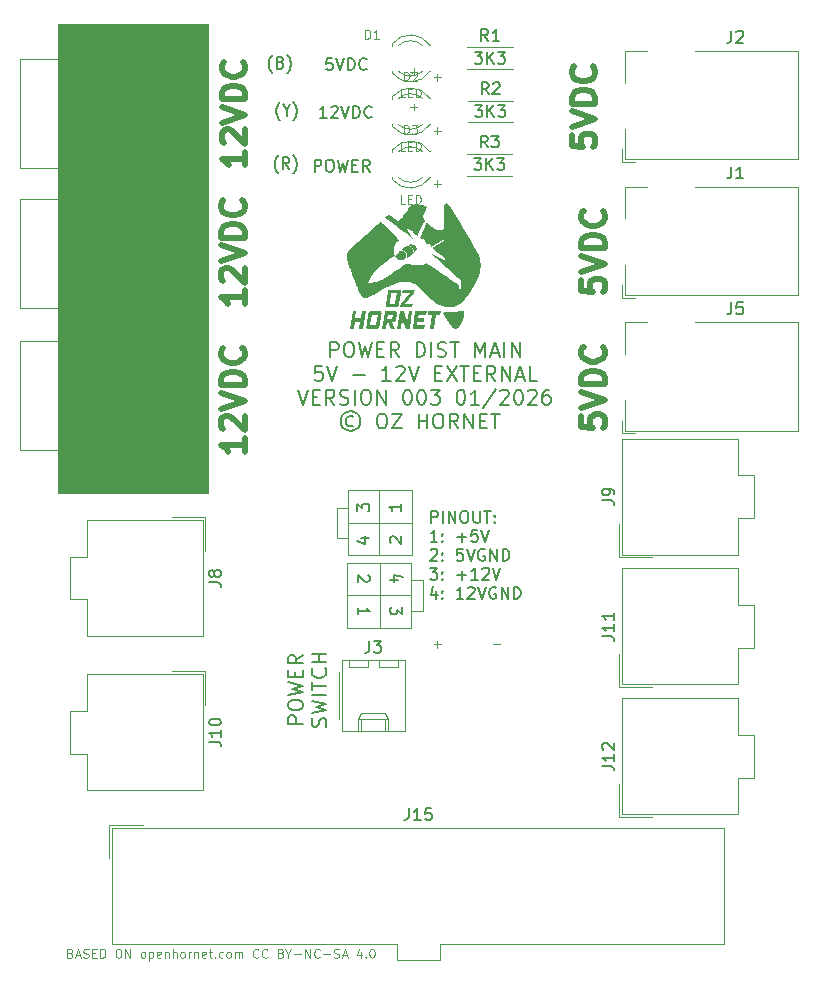
<source format=gbr>
%TF.GenerationSoftware,KiCad,Pcbnew,9.0.5*%
%TF.CreationDate,2026-01-25T07:56:32+10:00*%
%TF.ProjectId,OZ-HORNET-POWER-MAIN,4f5a2d48-4f52-44e4-9554-2d504f574552,rev?*%
%TF.SameCoordinates,Original*%
%TF.FileFunction,Legend,Top*%
%TF.FilePolarity,Positive*%
%FSLAX46Y46*%
G04 Gerber Fmt 4.6, Leading zero omitted, Abs format (unit mm)*
G04 Created by KiCad (PCBNEW 9.0.5) date 2026-01-25 07:56:32*
%MOMM*%
%LPD*%
G01*
G04 APERTURE LIST*
%ADD10C,0.120000*%
%ADD11C,0.100000*%
%ADD12C,0.000000*%
%ADD13C,0.150000*%
%ADD14C,0.200000*%
%ADD15C,0.500000*%
%ADD16C,0.125000*%
%ADD17C,0.093750*%
G04 APERTURE END LIST*
D10*
X84986800Y-81569600D02*
X90422400Y-81569600D01*
X84885200Y-87716400D02*
X90320800Y-87716400D01*
D11*
X60452000Y-36576000D02*
X73152000Y-36576000D01*
X73152000Y-76300000D01*
X60452000Y-76300000D01*
X60452000Y-36576000D01*
G36*
X60452000Y-36576000D02*
G01*
X73152000Y-36576000D01*
X73152000Y-76300000D01*
X60452000Y-76300000D01*
X60452000Y-36576000D01*
G37*
D10*
X91287600Y-86252400D02*
X90387600Y-86252400D01*
X90422400Y-81569600D02*
X90422400Y-76083200D01*
D12*
G36*
X89478134Y-55799979D02*
G01*
X89497209Y-55802889D01*
X89535363Y-55808606D01*
X89554336Y-55811767D01*
X89573169Y-55815365D01*
X89591811Y-55819577D01*
X89601043Y-55821969D01*
X89610207Y-55824580D01*
X89610206Y-55824580D01*
X89633674Y-55832449D01*
X89656519Y-55841728D01*
X89678692Y-55852357D01*
X89700144Y-55864277D01*
X89720826Y-55877429D01*
X89740688Y-55891752D01*
X89759682Y-55907187D01*
X89777758Y-55923675D01*
X89794867Y-55941156D01*
X89810959Y-55959570D01*
X89825986Y-55978858D01*
X89839899Y-55998960D01*
X89852648Y-56019817D01*
X89864185Y-56041369D01*
X89874459Y-56063556D01*
X89883422Y-56086319D01*
X89891024Y-56109599D01*
X89897217Y-56133335D01*
X89901952Y-56157468D01*
X89905178Y-56181938D01*
X89906847Y-56206687D01*
X89906910Y-56231653D01*
X89905318Y-56256779D01*
X89902021Y-56282003D01*
X89896970Y-56307268D01*
X89890117Y-56332512D01*
X89881411Y-56357676D01*
X89870804Y-56382701D01*
X89858246Y-56407527D01*
X89843689Y-56432095D01*
X89827083Y-56456345D01*
X89808379Y-56480218D01*
X89807164Y-56481652D01*
X89805902Y-56483077D01*
X89804595Y-56484487D01*
X89803245Y-56485877D01*
X89801855Y-56487245D01*
X89800426Y-56488585D01*
X89798963Y-56489893D01*
X89797465Y-56491165D01*
X89795937Y-56492396D01*
X89794380Y-56493584D01*
X89792797Y-56494722D01*
X89791190Y-56495807D01*
X89789561Y-56496835D01*
X89787912Y-56497802D01*
X89786247Y-56498702D01*
X89784567Y-56499532D01*
X89752052Y-56514812D01*
X89719512Y-56529893D01*
X89686824Y-56544478D01*
X89670385Y-56551492D01*
X89653863Y-56558270D01*
X89641873Y-56562921D01*
X89629816Y-56567249D01*
X89617693Y-56571255D01*
X89605506Y-56574939D01*
X89593255Y-56578300D01*
X89580942Y-56581338D01*
X89568567Y-56584054D01*
X89556132Y-56586448D01*
X89543639Y-56588519D01*
X89531087Y-56590268D01*
X89518479Y-56591694D01*
X89505816Y-56592798D01*
X89493098Y-56593579D01*
X89480328Y-56594038D01*
X89467505Y-56594175D01*
X89454631Y-56593989D01*
X89426866Y-56592524D01*
X89399713Y-56589648D01*
X89373154Y-56585410D01*
X89347169Y-56579854D01*
X89321740Y-56573029D01*
X89296846Y-56564981D01*
X89272468Y-56555757D01*
X89248587Y-56545405D01*
X89225184Y-56533970D01*
X89202238Y-56521500D01*
X89179732Y-56508041D01*
X89157645Y-56493641D01*
X89135958Y-56478347D01*
X89114651Y-56462205D01*
X89093706Y-56445263D01*
X89073102Y-56427566D01*
X89063835Y-56419125D01*
X89054898Y-56410463D01*
X89046313Y-56401572D01*
X89038099Y-56392442D01*
X89030277Y-56383065D01*
X89022868Y-56373430D01*
X89015893Y-56363528D01*
X89009371Y-56353350D01*
X89003324Y-56342887D01*
X88997771Y-56332130D01*
X88992734Y-56321069D01*
X88988233Y-56309694D01*
X88984289Y-56297997D01*
X88980921Y-56285968D01*
X88978152Y-56273598D01*
X88976000Y-56260878D01*
X88975654Y-56257792D01*
X88975416Y-56254783D01*
X88975295Y-56251844D01*
X88975298Y-56248972D01*
X88975434Y-56246162D01*
X88975712Y-56243410D01*
X88976141Y-56240710D01*
X88976728Y-56238058D01*
X88977483Y-56235450D01*
X88978414Y-56232880D01*
X88979529Y-56230345D01*
X88980837Y-56227839D01*
X88982347Y-56225357D01*
X88984067Y-56222896D01*
X88986006Y-56220451D01*
X88988171Y-56218016D01*
X89153734Y-56040216D01*
X89235970Y-55950869D01*
X89317313Y-55860828D01*
X89324711Y-55852856D01*
X89332229Y-55845418D01*
X89339885Y-55838530D01*
X89347695Y-55832204D01*
X89355673Y-55826454D01*
X89363836Y-55821296D01*
X89372200Y-55816742D01*
X89380780Y-55812806D01*
X89389593Y-55809503D01*
X89398654Y-55806847D01*
X89407980Y-55804851D01*
X89417586Y-55803529D01*
X89427488Y-55802896D01*
X89437702Y-55802965D01*
X89448244Y-55803750D01*
X89459130Y-55805266D01*
X89459130Y-55796799D01*
X89478134Y-55799979D01*
G37*
D10*
X84920000Y-80147200D02*
X84020000Y-80147200D01*
X84986800Y-78877200D02*
X90371600Y-78877200D01*
X87628400Y-76083200D02*
X87628400Y-81569600D01*
X84885200Y-82230000D02*
X84885200Y-87716400D01*
D12*
G36*
X89980359Y-61784320D02*
G01*
X90119794Y-60907490D01*
X90430680Y-60907490D01*
X90195465Y-62396830D01*
X89854417Y-62396830D01*
X89565492Y-61531908D01*
X89429761Y-62396830D01*
X89118875Y-62396830D01*
X89354090Y-60907490D01*
X89689317Y-60907490D01*
X89980359Y-61784320D01*
G37*
G36*
X93349085Y-51781204D02*
G01*
X93393619Y-51800203D01*
X93442675Y-51831079D01*
X93496450Y-51874526D01*
X93555143Y-51931238D01*
X93863516Y-52395727D01*
X94157802Y-52869520D01*
X94441875Y-53350067D01*
X94719608Y-53834815D01*
X95271541Y-54806709D01*
X95553487Y-55288750D01*
X95844583Y-55764785D01*
X95844055Y-55763729D01*
X95913065Y-55884726D01*
X95974321Y-56006233D01*
X96027937Y-56128270D01*
X96074027Y-56250855D01*
X96112708Y-56374010D01*
X96144092Y-56497753D01*
X96168296Y-56622105D01*
X96185433Y-56747085D01*
X96195619Y-56872714D01*
X96198968Y-56999010D01*
X96195596Y-57125993D01*
X96185615Y-57253684D01*
X96169142Y-57382102D01*
X96146291Y-57511267D01*
X96117177Y-57641198D01*
X96081915Y-57771916D01*
X96027912Y-57944758D01*
X95968573Y-58112299D01*
X95904009Y-58274913D01*
X95834335Y-58432973D01*
X95759665Y-58586851D01*
X95680112Y-58736922D01*
X95595789Y-58883557D01*
X95506810Y-59027132D01*
X95413289Y-59168018D01*
X95315339Y-59306589D01*
X95213074Y-59443219D01*
X95106607Y-59578280D01*
X94996052Y-59712145D01*
X94881523Y-59845189D01*
X94763132Y-59977784D01*
X94640995Y-60110303D01*
X94555546Y-60193354D01*
X94462590Y-60268219D01*
X94362836Y-60334814D01*
X94256994Y-60393052D01*
X94145771Y-60442847D01*
X94029879Y-60484113D01*
X93910025Y-60516764D01*
X93786920Y-60540714D01*
X93661272Y-60555877D01*
X93533791Y-60562167D01*
X93405186Y-60559498D01*
X93276167Y-60547783D01*
X93147441Y-60526938D01*
X93019720Y-60496875D01*
X92893712Y-60457509D01*
X92770126Y-60408753D01*
X92733746Y-60392442D01*
X92697471Y-60375366D01*
X92661352Y-60357531D01*
X92625445Y-60338949D01*
X92589802Y-60319627D01*
X92554479Y-60299574D01*
X92519529Y-60278800D01*
X92485005Y-60257312D01*
X92450962Y-60235121D01*
X92417453Y-60212236D01*
X92384533Y-60188664D01*
X92352255Y-60164415D01*
X92320673Y-60139498D01*
X92289840Y-60113921D01*
X92259812Y-60087694D01*
X92230642Y-60060826D01*
X92078584Y-59916692D01*
X91929327Y-59777503D01*
X91636420Y-59506359D01*
X91491377Y-59370603D01*
X91346342Y-59232189D01*
X91200619Y-59089217D01*
X91053510Y-58939787D01*
X90965000Y-58848248D01*
X90873570Y-58766390D01*
X90779403Y-58693884D01*
X90682683Y-58630399D01*
X90583591Y-58575606D01*
X90482312Y-58529174D01*
X90379027Y-58490773D01*
X90273920Y-58460073D01*
X90167172Y-58436743D01*
X90058968Y-58420455D01*
X89949489Y-58410877D01*
X89838919Y-58407680D01*
X89727441Y-58410533D01*
X89615236Y-58419106D01*
X89502488Y-58433070D01*
X89389380Y-58452094D01*
X89162815Y-58504001D01*
X88937001Y-58572187D01*
X88713403Y-58654010D01*
X88493481Y-58746831D01*
X88278698Y-58848008D01*
X88070517Y-58954900D01*
X87870399Y-59064867D01*
X87679808Y-59175266D01*
X87149749Y-59499744D01*
X87014420Y-59575911D01*
X86945718Y-59611705D01*
X86876174Y-59645600D01*
X86805676Y-59677313D01*
X86734114Y-59706564D01*
X86661373Y-59733072D01*
X86587344Y-59756555D01*
X86544759Y-59767292D01*
X86524388Y-59771659D01*
X86504606Y-59775345D01*
X86485392Y-59778341D01*
X86466726Y-59780637D01*
X86448588Y-59782226D01*
X86430959Y-59783096D01*
X86413817Y-59783240D01*
X86397145Y-59782647D01*
X86380921Y-59781308D01*
X86365125Y-59779214D01*
X86349738Y-59776356D01*
X86334739Y-59772725D01*
X86320109Y-59768310D01*
X86305827Y-59763104D01*
X86291874Y-59757095D01*
X86278230Y-59750276D01*
X86264875Y-59742637D01*
X86251788Y-59734169D01*
X86238950Y-59724862D01*
X86226341Y-59714707D01*
X86213941Y-59703694D01*
X86201730Y-59691815D01*
X86189688Y-59679060D01*
X86177795Y-59665420D01*
X86166031Y-59650885D01*
X86154376Y-59635446D01*
X86142810Y-59619094D01*
X86131314Y-59601820D01*
X86119866Y-59583614D01*
X86108448Y-59564468D01*
X86065748Y-59490091D01*
X86023823Y-59415193D01*
X85982753Y-59339774D01*
X85942620Y-59263835D01*
X85903504Y-59187374D01*
X85865486Y-59110393D01*
X85828646Y-59032891D01*
X85793065Y-58954867D01*
X85662939Y-58656218D01*
X85538271Y-58355582D01*
X85419060Y-58052955D01*
X85305305Y-57748334D01*
X85197008Y-57441717D01*
X85094168Y-57133099D01*
X84996785Y-56822479D01*
X84904858Y-56509852D01*
X84888749Y-56446262D01*
X84882374Y-56415095D01*
X84877114Y-56384336D01*
X84872965Y-56353979D01*
X84869924Y-56324016D01*
X84867987Y-56294439D01*
X84867151Y-56265241D01*
X84867412Y-56236415D01*
X84868767Y-56207953D01*
X84871212Y-56179848D01*
X84874744Y-56152093D01*
X84879359Y-56124679D01*
X84885053Y-56097601D01*
X84891823Y-56070849D01*
X84899666Y-56044417D01*
X84908578Y-56018298D01*
X84918555Y-55992484D01*
X84929594Y-55966967D01*
X84941691Y-55941740D01*
X84954843Y-55916796D01*
X84969046Y-55892127D01*
X84984297Y-55867727D01*
X85000592Y-55843586D01*
X85036301Y-55796058D01*
X85076144Y-55749482D01*
X85120092Y-55703800D01*
X85168119Y-55658953D01*
X86468810Y-54492140D01*
X87113972Y-53903078D01*
X87433803Y-53605571D01*
X87751246Y-53305484D01*
X87821592Y-53377880D01*
X87891739Y-53450475D01*
X87924821Y-53485107D01*
X87957753Y-53519962D01*
X87990487Y-53555064D01*
X88022973Y-53590440D01*
X88025761Y-53593375D01*
X88028577Y-53596126D01*
X88031427Y-53598685D01*
X88034321Y-53601048D01*
X88037266Y-53603210D01*
X88040269Y-53605165D01*
X88043341Y-53606907D01*
X88046488Y-53608432D01*
X88049718Y-53609733D01*
X88053041Y-53610806D01*
X88056463Y-53611644D01*
X88059994Y-53612243D01*
X88063641Y-53612597D01*
X88067412Y-53612701D01*
X88071316Y-53612549D01*
X88075360Y-53612136D01*
X88079898Y-53611610D01*
X88084292Y-53611326D01*
X88088551Y-53611289D01*
X88092686Y-53611508D01*
X88096709Y-53611986D01*
X88100628Y-53612731D01*
X88104456Y-53613749D01*
X88108202Y-53615046D01*
X88111876Y-53616629D01*
X88115489Y-53618502D01*
X88119053Y-53620674D01*
X88122576Y-53623149D01*
X88126070Y-53625935D01*
X88129544Y-53629036D01*
X88133011Y-53632460D01*
X88136479Y-53636213D01*
X88163408Y-53666423D01*
X88190582Y-53696369D01*
X88245454Y-53755706D01*
X88355819Y-53873809D01*
X88447993Y-53973855D01*
X88539969Y-54074098D01*
X88728617Y-54279151D01*
X88915412Y-54482351D01*
X89155389Y-54742965D01*
X89235624Y-54831336D01*
X89316256Y-54920500D01*
X89309340Y-54932222D01*
X89305840Y-54937830D01*
X89302254Y-54943234D01*
X89298539Y-54948407D01*
X89294653Y-54953322D01*
X89290552Y-54957952D01*
X89286193Y-54962271D01*
X89281533Y-54966253D01*
X89279077Y-54968108D01*
X89276530Y-54969869D01*
X89273886Y-54971533D01*
X89271140Y-54973095D01*
X89268286Y-54974552D01*
X89265320Y-54975902D01*
X89262235Y-54977140D01*
X89259027Y-54978264D01*
X89255690Y-54979270D01*
X89252218Y-54980154D01*
X89248607Y-54980914D01*
X89244851Y-54981546D01*
X89240944Y-54982047D01*
X89236881Y-54982413D01*
X89231571Y-54982997D01*
X89226258Y-54983937D01*
X89220948Y-54985205D01*
X89215644Y-54986770D01*
X89210351Y-54988606D01*
X89205074Y-54990682D01*
X89199815Y-54992971D01*
X89194581Y-54995444D01*
X89189374Y-54998071D01*
X89184199Y-55000825D01*
X89173964Y-55006598D01*
X89154066Y-55018396D01*
X89134221Y-55030935D01*
X89115432Y-55044315D01*
X89097652Y-55058497D01*
X89080835Y-55073442D01*
X89064932Y-55089111D01*
X89049896Y-55105465D01*
X89035680Y-55122465D01*
X89022238Y-55140072D01*
X89009521Y-55158245D01*
X88997482Y-55176947D01*
X88986074Y-55196138D01*
X88975249Y-55215780D01*
X88964961Y-55235832D01*
X88955163Y-55256255D01*
X88945806Y-55277011D01*
X88936843Y-55298061D01*
X88924325Y-55330202D01*
X88913093Y-55362702D01*
X88903045Y-55395525D01*
X88894080Y-55428633D01*
X88886094Y-55461989D01*
X88878986Y-55495556D01*
X88872653Y-55529297D01*
X88866993Y-55563174D01*
X88864211Y-55582369D01*
X88861950Y-55601646D01*
X88860110Y-55620984D01*
X88858593Y-55640366D01*
X88853764Y-55717955D01*
X88851958Y-55746373D01*
X88850424Y-55774841D01*
X88849907Y-55789077D01*
X88849634Y-55803308D01*
X88849666Y-55817526D01*
X88850060Y-55831726D01*
X88852233Y-55873859D01*
X88855195Y-55915880D01*
X88859260Y-55957727D01*
X88864744Y-55999339D01*
X88868118Y-56020038D01*
X88871966Y-56040654D01*
X88876326Y-56061180D01*
X88881240Y-56081608D01*
X88886745Y-56101931D01*
X88892882Y-56122141D01*
X88899691Y-56142230D01*
X88907210Y-56162191D01*
X88909278Y-56167022D01*
X88911501Y-56171819D01*
X88913861Y-56176622D01*
X88916338Y-56181472D01*
X88921572Y-56191472D01*
X88924291Y-56196703D01*
X88927054Y-56202142D01*
X88870268Y-56242160D01*
X88812489Y-56282576D01*
X88584617Y-56441425D01*
X88357141Y-56600869D01*
X88199847Y-56712920D01*
X88121695Y-56769715D01*
X88044139Y-56827352D01*
X87979321Y-56876780D01*
X87915122Y-56927100D01*
X87851667Y-56978413D01*
X87820258Y-57004473D01*
X87789081Y-57030817D01*
X87712939Y-57096690D01*
X87637541Y-57163506D01*
X87487985Y-57298576D01*
X87451452Y-57332330D01*
X87433352Y-57349395D01*
X87415390Y-57366606D01*
X87397590Y-57383978D01*
X87379973Y-57401527D01*
X87362561Y-57419268D01*
X87345375Y-57437217D01*
X87289787Y-57496754D01*
X87235238Y-57557169D01*
X87181873Y-57618569D01*
X87129839Y-57681064D01*
X87079280Y-57744762D01*
X87030343Y-57809771D01*
X86983173Y-57876201D01*
X86937917Y-57944159D01*
X86901469Y-58002607D01*
X86866802Y-58061898D01*
X86834007Y-58122083D01*
X86803178Y-58183210D01*
X86774407Y-58245329D01*
X86747789Y-58308490D01*
X86723415Y-58372743D01*
X86701379Y-58438136D01*
X86698780Y-58446589D01*
X86696311Y-58455107D01*
X86691590Y-58472499D01*
X86681800Y-58509838D01*
X86725919Y-58510202D01*
X86746764Y-58510173D01*
X86757034Y-58509965D01*
X86767261Y-58509574D01*
X86791069Y-58508185D01*
X86814852Y-58506399D01*
X86838586Y-58504216D01*
X86862246Y-58501636D01*
X86973437Y-58489465D01*
X87028933Y-58482735D01*
X87056613Y-58478992D01*
X87084231Y-58474914D01*
X87141779Y-58465287D01*
X87198936Y-58454107D01*
X87255709Y-58441432D01*
X87312104Y-58427322D01*
X87368126Y-58411835D01*
X87423783Y-58395030D01*
X87479080Y-58376967D01*
X87534023Y-58357703D01*
X87607862Y-58330240D01*
X87644616Y-58315971D01*
X87681230Y-58301314D01*
X87717683Y-58286248D01*
X87753954Y-58270751D01*
X87790019Y-58254801D01*
X87825858Y-58238377D01*
X87911261Y-58197915D01*
X87953785Y-58177166D01*
X87996117Y-58155991D01*
X88038202Y-58134333D01*
X88079982Y-58112133D01*
X88121403Y-58089330D01*
X88162408Y-58065868D01*
X88212145Y-58036494D01*
X88261552Y-58006547D01*
X88310650Y-57976073D01*
X88359457Y-57945119D01*
X88456269Y-57881953D01*
X88552139Y-57817424D01*
X88600051Y-57784279D01*
X88647596Y-57750604D01*
X88741912Y-57682123D01*
X88929700Y-57543845D01*
X89260165Y-57303339D01*
X89564965Y-57080295D01*
X89697488Y-56983259D01*
X89829812Y-56885826D01*
X89832083Y-56884249D01*
X89834334Y-56882885D01*
X89836571Y-56881723D01*
X89838800Y-56880753D01*
X89841025Y-56879965D01*
X89843253Y-56879347D01*
X89845489Y-56878890D01*
X89847738Y-56878583D01*
X89850005Y-56878415D01*
X89852297Y-56878377D01*
X89854618Y-56878457D01*
X89856973Y-56878645D01*
X89859370Y-56878931D01*
X89861811Y-56879304D01*
X89864304Y-56879754D01*
X89866854Y-56880270D01*
X90169438Y-56941984D01*
X90472221Y-57002507D01*
X90489036Y-57005665D01*
X90505934Y-57008427D01*
X90522901Y-57010841D01*
X90539921Y-57012958D01*
X90556978Y-57014827D01*
X90574056Y-57016497D01*
X90608216Y-57019440D01*
X90672514Y-57024422D01*
X90736837Y-57028932D01*
X90801209Y-57032797D01*
X90865656Y-57035844D01*
X90884320Y-57036305D01*
X90903003Y-57036353D01*
X90921699Y-57036072D01*
X90940401Y-57035547D01*
X91015145Y-57032669D01*
X91067401Y-57031214D01*
X91080495Y-57030711D01*
X91093578Y-57030065D01*
X91106635Y-57029233D01*
X91119656Y-57028171D01*
X91161946Y-57023962D01*
X91204033Y-57018857D01*
X91245834Y-57012530D01*
X91266602Y-57008807D01*
X91287269Y-57004657D01*
X91307824Y-57000038D01*
X91328258Y-56994910D01*
X91348559Y-56989233D01*
X91368719Y-56982965D01*
X91388727Y-56976066D01*
X91408573Y-56968496D01*
X91428247Y-56960214D01*
X91447739Y-56951178D01*
X91449571Y-56950260D01*
X91451395Y-56949295D01*
X91453207Y-56948284D01*
X91455007Y-56947230D01*
X91456791Y-56946133D01*
X91458557Y-56944997D01*
X91460303Y-56943822D01*
X91462027Y-56942612D01*
X91463725Y-56941367D01*
X91465397Y-56940090D01*
X91467039Y-56938784D01*
X91468649Y-56937448D01*
X91470226Y-56936087D01*
X91471765Y-56934701D01*
X91473266Y-56933292D01*
X91474726Y-56931863D01*
X91501065Y-56905971D01*
X91527279Y-56879906D01*
X91553345Y-56853691D01*
X91579237Y-56827353D01*
X91580749Y-56825829D01*
X91582218Y-56824437D01*
X91583655Y-56823187D01*
X91585074Y-56822086D01*
X91586487Y-56821143D01*
X91587195Y-56820734D01*
X91587906Y-56820367D01*
X91588622Y-56820044D01*
X91589344Y-56819766D01*
X91590073Y-56819534D01*
X91590812Y-56819349D01*
X91591562Y-56819212D01*
X91592324Y-56819124D01*
X91593100Y-56819087D01*
X91593892Y-56819100D01*
X91594701Y-56819166D01*
X91595528Y-56819285D01*
X91596376Y-56819459D01*
X91597245Y-56819688D01*
X91598137Y-56819974D01*
X91599054Y-56820318D01*
X91599998Y-56820720D01*
X91600970Y-56821182D01*
X91601970Y-56821705D01*
X91603002Y-56822289D01*
X91604067Y-56822937D01*
X91605165Y-56823649D01*
X92019503Y-57096170D01*
X92508454Y-57416844D01*
X92869081Y-57653646D01*
X93245053Y-57899444D01*
X93298962Y-57935031D01*
X93326016Y-57952650D01*
X93339611Y-57961308D01*
X93353268Y-57969823D01*
X93356499Y-57971872D01*
X93359533Y-57973957D01*
X93362354Y-57976091D01*
X93364943Y-57978286D01*
X93367284Y-57980554D01*
X93368357Y-57981719D01*
X93369360Y-57982906D01*
X93370294Y-57984118D01*
X93371154Y-57985356D01*
X93371940Y-57986621D01*
X93372649Y-57987914D01*
X93373279Y-57989238D01*
X93373828Y-57990594D01*
X93374293Y-57991983D01*
X93374673Y-57993406D01*
X93374965Y-57994866D01*
X93375168Y-57996363D01*
X93375278Y-57997900D01*
X93375295Y-57999477D01*
X93375216Y-58001097D01*
X93375038Y-58002761D01*
X93374760Y-58004469D01*
X93374379Y-58006225D01*
X93373894Y-58008029D01*
X93373302Y-58009882D01*
X93372601Y-58011787D01*
X93371789Y-58013744D01*
X93371208Y-58015137D01*
X93370705Y-58016490D01*
X93370278Y-58017804D01*
X93369926Y-58019079D01*
X93369648Y-58020319D01*
X93369441Y-58021523D01*
X93369305Y-58022693D01*
X93369238Y-58023831D01*
X93369239Y-58024939D01*
X93369307Y-58026016D01*
X93369439Y-58027065D01*
X93369636Y-58028087D01*
X93369894Y-58029084D01*
X93370213Y-58030057D01*
X93370592Y-58031006D01*
X93371028Y-58031934D01*
X93371521Y-58032842D01*
X93372070Y-58033731D01*
X93372672Y-58034603D01*
X93373326Y-58035459D01*
X93374032Y-58036299D01*
X93374787Y-58037127D01*
X93375590Y-58037942D01*
X93376440Y-58038747D01*
X93378274Y-58040330D01*
X93380279Y-58041887D01*
X93382443Y-58043428D01*
X93384754Y-58044965D01*
X93918418Y-58395009D01*
X94258408Y-58618581D01*
X94292556Y-58641530D01*
X94326605Y-58664652D01*
X94343716Y-58676053D01*
X94360951Y-58687228D01*
X94378360Y-58698087D01*
X94395992Y-58708539D01*
X94398185Y-58709839D01*
X94400253Y-58711160D01*
X94402199Y-58712501D01*
X94404026Y-58713863D01*
X94405737Y-58715247D01*
X94407336Y-58716652D01*
X94408825Y-58718079D01*
X94410209Y-58719528D01*
X94411490Y-58721000D01*
X94412671Y-58722494D01*
X94413756Y-58724012D01*
X94414749Y-58725553D01*
X94415651Y-58727117D01*
X94416467Y-58728706D01*
X94417200Y-58730318D01*
X94417853Y-58731956D01*
X94418931Y-58735305D01*
X94419729Y-58738755D01*
X94420272Y-58742310D01*
X94420585Y-58745970D01*
X94420696Y-58749739D01*
X94420629Y-58753619D01*
X94420412Y-58757612D01*
X94420069Y-58761721D01*
X94419098Y-58771345D01*
X94418010Y-58780969D01*
X94415703Y-58800218D01*
X94414596Y-58809842D01*
X94413595Y-58819467D01*
X94412755Y-58829091D01*
X94412132Y-58838715D01*
X94410251Y-58871739D01*
X94408593Y-58904861D01*
X94408041Y-58921428D01*
X94407778Y-58937983D01*
X94407881Y-58954514D01*
X94408427Y-58971007D01*
X94408702Y-58975830D01*
X94409126Y-58980673D01*
X94409692Y-58985530D01*
X94410395Y-58990396D01*
X94411228Y-58995264D01*
X94412185Y-59000131D01*
X94413260Y-59004989D01*
X94414446Y-59009834D01*
X94415738Y-59014661D01*
X94417129Y-59019464D01*
X94420184Y-59028976D01*
X94423562Y-59038326D01*
X94427212Y-59047472D01*
X94428451Y-59050285D01*
X94429736Y-59052922D01*
X94431064Y-59055382D01*
X94432433Y-59057665D01*
X94433841Y-59059771D01*
X94435284Y-59061700D01*
X94436762Y-59063451D01*
X94438271Y-59065025D01*
X94439809Y-59066422D01*
X94441374Y-59067641D01*
X94442963Y-59068682D01*
X94444574Y-59069545D01*
X94446205Y-59070230D01*
X94447852Y-59070738D01*
X94449515Y-59071067D01*
X94451190Y-59071218D01*
X94452875Y-59071191D01*
X94454568Y-59070986D01*
X94456266Y-59070602D01*
X94457968Y-59070039D01*
X94459669Y-59069298D01*
X94461369Y-59068378D01*
X94463065Y-59067279D01*
X94464754Y-59066001D01*
X94466435Y-59064544D01*
X94468104Y-59062908D01*
X94469759Y-59061093D01*
X94471398Y-59059098D01*
X94473019Y-59056924D01*
X94474619Y-59054570D01*
X94476196Y-59052037D01*
X94477748Y-59049324D01*
X94480129Y-59044872D01*
X94482414Y-59040352D01*
X94484603Y-59035768D01*
X94486699Y-59031125D01*
X94490617Y-59021688D01*
X94494186Y-59012083D01*
X94497419Y-59002355D01*
X94500333Y-58992546D01*
X94502943Y-58982699D01*
X94505265Y-58972859D01*
X94507344Y-58962382D01*
X94509052Y-58951800D01*
X94510437Y-58941131D01*
X94511549Y-58930394D01*
X94512438Y-58919607D01*
X94513153Y-58908789D01*
X94514260Y-58887134D01*
X94522992Y-58677849D01*
X94528647Y-58559977D01*
X94534898Y-58442105D01*
X94537652Y-58397696D01*
X94540653Y-58353337D01*
X94546804Y-58264569D01*
X94546851Y-58262914D01*
X94546794Y-58261276D01*
X94546636Y-58259655D01*
X94546378Y-58258053D01*
X94546021Y-58256473D01*
X94545568Y-58254917D01*
X94545021Y-58253386D01*
X94544382Y-58251882D01*
X94543651Y-58250407D01*
X94542832Y-58248963D01*
X94541926Y-58247551D01*
X94540935Y-58246175D01*
X94539860Y-58244835D01*
X94538704Y-58243534D01*
X94537468Y-58242273D01*
X94536155Y-58241054D01*
X94533302Y-58238752D01*
X94530159Y-58236641D01*
X94526743Y-58234737D01*
X94523066Y-58233055D01*
X94519145Y-58231610D01*
X94514994Y-58230418D01*
X94510627Y-58229493D01*
X94506059Y-58228850D01*
X94503215Y-58228504D01*
X94500279Y-58228111D01*
X94497306Y-58227748D01*
X94495822Y-58227603D01*
X94494351Y-58227494D01*
X94492898Y-58227432D01*
X94491470Y-58227427D01*
X94490075Y-58227487D01*
X94488720Y-58227622D01*
X94487411Y-58227843D01*
X94486156Y-58228159D01*
X94485550Y-58228356D01*
X94484961Y-58228580D01*
X94484389Y-58228832D01*
X94483834Y-58229114D01*
X94481557Y-58230242D01*
X94479341Y-58231197D01*
X94477183Y-58231987D01*
X94475080Y-58232618D01*
X94473032Y-58233096D01*
X94471035Y-58233428D01*
X94469088Y-58233620D01*
X94467189Y-58233679D01*
X94465336Y-58233610D01*
X94463526Y-58233420D01*
X94461758Y-58233117D01*
X94460030Y-58232705D01*
X94458339Y-58232192D01*
X94456684Y-58231583D01*
X94455062Y-58230886D01*
X94453472Y-58230107D01*
X94451911Y-58229251D01*
X94450378Y-58228326D01*
X94447386Y-58226293D01*
X94444479Y-58224058D01*
X94441640Y-58221673D01*
X94430652Y-58211652D01*
X94277723Y-58071688D01*
X94087223Y-57901032D01*
X93946994Y-57773502D01*
X93738767Y-57585648D01*
X93597215Y-57456531D01*
X93395073Y-57274498D01*
X93296383Y-57184275D01*
X93091331Y-56999331D01*
X93043574Y-56955575D01*
X93019745Y-56933735D01*
X92995816Y-56912018D01*
X92789177Y-56725752D01*
X92653711Y-56602985D01*
X92443631Y-56413543D01*
X92375137Y-56351466D01*
X92306842Y-56289189D01*
X92056281Y-56061647D01*
X92056240Y-56061588D01*
X92056217Y-56061510D01*
X92056209Y-56061413D01*
X92056215Y-56061296D01*
X92056233Y-56061159D01*
X92056262Y-56061001D01*
X92056347Y-56060622D01*
X92056456Y-56060156D01*
X92056578Y-56059601D01*
X92056700Y-56058952D01*
X92056757Y-56058592D01*
X92056810Y-56058208D01*
X93129695Y-56610129D01*
X93142924Y-56580495D01*
X93166075Y-56526454D01*
X93177452Y-56499310D01*
X93188433Y-56472016D01*
X93188842Y-56470717D01*
X93189176Y-56469311D01*
X93189434Y-56467817D01*
X93189615Y-56466253D01*
X93189719Y-56464636D01*
X93189745Y-56462984D01*
X93189691Y-56461315D01*
X93189557Y-56459647D01*
X93189343Y-56457997D01*
X93189048Y-56456384D01*
X93188670Y-56454825D01*
X93188210Y-56453338D01*
X93187665Y-56451941D01*
X93187036Y-56450652D01*
X93186690Y-56450054D01*
X93186322Y-56449489D01*
X93185933Y-56448959D01*
X93185522Y-56448468D01*
X93019629Y-56256645D01*
X93010599Y-56246542D01*
X93001196Y-56236938D01*
X92991454Y-56227787D01*
X92981409Y-56219041D01*
X92971095Y-56210656D01*
X92960549Y-56202584D01*
X92949804Y-56194778D01*
X92938898Y-56187192D01*
X92916738Y-56172495D01*
X92894353Y-56158121D01*
X92872023Y-56143697D01*
X92850031Y-56128852D01*
X92587961Y-55947381D01*
X92325097Y-55766902D01*
X92077712Y-55596775D01*
X92080619Y-55594408D01*
X92083405Y-55592079D01*
X92088725Y-55587581D01*
X92091316Y-55585437D01*
X92093897Y-55583380D01*
X92096497Y-55581423D01*
X92097813Y-55580485D01*
X92099144Y-55579577D01*
X92498664Y-55309173D01*
X92921733Y-55022100D01*
X93127446Y-54881805D01*
X93230476Y-54811955D01*
X93333953Y-54742700D01*
X93337408Y-54740323D01*
X93340731Y-54737860D01*
X93347011Y-54732690D01*
X93352847Y-54727228D01*
X93358295Y-54721509D01*
X93363407Y-54715569D01*
X93368239Y-54709446D01*
X93372845Y-54703176D01*
X93377278Y-54696795D01*
X93394377Y-54670891D01*
X93398764Y-54664502D01*
X93403305Y-54658221D01*
X93408053Y-54652084D01*
X93413063Y-54646127D01*
X93409359Y-54641100D01*
X92015798Y-55458927D01*
X92010234Y-55432527D01*
X92005017Y-55406870D01*
X92002337Y-55394306D01*
X91999502Y-55381908D01*
X91996431Y-55369673D01*
X91993045Y-55357592D01*
X91986549Y-55338187D01*
X91978984Y-55319955D01*
X91970371Y-55302890D01*
X91960732Y-55286985D01*
X91950088Y-55272235D01*
X91938462Y-55258635D01*
X91925874Y-55246178D01*
X91912346Y-55234858D01*
X91897901Y-55224670D01*
X91882560Y-55215608D01*
X91866344Y-55207666D01*
X91849276Y-55200839D01*
X91831377Y-55195119D01*
X91812669Y-55190503D01*
X91793173Y-55186983D01*
X91772911Y-55184554D01*
X91762811Y-55183777D01*
X91752752Y-55183225D01*
X91732735Y-55182748D01*
X91712831Y-55183033D01*
X91693007Y-55183992D01*
X91673232Y-55185534D01*
X91653477Y-55187568D01*
X91633708Y-55190006D01*
X91613897Y-55192757D01*
X91612034Y-55192938D01*
X91610125Y-55192989D01*
X91608177Y-55192918D01*
X91606199Y-55192732D01*
X91604199Y-55192437D01*
X91602185Y-55192040D01*
X91600168Y-55191549D01*
X91598154Y-55190971D01*
X91596152Y-55190311D01*
X91594171Y-55189578D01*
X91592220Y-55188779D01*
X91590307Y-55187920D01*
X91588440Y-55187008D01*
X91586629Y-55186050D01*
X91584880Y-55185053D01*
X91583204Y-55184025D01*
X91580812Y-55182376D01*
X91578490Y-55180614D01*
X91576227Y-55178757D01*
X91574014Y-55176824D01*
X91571840Y-55174831D01*
X91569694Y-55172798D01*
X91565444Y-55168679D01*
X91561183Y-55164610D01*
X91559021Y-55162639D01*
X91556825Y-55160734D01*
X91554584Y-55158912D01*
X91552287Y-55157192D01*
X91549925Y-55155591D01*
X91547486Y-55154127D01*
X91545784Y-55153175D01*
X91544198Y-55152202D01*
X91542725Y-55151209D01*
X91541361Y-55150196D01*
X91540103Y-55149162D01*
X91538947Y-55148109D01*
X91537891Y-55147035D01*
X91536931Y-55145942D01*
X91536064Y-55144828D01*
X91535286Y-55143694D01*
X91534594Y-55142540D01*
X91533984Y-55141365D01*
X91533454Y-55140171D01*
X91533000Y-55138956D01*
X91532618Y-55137721D01*
X91532305Y-55136466D01*
X91532059Y-55135191D01*
X91531875Y-55133896D01*
X91531681Y-55131245D01*
X91531697Y-55128513D01*
X91531896Y-55125701D01*
X91532252Y-55122808D01*
X91532738Y-55119835D01*
X91533992Y-55113646D01*
X91536022Y-55103975D01*
X91537740Y-55094313D01*
X91539140Y-55084661D01*
X91540214Y-55075021D01*
X91540955Y-55065395D01*
X91541355Y-55055784D01*
X91541407Y-55046192D01*
X91541103Y-55036619D01*
X91540437Y-55027068D01*
X91539400Y-55017541D01*
X91537986Y-55008039D01*
X91536188Y-54998565D01*
X91533997Y-54989120D01*
X91531406Y-54979706D01*
X91528408Y-54970326D01*
X91524997Y-54960981D01*
X91520763Y-54950859D01*
X91516109Y-54941121D01*
X91511047Y-54931754D01*
X91505591Y-54922745D01*
X91499753Y-54914082D01*
X91493547Y-54905752D01*
X91486986Y-54897742D01*
X91480083Y-54890040D01*
X91472852Y-54882632D01*
X91465305Y-54875506D01*
X91457456Y-54868649D01*
X91449317Y-54862048D01*
X91440903Y-54855690D01*
X91432226Y-54849563D01*
X91423299Y-54843654D01*
X91414136Y-54837950D01*
X91397752Y-54828490D01*
X91381150Y-54819727D01*
X91364344Y-54811622D01*
X91347345Y-54804133D01*
X91330167Y-54797221D01*
X91312821Y-54790846D01*
X91295320Y-54784967D01*
X91277677Y-54779543D01*
X91259903Y-54774535D01*
X91242012Y-54769903D01*
X91205925Y-54761601D01*
X91169516Y-54754317D01*
X91132884Y-54747727D01*
X91130303Y-54747207D01*
X91127712Y-54746644D01*
X91122466Y-54745412D01*
X91111452Y-54742700D01*
X91632152Y-53341202D01*
X91748731Y-53459022D01*
X91809703Y-53517164D01*
X91872336Y-53574346D01*
X91936535Y-53630229D01*
X92002204Y-53684479D01*
X92069248Y-53736757D01*
X92137572Y-53786727D01*
X92207081Y-53834053D01*
X92277679Y-53878397D01*
X92349270Y-53919422D01*
X92421760Y-53956793D01*
X92495053Y-53990171D01*
X92569053Y-54019220D01*
X92643666Y-54043604D01*
X92718796Y-54062986D01*
X92736266Y-54065356D01*
X92753493Y-54067109D01*
X92770465Y-54068245D01*
X92787169Y-54068762D01*
X92803591Y-54068662D01*
X92819720Y-54067944D01*
X92835541Y-54066607D01*
X92851042Y-54064652D01*
X92866211Y-54062077D01*
X92881033Y-54058883D01*
X92895497Y-54055070D01*
X92909589Y-54050637D01*
X92923297Y-54045585D01*
X92936606Y-54039912D01*
X92949506Y-54033618D01*
X92961981Y-54026704D01*
X92974021Y-54019170D01*
X92985611Y-54011014D01*
X92996739Y-54002236D01*
X93007391Y-53992837D01*
X93017555Y-53982816D01*
X93027219Y-53972174D01*
X93036368Y-53960908D01*
X93044990Y-53949020D01*
X93053073Y-53936510D01*
X93060602Y-53923376D01*
X93067566Y-53909619D01*
X93073951Y-53895238D01*
X93079745Y-53880234D01*
X93084934Y-53864605D01*
X93089505Y-53848352D01*
X93093446Y-53831475D01*
X93106893Y-53761129D01*
X93117874Y-53689935D01*
X93126407Y-53618116D01*
X93132505Y-53545890D01*
X93136185Y-53473479D01*
X93137462Y-53401101D01*
X93136351Y-53328978D01*
X93132869Y-53257329D01*
X93102557Y-52828076D01*
X93089653Y-52526974D01*
X93089314Y-52374213D01*
X93095165Y-52227373D01*
X93108793Y-52091998D01*
X93119019Y-52030344D01*
X93131783Y-51973635D01*
X93147285Y-51922566D01*
X93165721Y-51877829D01*
X93187292Y-51840117D01*
X93212194Y-51810125D01*
X93240626Y-51788544D01*
X93272786Y-51776068D01*
X93308873Y-51773391D01*
X93349085Y-51781204D01*
G37*
G36*
X90867970Y-51863107D02*
G01*
X90979762Y-51876903D01*
X91091776Y-51896110D01*
X91202563Y-51919381D01*
X91310676Y-51945367D01*
X91687451Y-52049506D01*
X91546725Y-52337703D01*
X91477491Y-52477833D01*
X91406993Y-52615979D01*
X91389762Y-52651536D01*
X91375272Y-52686860D01*
X91363516Y-52721934D01*
X91354489Y-52756741D01*
X91348185Y-52791264D01*
X91344596Y-52825487D01*
X91343718Y-52859392D01*
X91345543Y-52892964D01*
X91350066Y-52926186D01*
X91357280Y-52959040D01*
X91367179Y-52991511D01*
X91379757Y-53023582D01*
X91395008Y-53055235D01*
X91412925Y-53086455D01*
X91433502Y-53117224D01*
X91456734Y-53147526D01*
X91474982Y-53168457D01*
X91493578Y-53189562D01*
X91531611Y-53232193D01*
X91512958Y-53232557D01*
X91503632Y-53232677D01*
X91494305Y-53232722D01*
X91493727Y-53232741D01*
X91493135Y-53232798D01*
X91492531Y-53232891D01*
X91491916Y-53233018D01*
X91491291Y-53233178D01*
X91490659Y-53233371D01*
X91490020Y-53233594D01*
X91489377Y-53233847D01*
X91488083Y-53234434D01*
X91486789Y-53235122D01*
X91485508Y-53235900D01*
X91484251Y-53236757D01*
X91483032Y-53237682D01*
X91481862Y-53238665D01*
X91480754Y-53239694D01*
X91479720Y-53240759D01*
X91478773Y-53241849D01*
X91477926Y-53242952D01*
X91477190Y-53244059D01*
X91476868Y-53244610D01*
X91476578Y-53245158D01*
X91235013Y-53731197D01*
X91091874Y-54021445D01*
X90933917Y-54341856D01*
X90886888Y-54438296D01*
X90839461Y-54536324D01*
X90826765Y-54525555D01*
X90814490Y-54515257D01*
X90808519Y-54510184D01*
X90802663Y-54505108D01*
X90796924Y-54499988D01*
X90791307Y-54494785D01*
X90762980Y-54467864D01*
X90734752Y-54440744D01*
X90678594Y-54386306D01*
X90584436Y-54295653D01*
X90561012Y-54272889D01*
X90537765Y-54249942D01*
X90514761Y-54226741D01*
X90492063Y-54203214D01*
X90474755Y-54185650D01*
X90456988Y-54168740D01*
X90438797Y-54152431D01*
X90420220Y-54136671D01*
X90401292Y-54121408D01*
X90382051Y-54106588D01*
X90342772Y-54078066D01*
X90302674Y-54050686D01*
X90262049Y-54024025D01*
X90180384Y-53971175D01*
X90177927Y-53969570D01*
X90175424Y-53968022D01*
X90170321Y-53965052D01*
X90160011Y-53959302D01*
X90154964Y-53956341D01*
X90152503Y-53954800D01*
X90150097Y-53953204D01*
X90147757Y-53951541D01*
X90145491Y-53949800D01*
X90143310Y-53947970D01*
X90141225Y-53946039D01*
X90139164Y-53944124D01*
X90137098Y-53942345D01*
X90135026Y-53940699D01*
X90132948Y-53939183D01*
X90130864Y-53937794D01*
X90128773Y-53936528D01*
X90126675Y-53935381D01*
X90124569Y-53934352D01*
X90122455Y-53933436D01*
X90120332Y-53932631D01*
X90118201Y-53931932D01*
X90116059Y-53931338D01*
X90113908Y-53930844D01*
X90111747Y-53930447D01*
X90107392Y-53929933D01*
X90102990Y-53929769D01*
X90098538Y-53929929D01*
X90094033Y-53930388D01*
X90089470Y-53931119D01*
X90084848Y-53932097D01*
X90080161Y-53933295D01*
X90075407Y-53934688D01*
X90070582Y-53936250D01*
X90056061Y-53940896D01*
X90041482Y-53945341D01*
X90012208Y-53953811D01*
X89953636Y-53970381D01*
X89952847Y-53970644D01*
X89952065Y-53970938D01*
X89951281Y-53971263D01*
X89950490Y-53971617D01*
X89948860Y-53972413D01*
X89947121Y-53973324D01*
X89943106Y-53975478D01*
X89940726Y-53976715D01*
X89938026Y-53978054D01*
X90462959Y-54755135D01*
X90458725Y-54759898D01*
X90377234Y-54699573D01*
X89878494Y-54328098D01*
X89450663Y-54010333D01*
X88954569Y-53642827D01*
X88576744Y-53361839D01*
X88109225Y-53015500D01*
X88109755Y-53015499D01*
X88094244Y-53003858D01*
X88086426Y-52998012D01*
X88078534Y-52992216D01*
X88113988Y-52958052D01*
X88149442Y-52923689D01*
X88180560Y-52895338D01*
X88211366Y-52870132D01*
X88241954Y-52848094D01*
X88272416Y-52829249D01*
X88287628Y-52821032D01*
X88302843Y-52813623D01*
X88318073Y-52807025D01*
X88333329Y-52801241D01*
X88348622Y-52796273D01*
X88363965Y-52792126D01*
X88379368Y-52788802D01*
X88394843Y-52786304D01*
X88410402Y-52784636D01*
X88426057Y-52783800D01*
X88441818Y-52783800D01*
X88457697Y-52784638D01*
X88473707Y-52786318D01*
X88489857Y-52788843D01*
X88506161Y-52792217D01*
X88522629Y-52796441D01*
X88539273Y-52801519D01*
X88556104Y-52807455D01*
X88573135Y-52814251D01*
X88590376Y-52821911D01*
X88625535Y-52839834D01*
X88661676Y-52861247D01*
X88706665Y-52891058D01*
X88748745Y-52920746D01*
X88824942Y-52979067D01*
X88891802Y-53034844D01*
X88950861Y-53086705D01*
X89003656Y-53133284D01*
X89051722Y-53173210D01*
X89074461Y-53190250D01*
X89096595Y-53205114D01*
X89118314Y-53217631D01*
X89139811Y-53227629D01*
X89161278Y-53234937D01*
X89182906Y-53239385D01*
X89204888Y-53240800D01*
X89227416Y-53239012D01*
X89250682Y-53233850D01*
X89274878Y-53225143D01*
X89300195Y-53212719D01*
X89326826Y-53196408D01*
X89354962Y-53176038D01*
X89384797Y-53151439D01*
X89416521Y-53122438D01*
X89450327Y-53088865D01*
X89486406Y-53050550D01*
X89524952Y-53007320D01*
X89610207Y-52905433D01*
X89750622Y-52709302D01*
X89888185Y-52511137D01*
X90023019Y-52311088D01*
X90155249Y-52109301D01*
X90182646Y-52068182D01*
X90213174Y-52031280D01*
X90246652Y-51998427D01*
X90282899Y-51969454D01*
X90321733Y-51944192D01*
X90362974Y-51922475D01*
X90406442Y-51904131D01*
X90451954Y-51888995D01*
X90499331Y-51876895D01*
X90548391Y-51867666D01*
X90598953Y-51861137D01*
X90650837Y-51857140D01*
X90757846Y-51856070D01*
X90867970Y-51863107D01*
G37*
G36*
X92775946Y-61207793D02*
G01*
X92409498Y-61207793D01*
X92221379Y-62396830D01*
X91910495Y-62396830D01*
X92098613Y-61207793D01*
X91732430Y-61207793D01*
X91779525Y-60907490D01*
X92823042Y-60907490D01*
X92775946Y-61207793D01*
G37*
G36*
X90591017Y-59371055D02*
G01*
X89825842Y-60267464D01*
X90446555Y-60267464D01*
X90399459Y-60567766D01*
X89385311Y-60567766D01*
X89430820Y-60274872D01*
X90204990Y-59378728D01*
X89573165Y-59378728D01*
X89620261Y-59078425D01*
X90636525Y-59078425D01*
X90591017Y-59371055D01*
G37*
D10*
X90387600Y-83652400D02*
X91287600Y-83652400D01*
X90422400Y-76083200D02*
X84986800Y-76083200D01*
D12*
G36*
X91601196Y-61207793D02*
G01*
X90954554Y-61207793D01*
X90907723Y-61500951D01*
X91426571Y-61500951D01*
X91379475Y-61801253D01*
X90860363Y-61801253D01*
X90813531Y-62096528D01*
X91459909Y-62096528D01*
X91412813Y-62396830D01*
X90455815Y-62396830D01*
X90691030Y-60907490D01*
X91648292Y-60907490D01*
X91601196Y-61207793D01*
G37*
D10*
X91287600Y-83652400D02*
X91287600Y-86252400D01*
D12*
G36*
X90327587Y-55251448D02*
G01*
X90350609Y-55253005D01*
X90373449Y-55255513D01*
X90396114Y-55258935D01*
X90418608Y-55263234D01*
X90440938Y-55268373D01*
X90463109Y-55274316D01*
X90485127Y-55281025D01*
X90506999Y-55288464D01*
X90528730Y-55296597D01*
X90550325Y-55305385D01*
X90571791Y-55314793D01*
X90593134Y-55324783D01*
X90605736Y-55331115D01*
X90618037Y-55337813D01*
X90630027Y-55344880D01*
X90641697Y-55352324D01*
X90653037Y-55360150D01*
X90664036Y-55368362D01*
X90674686Y-55376966D01*
X90684977Y-55385968D01*
X90694899Y-55395373D01*
X90704442Y-55405186D01*
X90713597Y-55415414D01*
X90722353Y-55426060D01*
X90730702Y-55437132D01*
X90738634Y-55448634D01*
X90746139Y-55460571D01*
X90753206Y-55472950D01*
X90758970Y-55484005D01*
X90764256Y-55495041D01*
X90769066Y-55506052D01*
X90773403Y-55517035D01*
X90777267Y-55527983D01*
X90780661Y-55538891D01*
X90783586Y-55549755D01*
X90786044Y-55560568D01*
X90788036Y-55571327D01*
X90789564Y-55582025D01*
X90790631Y-55592658D01*
X90791237Y-55603221D01*
X90791384Y-55613708D01*
X90791074Y-55624114D01*
X90790309Y-55634435D01*
X90789091Y-55644664D01*
X90787420Y-55654798D01*
X90785299Y-55664830D01*
X90782730Y-55674756D01*
X90779714Y-55684570D01*
X90776253Y-55694268D01*
X90772348Y-55703843D01*
X90768002Y-55713292D01*
X90763215Y-55722609D01*
X90757990Y-55731789D01*
X90752329Y-55740826D01*
X90746232Y-55749716D01*
X90739703Y-55758453D01*
X90732741Y-55767032D01*
X90725350Y-55775449D01*
X90717531Y-55783697D01*
X90709285Y-55791773D01*
X90709285Y-55791508D01*
X90696800Y-55803530D01*
X90684510Y-55815750D01*
X90660305Y-55840588D01*
X90636248Y-55865624D01*
X90624144Y-55878093D01*
X90611919Y-55890462D01*
X90584944Y-55917065D01*
X90557448Y-55943941D01*
X90500000Y-56000000D01*
X90511474Y-55968466D01*
X90520898Y-55937262D01*
X90528282Y-55906382D01*
X90533635Y-55875823D01*
X90536967Y-55845578D01*
X90538286Y-55815643D01*
X90537603Y-55786013D01*
X90534925Y-55756682D01*
X90530264Y-55727646D01*
X90523627Y-55698899D01*
X90515024Y-55670437D01*
X90504465Y-55642254D01*
X90491959Y-55614345D01*
X90477515Y-55586706D01*
X90461142Y-55559332D01*
X90442850Y-55532216D01*
X90422660Y-55505782D01*
X90401405Y-55481588D01*
X90379125Y-55459550D01*
X90355860Y-55439583D01*
X90331650Y-55421602D01*
X90306533Y-55405522D01*
X90280550Y-55391258D01*
X90253740Y-55378725D01*
X90226142Y-55367838D01*
X90197796Y-55358514D01*
X90168741Y-55350665D01*
X90139018Y-55344209D01*
X90108665Y-55339060D01*
X90077722Y-55335132D01*
X90046229Y-55332342D01*
X90014225Y-55330604D01*
X90040753Y-55317923D01*
X90067398Y-55305803D01*
X90094230Y-55294434D01*
X90121315Y-55284004D01*
X90134975Y-55279200D01*
X90148724Y-55274703D01*
X90162570Y-55270535D01*
X90176522Y-55266719D01*
X90190590Y-55263281D01*
X90204780Y-55260243D01*
X90219102Y-55257629D01*
X90233565Y-55255462D01*
X90257372Y-55252848D01*
X90280974Y-55251333D01*
X90304377Y-55250878D01*
X90327587Y-55251448D01*
G37*
D10*
X90320800Y-84922400D02*
X84936000Y-84922400D01*
D12*
G36*
X85590921Y-61500951D02*
G01*
X86077225Y-61500951D01*
X86171152Y-60907491D01*
X86482038Y-60907491D01*
X86246823Y-62396831D01*
X85935938Y-62396831D01*
X86029865Y-61801253D01*
X85543561Y-61801253D01*
X85449634Y-62396831D01*
X85138748Y-62396831D01*
X85373963Y-60907491D01*
X85684848Y-60907491D01*
X85590921Y-61500951D01*
G37*
D10*
X87679200Y-87716400D02*
X87679200Y-82230000D01*
D12*
G36*
X87615973Y-60907886D02*
G01*
X87629601Y-60908458D01*
X87643104Y-60909352D01*
X87656437Y-60910622D01*
X87669553Y-60912320D01*
X87682407Y-60914500D01*
X87694954Y-60917216D01*
X87707147Y-60920520D01*
X87718941Y-60924468D01*
X87730290Y-60929111D01*
X87741149Y-60934504D01*
X87751471Y-60940701D01*
X87761210Y-60947753D01*
X87770322Y-60955716D01*
X87774629Y-60960055D01*
X87778761Y-60964642D01*
X87778761Y-60964641D01*
X87784959Y-60972505D01*
X87790559Y-60980831D01*
X87795564Y-60989642D01*
X87799977Y-60998959D01*
X87803800Y-61008804D01*
X87807038Y-61019201D01*
X87809692Y-61030170D01*
X87811767Y-61041734D01*
X87813265Y-61053916D01*
X87814190Y-61066736D01*
X87814544Y-61080218D01*
X87814330Y-61094382D01*
X87813553Y-61109253D01*
X87812214Y-61124850D01*
X87810317Y-61141198D01*
X87807865Y-61158317D01*
X87649115Y-62157384D01*
X87645973Y-62175668D01*
X87642453Y-62193033D01*
X87638554Y-62209499D01*
X87634279Y-62225090D01*
X87629627Y-62239827D01*
X87624601Y-62253733D01*
X87619199Y-62266831D01*
X87613425Y-62279141D01*
X87607278Y-62290688D01*
X87600759Y-62301492D01*
X87593870Y-62311577D01*
X87586612Y-62320964D01*
X87578984Y-62329676D01*
X87570989Y-62337735D01*
X87562626Y-62345164D01*
X87553898Y-62351984D01*
X87544804Y-62358219D01*
X87535347Y-62363889D01*
X87525526Y-62369018D01*
X87515343Y-62373628D01*
X87504798Y-62377742D01*
X87493893Y-62381380D01*
X87482628Y-62384566D01*
X87471005Y-62387323D01*
X87446686Y-62391634D01*
X87420943Y-62394493D01*
X87393785Y-62396078D01*
X87365217Y-62396567D01*
X86761967Y-62396567D01*
X86734310Y-62396172D01*
X86720571Y-62395597D01*
X86706954Y-62394698D01*
X86693506Y-62393421D01*
X86680274Y-62391711D01*
X86667305Y-62389515D01*
X86654645Y-62386777D01*
X86642342Y-62383444D01*
X86630443Y-62379462D01*
X86618993Y-62374775D01*
X86608041Y-62369331D01*
X86597634Y-62363074D01*
X86587817Y-62355951D01*
X86578638Y-62347907D01*
X86574303Y-62343523D01*
X86570144Y-62338888D01*
X86563986Y-62331097D01*
X86558410Y-62322797D01*
X86553414Y-62313974D01*
X86548998Y-62304616D01*
X86545160Y-62294709D01*
X86541899Y-62284240D01*
X86539214Y-62273196D01*
X86537104Y-62261564D01*
X86535568Y-62249330D01*
X86534604Y-62236481D01*
X86534211Y-62223004D01*
X86534388Y-62208887D01*
X86535134Y-62194115D01*
X86536448Y-62178676D01*
X86538329Y-62162556D01*
X86540775Y-62145743D01*
X86548679Y-62096001D01*
X86859863Y-62096001D01*
X87319973Y-62096001D01*
X87326315Y-62095988D01*
X87333599Y-62095901D01*
X87337301Y-62095807D01*
X87340884Y-62095666D01*
X87344231Y-62095469D01*
X87347226Y-62095207D01*
X87347635Y-62093554D01*
X87348073Y-62091561D01*
X87348542Y-62089207D01*
X87349044Y-62086476D01*
X87349584Y-62083347D01*
X87350165Y-62079803D01*
X87350789Y-62075825D01*
X87351459Y-62071394D01*
X87486661Y-61222876D01*
X87487686Y-61214078D01*
X87488112Y-61210449D01*
X87488513Y-61207265D01*
X87472903Y-61207265D01*
X87472902Y-61207793D01*
X87030254Y-61207793D01*
X87023640Y-61207810D01*
X87015835Y-61207926D01*
X87011920Y-61208052D01*
X87008228Y-61208240D01*
X87004933Y-61208503D01*
X87003489Y-61208666D01*
X87002208Y-61208852D01*
X87001764Y-61210138D01*
X87001229Y-61211849D01*
X87000613Y-61214038D01*
X86999927Y-61216756D01*
X86999559Y-61218331D01*
X86999178Y-61220058D01*
X86998783Y-61221944D01*
X86998376Y-61223996D01*
X86997959Y-61226219D01*
X86997531Y-61228621D01*
X86997096Y-61231209D01*
X86996652Y-61233988D01*
X86861450Y-62080920D01*
X86860905Y-62085545D01*
X86860458Y-62089551D01*
X86860111Y-62093011D01*
X86859863Y-62096001D01*
X86548679Y-62096001D01*
X86699525Y-61146676D01*
X86702669Y-61128391D01*
X86706196Y-61111026D01*
X86710106Y-61094560D01*
X86714397Y-61078969D01*
X86719069Y-61064232D01*
X86724120Y-61050326D01*
X86729549Y-61037228D01*
X86735356Y-61024918D01*
X86741539Y-61013371D01*
X86748097Y-61002567D01*
X86755029Y-60992482D01*
X86762335Y-60983095D01*
X86770013Y-60974383D01*
X86778063Y-60966323D01*
X86786482Y-60958895D01*
X86795271Y-60952074D01*
X86804428Y-60945840D01*
X86813953Y-60940169D01*
X86823843Y-60935040D01*
X86834098Y-60930430D01*
X86844718Y-60926317D01*
X86855701Y-60922678D01*
X86867046Y-60919492D01*
X86878752Y-60916736D01*
X86903242Y-60912424D01*
X86929165Y-60909565D01*
X86956512Y-60907981D01*
X86985275Y-60907492D01*
X87588525Y-60907492D01*
X87615973Y-60907886D01*
G37*
G36*
X89248188Y-59079085D02*
G01*
X89261816Y-59079657D01*
X89275319Y-59080551D01*
X89288651Y-59081821D01*
X89301768Y-59083519D01*
X89314622Y-59085699D01*
X89327169Y-59088414D01*
X89339362Y-59091719D01*
X89351156Y-59095667D01*
X89362505Y-59100310D01*
X89373363Y-59105703D01*
X89383685Y-59111899D01*
X89393425Y-59118952D01*
X89402537Y-59126914D01*
X89406843Y-59131254D01*
X89410976Y-59135841D01*
X89417174Y-59143704D01*
X89422774Y-59152030D01*
X89427779Y-59160841D01*
X89432192Y-59170158D01*
X89436015Y-59180004D01*
X89439253Y-59190400D01*
X89441908Y-59201370D01*
X89443982Y-59212934D01*
X89445481Y-59225115D01*
X89446405Y-59237936D01*
X89446759Y-59251417D01*
X89446546Y-59265582D01*
X89445768Y-59280452D01*
X89444429Y-59296050D01*
X89442532Y-59312397D01*
X89440080Y-59329516D01*
X89281330Y-60328583D01*
X89278189Y-60346867D01*
X89274668Y-60364232D01*
X89270770Y-60380698D01*
X89266494Y-60396289D01*
X89261843Y-60411027D01*
X89256816Y-60424933D01*
X89251415Y-60438030D01*
X89245640Y-60450341D01*
X89239493Y-60461887D01*
X89232975Y-60472692D01*
X89226086Y-60482776D01*
X89218827Y-60492164D01*
X89211199Y-60500876D01*
X89203204Y-60508935D01*
X89194842Y-60516364D01*
X89186113Y-60523184D01*
X89177020Y-60529418D01*
X89167562Y-60535089D01*
X89157741Y-60540218D01*
X89147558Y-60544828D01*
X89137013Y-60548941D01*
X89126108Y-60552580D01*
X89114843Y-60555766D01*
X89103220Y-60558523D01*
X89078901Y-60562834D01*
X89053159Y-60565693D01*
X89026000Y-60567278D01*
X88997432Y-60567766D01*
X88394182Y-60567766D01*
X88366526Y-60567372D01*
X88352787Y-60566797D01*
X88339170Y-60565898D01*
X88325722Y-60564621D01*
X88312490Y-60562911D01*
X88299520Y-60560714D01*
X88286861Y-60557977D01*
X88274558Y-60554644D01*
X88262658Y-60550662D01*
X88251209Y-60545975D01*
X88240257Y-60540531D01*
X88229849Y-60534274D01*
X88220032Y-60527151D01*
X88210853Y-60519107D01*
X88206518Y-60514722D01*
X88202359Y-60510087D01*
X88196201Y-60502296D01*
X88190625Y-60493996D01*
X88185629Y-60485173D01*
X88181213Y-60475815D01*
X88177375Y-60465908D01*
X88174114Y-60455439D01*
X88171429Y-60444395D01*
X88169319Y-60432762D01*
X88167782Y-60420528D01*
X88166818Y-60407680D01*
X88166426Y-60394203D01*
X88166603Y-60380085D01*
X88167349Y-60365314D01*
X88168663Y-60349874D01*
X88170544Y-60333755D01*
X88172990Y-60316941D01*
X88180936Y-60266935D01*
X88492342Y-60266935D01*
X88509805Y-60266935D01*
X88509805Y-60267464D01*
X88952452Y-60267464D01*
X88958794Y-60267451D01*
X88966078Y-60267364D01*
X88969779Y-60267270D01*
X88973363Y-60267129D01*
X88976710Y-60266932D01*
X88979705Y-60266669D01*
X88980114Y-60265017D01*
X88980552Y-60263023D01*
X88981021Y-60260670D01*
X88981523Y-60257938D01*
X88982063Y-60254810D01*
X88982644Y-60251266D01*
X88983268Y-60247288D01*
X88983938Y-60242857D01*
X89119140Y-59394338D01*
X89120165Y-59385541D01*
X89120591Y-59381911D01*
X89120992Y-59378728D01*
X88662734Y-59378728D01*
X88656120Y-59378745D01*
X88648314Y-59378861D01*
X88644399Y-59378987D01*
X88640708Y-59379175D01*
X88637413Y-59379437D01*
X88635969Y-59379600D01*
X88634689Y-59379787D01*
X88634244Y-59381073D01*
X88633709Y-59382784D01*
X88633093Y-59384972D01*
X88632407Y-59387691D01*
X88632039Y-59389265D01*
X88631658Y-59390992D01*
X88631263Y-59392878D01*
X88630856Y-59394930D01*
X88630439Y-59397153D01*
X88630011Y-59399556D01*
X88629575Y-59402143D01*
X88629132Y-59404922D01*
X88493930Y-60251854D01*
X88493384Y-60256480D01*
X88492938Y-60260486D01*
X88492590Y-60263946D01*
X88492342Y-60266935D01*
X88180936Y-60266935D01*
X88331740Y-59317874D01*
X88334884Y-59299589D01*
X88338411Y-59282225D01*
X88342321Y-59265758D01*
X88346612Y-59250168D01*
X88351284Y-59235430D01*
X88356335Y-59221524D01*
X88361764Y-59208427D01*
X88367571Y-59196116D01*
X88373753Y-59184570D01*
X88380312Y-59173766D01*
X88387244Y-59163681D01*
X88394550Y-59154294D01*
X88402228Y-59145582D01*
X88410278Y-59137522D01*
X88418697Y-59130094D01*
X88427486Y-59123273D01*
X88436643Y-59117039D01*
X88446167Y-59111368D01*
X88456058Y-59106239D01*
X88466313Y-59101629D01*
X88476933Y-59097516D01*
X88487916Y-59093877D01*
X88499261Y-59090691D01*
X88510966Y-59087935D01*
X88535457Y-59083623D01*
X88561380Y-59080764D01*
X88588728Y-59079180D01*
X88617490Y-59078691D01*
X89220740Y-59078691D01*
X89248188Y-59079085D01*
G37*
G36*
X89990942Y-55369232D02*
G01*
X90000467Y-55369543D01*
X90009992Y-55369729D01*
X90029042Y-55370026D01*
X90044191Y-55370619D01*
X90059270Y-55371517D01*
X90074273Y-55372740D01*
X90089194Y-55374309D01*
X90104024Y-55376244D01*
X90118758Y-55378565D01*
X90133388Y-55381293D01*
X90147906Y-55384446D01*
X90162307Y-55388046D01*
X90176584Y-55392113D01*
X90190728Y-55396666D01*
X90204734Y-55401727D01*
X90218594Y-55407314D01*
X90232301Y-55413449D01*
X90245849Y-55420151D01*
X90259230Y-55427441D01*
X90276389Y-55437793D01*
X90292854Y-55448792D01*
X90308648Y-55460413D01*
X90323788Y-55472635D01*
X90338296Y-55485433D01*
X90352191Y-55498785D01*
X90365495Y-55512667D01*
X90378226Y-55527056D01*
X90390406Y-55541929D01*
X90402053Y-55557262D01*
X90413189Y-55573033D01*
X90423834Y-55589217D01*
X90434007Y-55605792D01*
X90443729Y-55622734D01*
X90453020Y-55640021D01*
X90461901Y-55657628D01*
X90469793Y-55674760D01*
X90476765Y-55691915D01*
X90482834Y-55709078D01*
X90488020Y-55726233D01*
X90492342Y-55743365D01*
X90495817Y-55760457D01*
X90498464Y-55777495D01*
X90500302Y-55794463D01*
X90501351Y-55811346D01*
X90501627Y-55828127D01*
X90501151Y-55844791D01*
X90499940Y-55861323D01*
X90498014Y-55877707D01*
X90495390Y-55893928D01*
X90492089Y-55909969D01*
X90488127Y-55925816D01*
X90483525Y-55941454D01*
X90478300Y-55956865D01*
X90472472Y-55972036D01*
X90466058Y-55986949D01*
X90459078Y-56001591D01*
X90451550Y-56015944D01*
X90443493Y-56029994D01*
X90434926Y-56043726D01*
X90416334Y-56070169D01*
X90395924Y-56095150D01*
X90373845Y-56118545D01*
X90350246Y-56140228D01*
X90349981Y-56140493D01*
X90325922Y-56160685D01*
X90301482Y-56180401D01*
X90251556Y-56218512D01*
X90200391Y-56255035D01*
X90148170Y-56290181D01*
X90095082Y-56324161D01*
X90041312Y-56357187D01*
X89987045Y-56389468D01*
X89932469Y-56421216D01*
X89924333Y-56425734D01*
X89916197Y-56430178D01*
X89899925Y-56438943D01*
X89900253Y-56437342D01*
X89900639Y-56435811D01*
X89901080Y-56434345D01*
X89901571Y-56432940D01*
X89902108Y-56431591D01*
X89902688Y-56430292D01*
X89903306Y-56429040D01*
X89903960Y-56427830D01*
X89904645Y-56426658D01*
X89905356Y-56425517D01*
X89906091Y-56424405D01*
X89906846Y-56423316D01*
X89908397Y-56421189D01*
X89909980Y-56419099D01*
X89918308Y-56408413D01*
X89926313Y-56397584D01*
X89933976Y-56386604D01*
X89941279Y-56375468D01*
X89948202Y-56364166D01*
X89954726Y-56352694D01*
X89960832Y-56341043D01*
X89966501Y-56329207D01*
X89971715Y-56317179D01*
X89976453Y-56304951D01*
X89980698Y-56292517D01*
X89984431Y-56279870D01*
X89987631Y-56267003D01*
X89990281Y-56253909D01*
X89992361Y-56240581D01*
X89993852Y-56227012D01*
X89995436Y-56200546D01*
X89995536Y-56174628D01*
X89994167Y-56149263D01*
X89991347Y-56124453D01*
X89987091Y-56100200D01*
X89981416Y-56076509D01*
X89974338Y-56053383D01*
X89965873Y-56030823D01*
X89956037Y-56008834D01*
X89944848Y-55987419D01*
X89932320Y-55966581D01*
X89918471Y-55946322D01*
X89903317Y-55926646D01*
X89886873Y-55907556D01*
X89869157Y-55889056D01*
X89850184Y-55871147D01*
X89828904Y-55852883D01*
X89807133Y-55835899D01*
X89784869Y-55820203D01*
X89762111Y-55805803D01*
X89738856Y-55792710D01*
X89715104Y-55780930D01*
X89690852Y-55770472D01*
X89666100Y-55761345D01*
X89640845Y-55753558D01*
X89615087Y-55747119D01*
X89588823Y-55742036D01*
X89562052Y-55738318D01*
X89534773Y-55735974D01*
X89506984Y-55735012D01*
X89478683Y-55735440D01*
X89449869Y-55737268D01*
X89451164Y-55735579D01*
X89452292Y-55734072D01*
X89454169Y-55731546D01*
X89454980Y-55730496D01*
X89455367Y-55730017D01*
X89455748Y-55729566D01*
X89456125Y-55729142D01*
X89456503Y-55728742D01*
X89456886Y-55728364D01*
X89457277Y-55728007D01*
X89507088Y-55683178D01*
X89557563Y-55639248D01*
X89608794Y-55596323D01*
X89660874Y-55554507D01*
X89713898Y-55513907D01*
X89767956Y-55474627D01*
X89823144Y-55436774D01*
X89879552Y-55400453D01*
X89886158Y-55396463D01*
X89892782Y-55392731D01*
X89899430Y-55389259D01*
X89906110Y-55386050D01*
X89912827Y-55383108D01*
X89919587Y-55380436D01*
X89926397Y-55378037D01*
X89933263Y-55375913D01*
X89940191Y-55374069D01*
X89947187Y-55372507D01*
X89954257Y-55371230D01*
X89961408Y-55370241D01*
X89968646Y-55369544D01*
X89975977Y-55369142D01*
X89983407Y-55369037D01*
X89990942Y-55369232D01*
G37*
D10*
X84020000Y-80147200D02*
X84020000Y-77547200D01*
X90320800Y-82230000D02*
X84885200Y-82230000D01*
D12*
G36*
X88902642Y-60907621D02*
G01*
X88916269Y-60908193D01*
X88929773Y-60909088D01*
X88943105Y-60910357D01*
X88956222Y-60912055D01*
X88969076Y-60914235D01*
X88981623Y-60916951D01*
X88993816Y-60920256D01*
X89005610Y-60924203D01*
X89016959Y-60928847D01*
X89027817Y-60934240D01*
X89038139Y-60940436D01*
X89047879Y-60947489D01*
X89056991Y-60955451D01*
X89061298Y-60959791D01*
X89065430Y-60964377D01*
X89064900Y-60964641D01*
X89071099Y-60972505D01*
X89076699Y-60980831D01*
X89081704Y-60989642D01*
X89086116Y-60998959D01*
X89089940Y-61008804D01*
X89093177Y-61019201D01*
X89095832Y-61030170D01*
X89097907Y-61041734D01*
X89099405Y-61053916D01*
X89100330Y-61066736D01*
X89100684Y-61080218D01*
X89100470Y-61094382D01*
X89099693Y-61109253D01*
X89098354Y-61124850D01*
X89096457Y-61141198D01*
X89094005Y-61158317D01*
X89021509Y-61614723D01*
X89018365Y-61633008D01*
X89014838Y-61650372D01*
X89010928Y-61666839D01*
X89006637Y-61682429D01*
X89001965Y-61697167D01*
X88996914Y-61711073D01*
X88991485Y-61724170D01*
X88985678Y-61736481D01*
X88979495Y-61748027D01*
X88972937Y-61758832D01*
X88966004Y-61768916D01*
X88958698Y-61778303D01*
X88951020Y-61787016D01*
X88942971Y-61795075D01*
X88934551Y-61802503D01*
X88925762Y-61809324D01*
X88916605Y-61815558D01*
X88907081Y-61821229D01*
X88897191Y-61826358D01*
X88886935Y-61830968D01*
X88876316Y-61835081D01*
X88865333Y-61838720D01*
X88853988Y-61841906D01*
X88842282Y-61844662D01*
X88817791Y-61848974D01*
X88791868Y-61851833D01*
X88764521Y-61853418D01*
X88735759Y-61853906D01*
X88697394Y-61853906D01*
X88916734Y-62396567D01*
X88591032Y-62396567D01*
X88371692Y-61853906D01*
X88262684Y-61853906D01*
X88178547Y-62396567D01*
X87867396Y-62396567D01*
X88000485Y-61553868D01*
X88311632Y-61553868D01*
X88692632Y-61553868D01*
X88698974Y-61553856D01*
X88706258Y-61553769D01*
X88709959Y-61553674D01*
X88713542Y-61553533D01*
X88716890Y-61553336D01*
X88719884Y-61553075D01*
X88720293Y-61551422D01*
X88720731Y-61549428D01*
X88721200Y-61547075D01*
X88721703Y-61544343D01*
X88722243Y-61541215D01*
X88722823Y-61537671D01*
X88723447Y-61533693D01*
X88724117Y-61529262D01*
X88773066Y-61223404D01*
X88774091Y-61214606D01*
X88774517Y-61210977D01*
X88774918Y-61207793D01*
X88366401Y-61207793D01*
X88311632Y-61553868D01*
X88000485Y-61553868D01*
X88102611Y-60907227D01*
X88875194Y-60907227D01*
X88902642Y-60907621D01*
G37*
D10*
X84020000Y-77547200D02*
X84920000Y-77547200D01*
X90320800Y-87716400D02*
X90320800Y-82230000D01*
D12*
G36*
X94639783Y-60875526D02*
G01*
X94654313Y-60876818D01*
X94668131Y-60878815D01*
X94681239Y-60881526D01*
X94693638Y-60884960D01*
X94705333Y-60889126D01*
X94716325Y-60894032D01*
X94726617Y-60899688D01*
X94736211Y-60906102D01*
X94745110Y-60913284D01*
X94753316Y-60921242D01*
X94760831Y-60929985D01*
X94767659Y-60939522D01*
X94773801Y-60949863D01*
X94779260Y-60961015D01*
X94784039Y-60972988D01*
X94788140Y-60985791D01*
X94791565Y-60999433D01*
X94794317Y-61013923D01*
X94796398Y-61029268D01*
X94797812Y-61045480D01*
X94798560Y-61062566D01*
X94798644Y-61080535D01*
X94798068Y-61099396D01*
X94796833Y-61119158D01*
X94788679Y-61203811D01*
X94777400Y-61287292D01*
X94762980Y-61369569D01*
X94745401Y-61450611D01*
X94724645Y-61530386D01*
X94700695Y-61608863D01*
X94673534Y-61686011D01*
X94643143Y-61761798D01*
X94609507Y-61836193D01*
X94572607Y-61909164D01*
X94532425Y-61980680D01*
X94488945Y-62050710D01*
X94442149Y-62119222D01*
X94392019Y-62186186D01*
X94338539Y-62251568D01*
X94281690Y-62315339D01*
X94268297Y-62329355D01*
X94255049Y-62342435D01*
X94241937Y-62354580D01*
X94228952Y-62365794D01*
X94216082Y-62376078D01*
X94203320Y-62385436D01*
X94190654Y-62393870D01*
X94178077Y-62401382D01*
X94165577Y-62407975D01*
X94153145Y-62413652D01*
X94140772Y-62418415D01*
X94128448Y-62422267D01*
X94116164Y-62425210D01*
X94103909Y-62427247D01*
X94091674Y-62428381D01*
X94079449Y-62428613D01*
X94067226Y-62427948D01*
X94054993Y-62426386D01*
X94042742Y-62423931D01*
X94030463Y-62420585D01*
X94018146Y-62416352D01*
X94005781Y-62411232D01*
X93993360Y-62405230D01*
X93980871Y-62398348D01*
X93968307Y-62390587D01*
X93955656Y-62381951D01*
X93942910Y-62372443D01*
X93930058Y-62362064D01*
X93917092Y-62350818D01*
X93904001Y-62338707D01*
X93877407Y-62311899D01*
X93810717Y-62238719D01*
X93745403Y-62162385D01*
X93681636Y-62083546D01*
X93619591Y-62002850D01*
X93559438Y-61920944D01*
X93501350Y-61838477D01*
X93392061Y-61674452D01*
X93293104Y-61515958D01*
X93205857Y-61368180D01*
X93131701Y-61236302D01*
X93072015Y-61125507D01*
X93068844Y-61118946D01*
X93066172Y-61112322D01*
X93063986Y-61105654D01*
X93062276Y-61098957D01*
X93061033Y-61092252D01*
X93060244Y-61085554D01*
X93059900Y-61078883D01*
X93059989Y-61072256D01*
X93060501Y-61065690D01*
X93061425Y-61059204D01*
X93062750Y-61052814D01*
X93064466Y-61046540D01*
X93066563Y-61040399D01*
X93069028Y-61034408D01*
X93071852Y-61028585D01*
X93075024Y-61022948D01*
X93078534Y-61017516D01*
X93082369Y-61012304D01*
X93086521Y-61007333D01*
X93090977Y-61002618D01*
X93095728Y-60998179D01*
X93100763Y-60994032D01*
X93106070Y-60990196D01*
X93111640Y-60986688D01*
X93117462Y-60983526D01*
X93123524Y-60980728D01*
X93129816Y-60978312D01*
X93136328Y-60976295D01*
X93143048Y-60974696D01*
X93149966Y-60973531D01*
X93157072Y-60972820D01*
X93164354Y-60972578D01*
X93454937Y-60970160D01*
X93630405Y-60965997D01*
X93815593Y-60958986D01*
X94002703Y-60948464D01*
X94183938Y-60933772D01*
X94351500Y-60914249D01*
X94427716Y-60902469D01*
X94497589Y-60889235D01*
X94497590Y-60889500D01*
X94537498Y-60882079D01*
X94574486Y-60877230D01*
X94591892Y-60875791D01*
X94608575Y-60875021D01*
X94624537Y-60874930D01*
X94639783Y-60875526D01*
G37*
D10*
X84986800Y-76083200D02*
X84986800Y-81569600D01*
D13*
X85852780Y-86579714D02*
X85852780Y-86008286D01*
X85852780Y-86294000D02*
X86852780Y-86294000D01*
X86852780Y-86294000D02*
X86709923Y-86198762D01*
X86709923Y-86198762D02*
X86614685Y-86103524D01*
X86614685Y-86103524D02*
X86567066Y-86008286D01*
D14*
X79201754Y-44748171D02*
X79154135Y-44700552D01*
X79154135Y-44700552D02*
X79058897Y-44557695D01*
X79058897Y-44557695D02*
X79011278Y-44462457D01*
X79011278Y-44462457D02*
X78963659Y-44319600D01*
X78963659Y-44319600D02*
X78916040Y-44081504D01*
X78916040Y-44081504D02*
X78916040Y-43891028D01*
X78916040Y-43891028D02*
X78963659Y-43652933D01*
X78963659Y-43652933D02*
X79011278Y-43510076D01*
X79011278Y-43510076D02*
X79058897Y-43414838D01*
X79058897Y-43414838D02*
X79154135Y-43271980D01*
X79154135Y-43271980D02*
X79201754Y-43224361D01*
X79773183Y-43891028D02*
X79773183Y-44367219D01*
X79439850Y-43367219D02*
X79773183Y-43891028D01*
X79773183Y-43891028D02*
X80106516Y-43367219D01*
X80344612Y-44748171D02*
X80392231Y-44700552D01*
X80392231Y-44700552D02*
X80487469Y-44557695D01*
X80487469Y-44557695D02*
X80535088Y-44462457D01*
X80535088Y-44462457D02*
X80582707Y-44319600D01*
X80582707Y-44319600D02*
X80630326Y-44081504D01*
X80630326Y-44081504D02*
X80630326Y-43891028D01*
X80630326Y-43891028D02*
X80582707Y-43652933D01*
X80582707Y-43652933D02*
X80535088Y-43510076D01*
X80535088Y-43510076D02*
X80487469Y-43414838D01*
X80487469Y-43414838D02*
X80392231Y-43271980D01*
X80392231Y-43271980D02*
X80344612Y-43224361D01*
D13*
X85762419Y-77838932D02*
X85762419Y-77219885D01*
X85762419Y-77219885D02*
X86143371Y-77553218D01*
X86143371Y-77553218D02*
X86143371Y-77410361D01*
X86143371Y-77410361D02*
X86190990Y-77315123D01*
X86190990Y-77315123D02*
X86238609Y-77267504D01*
X86238609Y-77267504D02*
X86333847Y-77219885D01*
X86333847Y-77219885D02*
X86571942Y-77219885D01*
X86571942Y-77219885D02*
X86667180Y-77267504D01*
X86667180Y-77267504D02*
X86714800Y-77315123D01*
X86714800Y-77315123D02*
X86762419Y-77410361D01*
X86762419Y-77410361D02*
X86762419Y-77696075D01*
X86762419Y-77696075D02*
X86714800Y-77791313D01*
X86714800Y-77791313D02*
X86667180Y-77838932D01*
D14*
X83641863Y-39483219D02*
X83165673Y-39483219D01*
X83165673Y-39483219D02*
X83118054Y-39959409D01*
X83118054Y-39959409D02*
X83165673Y-39911790D01*
X83165673Y-39911790D02*
X83260911Y-39864171D01*
X83260911Y-39864171D02*
X83499006Y-39864171D01*
X83499006Y-39864171D02*
X83594244Y-39911790D01*
X83594244Y-39911790D02*
X83641863Y-39959409D01*
X83641863Y-39959409D02*
X83689482Y-40054647D01*
X83689482Y-40054647D02*
X83689482Y-40292742D01*
X83689482Y-40292742D02*
X83641863Y-40387980D01*
X83641863Y-40387980D02*
X83594244Y-40435600D01*
X83594244Y-40435600D02*
X83499006Y-40483219D01*
X83499006Y-40483219D02*
X83260911Y-40483219D01*
X83260911Y-40483219D02*
X83165673Y-40435600D01*
X83165673Y-40435600D02*
X83118054Y-40387980D01*
X83975197Y-39483219D02*
X84308530Y-40483219D01*
X84308530Y-40483219D02*
X84641863Y-39483219D01*
X84975197Y-40483219D02*
X84975197Y-39483219D01*
X84975197Y-39483219D02*
X85213292Y-39483219D01*
X85213292Y-39483219D02*
X85356149Y-39530838D01*
X85356149Y-39530838D02*
X85451387Y-39626076D01*
X85451387Y-39626076D02*
X85499006Y-39721314D01*
X85499006Y-39721314D02*
X85546625Y-39911790D01*
X85546625Y-39911790D02*
X85546625Y-40054647D01*
X85546625Y-40054647D02*
X85499006Y-40245123D01*
X85499006Y-40245123D02*
X85451387Y-40340361D01*
X85451387Y-40340361D02*
X85356149Y-40435600D01*
X85356149Y-40435600D02*
X85213292Y-40483219D01*
X85213292Y-40483219D02*
X84975197Y-40483219D01*
X86546625Y-40387980D02*
X86499006Y-40435600D01*
X86499006Y-40435600D02*
X86356149Y-40483219D01*
X86356149Y-40483219D02*
X86260911Y-40483219D01*
X86260911Y-40483219D02*
X86118054Y-40435600D01*
X86118054Y-40435600D02*
X86022816Y-40340361D01*
X86022816Y-40340361D02*
X85975197Y-40245123D01*
X85975197Y-40245123D02*
X85927578Y-40054647D01*
X85927578Y-40054647D02*
X85927578Y-39911790D01*
X85927578Y-39911790D02*
X85975197Y-39721314D01*
X85975197Y-39721314D02*
X86022816Y-39626076D01*
X86022816Y-39626076D02*
X86118054Y-39530838D01*
X86118054Y-39530838D02*
X86260911Y-39483219D01*
X86260911Y-39483219D02*
X86356149Y-39483219D01*
X86356149Y-39483219D02*
X86499006Y-39530838D01*
X86499006Y-39530838D02*
X86546625Y-39578457D01*
D13*
X89211847Y-83690476D02*
X88545180Y-83690476D01*
X89592800Y-83452381D02*
X88878514Y-83214286D01*
X88878514Y-83214286D02*
X88878514Y-83833333D01*
X86706742Y-83265086D02*
X86754361Y-83312705D01*
X86754361Y-83312705D02*
X86801980Y-83407943D01*
X86801980Y-83407943D02*
X86801980Y-83646038D01*
X86801980Y-83646038D02*
X86754361Y-83741276D01*
X86754361Y-83741276D02*
X86706742Y-83788895D01*
X86706742Y-83788895D02*
X86611504Y-83836514D01*
X86611504Y-83836514D02*
X86516266Y-83836514D01*
X86516266Y-83836514D02*
X86373409Y-83788895D01*
X86373409Y-83788895D02*
X85801980Y-83217467D01*
X85801980Y-83217467D02*
X85801980Y-83836514D01*
D14*
X78558897Y-40748171D02*
X78511278Y-40700552D01*
X78511278Y-40700552D02*
X78416040Y-40557695D01*
X78416040Y-40557695D02*
X78368421Y-40462457D01*
X78368421Y-40462457D02*
X78320802Y-40319600D01*
X78320802Y-40319600D02*
X78273183Y-40081504D01*
X78273183Y-40081504D02*
X78273183Y-39891028D01*
X78273183Y-39891028D02*
X78320802Y-39652933D01*
X78320802Y-39652933D02*
X78368421Y-39510076D01*
X78368421Y-39510076D02*
X78416040Y-39414838D01*
X78416040Y-39414838D02*
X78511278Y-39271980D01*
X78511278Y-39271980D02*
X78558897Y-39224361D01*
X79273183Y-39843409D02*
X79416040Y-39891028D01*
X79416040Y-39891028D02*
X79463659Y-39938647D01*
X79463659Y-39938647D02*
X79511278Y-40033885D01*
X79511278Y-40033885D02*
X79511278Y-40176742D01*
X79511278Y-40176742D02*
X79463659Y-40271980D01*
X79463659Y-40271980D02*
X79416040Y-40319600D01*
X79416040Y-40319600D02*
X79320802Y-40367219D01*
X79320802Y-40367219D02*
X78939850Y-40367219D01*
X78939850Y-40367219D02*
X78939850Y-39367219D01*
X78939850Y-39367219D02*
X79273183Y-39367219D01*
X79273183Y-39367219D02*
X79368421Y-39414838D01*
X79368421Y-39414838D02*
X79416040Y-39462457D01*
X79416040Y-39462457D02*
X79463659Y-39557695D01*
X79463659Y-39557695D02*
X79463659Y-39652933D01*
X79463659Y-39652933D02*
X79416040Y-39748171D01*
X79416040Y-39748171D02*
X79368421Y-39795790D01*
X79368421Y-39795790D02*
X79273183Y-39843409D01*
X79273183Y-39843409D02*
X78939850Y-39843409D01*
X79844612Y-40748171D02*
X79892231Y-40700552D01*
X79892231Y-40700552D02*
X79987469Y-40557695D01*
X79987469Y-40557695D02*
X80035088Y-40462457D01*
X80035088Y-40462457D02*
X80082707Y-40319600D01*
X80082707Y-40319600D02*
X80130326Y-40081504D01*
X80130326Y-40081504D02*
X80130326Y-39891028D01*
X80130326Y-39891028D02*
X80082707Y-39652933D01*
X80082707Y-39652933D02*
X80035088Y-39510076D01*
X80035088Y-39510076D02*
X79987469Y-39414838D01*
X79987469Y-39414838D02*
X79892231Y-39271980D01*
X79892231Y-39271980D02*
X79844612Y-39224361D01*
D15*
X76229238Y-59147243D02*
X76229238Y-60290100D01*
X76229238Y-59718672D02*
X74229238Y-59718672D01*
X74229238Y-59718672D02*
X74514952Y-59909148D01*
X74514952Y-59909148D02*
X74705428Y-60099624D01*
X74705428Y-60099624D02*
X74800666Y-60290100D01*
X74419714Y-58385338D02*
X74324476Y-58290100D01*
X74324476Y-58290100D02*
X74229238Y-58099624D01*
X74229238Y-58099624D02*
X74229238Y-57623433D01*
X74229238Y-57623433D02*
X74324476Y-57432957D01*
X74324476Y-57432957D02*
X74419714Y-57337719D01*
X74419714Y-57337719D02*
X74610190Y-57242481D01*
X74610190Y-57242481D02*
X74800666Y-57242481D01*
X74800666Y-57242481D02*
X75086380Y-57337719D01*
X75086380Y-57337719D02*
X76229238Y-58480576D01*
X76229238Y-58480576D02*
X76229238Y-57242481D01*
X74229238Y-56671052D02*
X76229238Y-56004386D01*
X76229238Y-56004386D02*
X74229238Y-55337719D01*
X76229238Y-54671052D02*
X74229238Y-54671052D01*
X74229238Y-54671052D02*
X74229238Y-54194862D01*
X74229238Y-54194862D02*
X74324476Y-53909147D01*
X74324476Y-53909147D02*
X74514952Y-53718671D01*
X74514952Y-53718671D02*
X74705428Y-53623433D01*
X74705428Y-53623433D02*
X75086380Y-53528195D01*
X75086380Y-53528195D02*
X75372095Y-53528195D01*
X75372095Y-53528195D02*
X75753047Y-53623433D01*
X75753047Y-53623433D02*
X75943523Y-53718671D01*
X75943523Y-53718671D02*
X76134000Y-53909147D01*
X76134000Y-53909147D02*
X76229238Y-54194862D01*
X76229238Y-54194862D02*
X76229238Y-54671052D01*
X76038761Y-51528195D02*
X76134000Y-51623433D01*
X76134000Y-51623433D02*
X76229238Y-51909147D01*
X76229238Y-51909147D02*
X76229238Y-52099623D01*
X76229238Y-52099623D02*
X76134000Y-52385338D01*
X76134000Y-52385338D02*
X75943523Y-52575814D01*
X75943523Y-52575814D02*
X75753047Y-52671052D01*
X75753047Y-52671052D02*
X75372095Y-52766290D01*
X75372095Y-52766290D02*
X75086380Y-52766290D01*
X75086380Y-52766290D02*
X74705428Y-52671052D01*
X74705428Y-52671052D02*
X74514952Y-52575814D01*
X74514952Y-52575814D02*
X74324476Y-52385338D01*
X74324476Y-52385338D02*
X74229238Y-52099623D01*
X74229238Y-52099623D02*
X74229238Y-51909147D01*
X74229238Y-51909147D02*
X74324476Y-51623433D01*
X74324476Y-51623433D02*
X74419714Y-51528195D01*
D14*
X81136193Y-95850903D02*
X79886193Y-95850903D01*
X79886193Y-95850903D02*
X79886193Y-95374713D01*
X79886193Y-95374713D02*
X79945717Y-95255665D01*
X79945717Y-95255665D02*
X80005241Y-95196142D01*
X80005241Y-95196142D02*
X80124289Y-95136618D01*
X80124289Y-95136618D02*
X80302860Y-95136618D01*
X80302860Y-95136618D02*
X80421908Y-95196142D01*
X80421908Y-95196142D02*
X80481431Y-95255665D01*
X80481431Y-95255665D02*
X80540955Y-95374713D01*
X80540955Y-95374713D02*
X80540955Y-95850903D01*
X79886193Y-94362808D02*
X79886193Y-94124713D01*
X79886193Y-94124713D02*
X79945717Y-94005665D01*
X79945717Y-94005665D02*
X80064765Y-93886618D01*
X80064765Y-93886618D02*
X80302860Y-93827094D01*
X80302860Y-93827094D02*
X80719527Y-93827094D01*
X80719527Y-93827094D02*
X80957622Y-93886618D01*
X80957622Y-93886618D02*
X81076670Y-94005665D01*
X81076670Y-94005665D02*
X81136193Y-94124713D01*
X81136193Y-94124713D02*
X81136193Y-94362808D01*
X81136193Y-94362808D02*
X81076670Y-94481856D01*
X81076670Y-94481856D02*
X80957622Y-94600903D01*
X80957622Y-94600903D02*
X80719527Y-94660427D01*
X80719527Y-94660427D02*
X80302860Y-94660427D01*
X80302860Y-94660427D02*
X80064765Y-94600903D01*
X80064765Y-94600903D02*
X79945717Y-94481856D01*
X79945717Y-94481856D02*
X79886193Y-94362808D01*
X79886193Y-93410427D02*
X81136193Y-93112808D01*
X81136193Y-93112808D02*
X80243336Y-92874713D01*
X80243336Y-92874713D02*
X81136193Y-92636618D01*
X81136193Y-92636618D02*
X79886193Y-92338999D01*
X80481431Y-91862808D02*
X80481431Y-91446142D01*
X81136193Y-91267570D02*
X81136193Y-91862808D01*
X81136193Y-91862808D02*
X79886193Y-91862808D01*
X79886193Y-91862808D02*
X79886193Y-91267570D01*
X81136193Y-90017571D02*
X80540955Y-90434237D01*
X81136193Y-90731856D02*
X79886193Y-90731856D01*
X79886193Y-90731856D02*
X79886193Y-90255666D01*
X79886193Y-90255666D02*
X79945717Y-90136618D01*
X79945717Y-90136618D02*
X80005241Y-90077095D01*
X80005241Y-90077095D02*
X80124289Y-90017571D01*
X80124289Y-90017571D02*
X80302860Y-90017571D01*
X80302860Y-90017571D02*
X80421908Y-90077095D01*
X80421908Y-90077095D02*
X80481431Y-90136618D01*
X80481431Y-90136618D02*
X80540955Y-90255666D01*
X80540955Y-90255666D02*
X80540955Y-90731856D01*
X83089100Y-96088999D02*
X83148623Y-95910428D01*
X83148623Y-95910428D02*
X83148623Y-95612809D01*
X83148623Y-95612809D02*
X83089100Y-95493761D01*
X83089100Y-95493761D02*
X83029576Y-95434237D01*
X83029576Y-95434237D02*
X82910528Y-95374714D01*
X82910528Y-95374714D02*
X82791480Y-95374714D01*
X82791480Y-95374714D02*
X82672433Y-95434237D01*
X82672433Y-95434237D02*
X82612909Y-95493761D01*
X82612909Y-95493761D02*
X82553385Y-95612809D01*
X82553385Y-95612809D02*
X82493861Y-95850904D01*
X82493861Y-95850904D02*
X82434338Y-95969952D01*
X82434338Y-95969952D02*
X82374814Y-96029475D01*
X82374814Y-96029475D02*
X82255766Y-96088999D01*
X82255766Y-96088999D02*
X82136719Y-96088999D01*
X82136719Y-96088999D02*
X82017671Y-96029475D01*
X82017671Y-96029475D02*
X81958147Y-95969952D01*
X81958147Y-95969952D02*
X81898623Y-95850904D01*
X81898623Y-95850904D02*
X81898623Y-95553285D01*
X81898623Y-95553285D02*
X81958147Y-95374714D01*
X81898623Y-94958047D02*
X83148623Y-94660428D01*
X83148623Y-94660428D02*
X82255766Y-94422333D01*
X82255766Y-94422333D02*
X83148623Y-94184238D01*
X83148623Y-94184238D02*
X81898623Y-93886619D01*
X83148623Y-93410428D02*
X81898623Y-93410428D01*
X81898623Y-92993762D02*
X81898623Y-92279476D01*
X83148623Y-92636619D02*
X81898623Y-92636619D01*
X83029576Y-91148524D02*
X83089100Y-91208048D01*
X83089100Y-91208048D02*
X83148623Y-91386619D01*
X83148623Y-91386619D02*
X83148623Y-91505667D01*
X83148623Y-91505667D02*
X83089100Y-91684238D01*
X83089100Y-91684238D02*
X82970052Y-91803286D01*
X82970052Y-91803286D02*
X82851004Y-91862809D01*
X82851004Y-91862809D02*
X82612909Y-91922333D01*
X82612909Y-91922333D02*
X82434338Y-91922333D01*
X82434338Y-91922333D02*
X82196242Y-91862809D01*
X82196242Y-91862809D02*
X82077195Y-91803286D01*
X82077195Y-91803286D02*
X81958147Y-91684238D01*
X81958147Y-91684238D02*
X81898623Y-91505667D01*
X81898623Y-91505667D02*
X81898623Y-91386619D01*
X81898623Y-91386619D02*
X81958147Y-91208048D01*
X81958147Y-91208048D02*
X82017671Y-91148524D01*
X83148623Y-90612809D02*
X81898623Y-90612809D01*
X82493861Y-90612809D02*
X82493861Y-89898524D01*
X83148623Y-89898524D02*
X81898623Y-89898524D01*
D15*
X76229238Y-71647243D02*
X76229238Y-72790100D01*
X76229238Y-72218672D02*
X74229238Y-72218672D01*
X74229238Y-72218672D02*
X74514952Y-72409148D01*
X74514952Y-72409148D02*
X74705428Y-72599624D01*
X74705428Y-72599624D02*
X74800666Y-72790100D01*
X74419714Y-70885338D02*
X74324476Y-70790100D01*
X74324476Y-70790100D02*
X74229238Y-70599624D01*
X74229238Y-70599624D02*
X74229238Y-70123433D01*
X74229238Y-70123433D02*
X74324476Y-69932957D01*
X74324476Y-69932957D02*
X74419714Y-69837719D01*
X74419714Y-69837719D02*
X74610190Y-69742481D01*
X74610190Y-69742481D02*
X74800666Y-69742481D01*
X74800666Y-69742481D02*
X75086380Y-69837719D01*
X75086380Y-69837719D02*
X76229238Y-70980576D01*
X76229238Y-70980576D02*
X76229238Y-69742481D01*
X74229238Y-69171052D02*
X76229238Y-68504386D01*
X76229238Y-68504386D02*
X74229238Y-67837719D01*
X76229238Y-67171052D02*
X74229238Y-67171052D01*
X74229238Y-67171052D02*
X74229238Y-66694862D01*
X74229238Y-66694862D02*
X74324476Y-66409147D01*
X74324476Y-66409147D02*
X74514952Y-66218671D01*
X74514952Y-66218671D02*
X74705428Y-66123433D01*
X74705428Y-66123433D02*
X75086380Y-66028195D01*
X75086380Y-66028195D02*
X75372095Y-66028195D01*
X75372095Y-66028195D02*
X75753047Y-66123433D01*
X75753047Y-66123433D02*
X75943523Y-66218671D01*
X75943523Y-66218671D02*
X76134000Y-66409147D01*
X76134000Y-66409147D02*
X76229238Y-66694862D01*
X76229238Y-66694862D02*
X76229238Y-67171052D01*
X76038761Y-64028195D02*
X76134000Y-64123433D01*
X76134000Y-64123433D02*
X76229238Y-64409147D01*
X76229238Y-64409147D02*
X76229238Y-64599623D01*
X76229238Y-64599623D02*
X76134000Y-64885338D01*
X76134000Y-64885338D02*
X75943523Y-65075814D01*
X75943523Y-65075814D02*
X75753047Y-65171052D01*
X75753047Y-65171052D02*
X75372095Y-65266290D01*
X75372095Y-65266290D02*
X75086380Y-65266290D01*
X75086380Y-65266290D02*
X74705428Y-65171052D01*
X74705428Y-65171052D02*
X74514952Y-65075814D01*
X74514952Y-65075814D02*
X74324476Y-64885338D01*
X74324476Y-64885338D02*
X74229238Y-64599623D01*
X74229238Y-64599623D02*
X74229238Y-64409147D01*
X74229238Y-64409147D02*
X74324476Y-64123433D01*
X74324476Y-64123433D02*
X74419714Y-64028195D01*
D11*
X90244360Y-40617300D02*
X90815789Y-40617300D01*
X90530074Y-40903014D02*
X90530074Y-40331585D01*
D15*
X76294238Y-47423243D02*
X76294238Y-48566100D01*
X76294238Y-47994672D02*
X74294238Y-47994672D01*
X74294238Y-47994672D02*
X74579952Y-48185148D01*
X74579952Y-48185148D02*
X74770428Y-48375624D01*
X74770428Y-48375624D02*
X74865666Y-48566100D01*
X74484714Y-46661338D02*
X74389476Y-46566100D01*
X74389476Y-46566100D02*
X74294238Y-46375624D01*
X74294238Y-46375624D02*
X74294238Y-45899433D01*
X74294238Y-45899433D02*
X74389476Y-45708957D01*
X74389476Y-45708957D02*
X74484714Y-45613719D01*
X74484714Y-45613719D02*
X74675190Y-45518481D01*
X74675190Y-45518481D02*
X74865666Y-45518481D01*
X74865666Y-45518481D02*
X75151380Y-45613719D01*
X75151380Y-45613719D02*
X76294238Y-46756576D01*
X76294238Y-46756576D02*
X76294238Y-45518481D01*
X74294238Y-44947052D02*
X76294238Y-44280386D01*
X76294238Y-44280386D02*
X74294238Y-43613719D01*
X76294238Y-42947052D02*
X74294238Y-42947052D01*
X74294238Y-42947052D02*
X74294238Y-42470862D01*
X74294238Y-42470862D02*
X74389476Y-42185147D01*
X74389476Y-42185147D02*
X74579952Y-41994671D01*
X74579952Y-41994671D02*
X74770428Y-41899433D01*
X74770428Y-41899433D02*
X75151380Y-41804195D01*
X75151380Y-41804195D02*
X75437095Y-41804195D01*
X75437095Y-41804195D02*
X75818047Y-41899433D01*
X75818047Y-41899433D02*
X76008523Y-41994671D01*
X76008523Y-41994671D02*
X76199000Y-42185147D01*
X76199000Y-42185147D02*
X76294238Y-42470862D01*
X76294238Y-42470862D02*
X76294238Y-42947052D01*
X76103761Y-39804195D02*
X76199000Y-39899433D01*
X76199000Y-39899433D02*
X76294238Y-40185147D01*
X76294238Y-40185147D02*
X76294238Y-40375623D01*
X76294238Y-40375623D02*
X76199000Y-40661338D01*
X76199000Y-40661338D02*
X76008523Y-40851814D01*
X76008523Y-40851814D02*
X75818047Y-40947052D01*
X75818047Y-40947052D02*
X75437095Y-41042290D01*
X75437095Y-41042290D02*
X75151380Y-41042290D01*
X75151380Y-41042290D02*
X74770428Y-40947052D01*
X74770428Y-40947052D02*
X74579952Y-40851814D01*
X74579952Y-40851814D02*
X74389476Y-40661338D01*
X74389476Y-40661338D02*
X74294238Y-40375623D01*
X74294238Y-40375623D02*
X74294238Y-40185147D01*
X74294238Y-40185147D02*
X74389476Y-39899433D01*
X74389476Y-39899433D02*
X74484714Y-39804195D01*
D11*
X92244360Y-45617300D02*
X92815789Y-45617300D01*
X92530074Y-45903014D02*
X92530074Y-45331585D01*
D13*
X89454819Y-77219885D02*
X89454819Y-77791313D01*
X89454819Y-77505599D02*
X88454819Y-77505599D01*
X88454819Y-77505599D02*
X88597676Y-77600837D01*
X88597676Y-77600837D02*
X88692914Y-77696075D01*
X88692914Y-77696075D02*
X88740533Y-77791313D01*
D11*
X92244360Y-89117300D02*
X92815789Y-89117300D01*
X92530074Y-89403014D02*
X92530074Y-88831585D01*
D15*
X104729238Y-69742481D02*
X104729238Y-70694862D01*
X104729238Y-70694862D02*
X105681619Y-70790100D01*
X105681619Y-70790100D02*
X105586380Y-70694862D01*
X105586380Y-70694862D02*
X105491142Y-70504386D01*
X105491142Y-70504386D02*
X105491142Y-70028195D01*
X105491142Y-70028195D02*
X105586380Y-69837719D01*
X105586380Y-69837719D02*
X105681619Y-69742481D01*
X105681619Y-69742481D02*
X105872095Y-69647243D01*
X105872095Y-69647243D02*
X106348285Y-69647243D01*
X106348285Y-69647243D02*
X106538761Y-69742481D01*
X106538761Y-69742481D02*
X106634000Y-69837719D01*
X106634000Y-69837719D02*
X106729238Y-70028195D01*
X106729238Y-70028195D02*
X106729238Y-70504386D01*
X106729238Y-70504386D02*
X106634000Y-70694862D01*
X106634000Y-70694862D02*
X106538761Y-70790100D01*
X104729238Y-69075814D02*
X106729238Y-68409148D01*
X106729238Y-68409148D02*
X104729238Y-67742481D01*
X106729238Y-67075814D02*
X104729238Y-67075814D01*
X104729238Y-67075814D02*
X104729238Y-66599624D01*
X104729238Y-66599624D02*
X104824476Y-66313909D01*
X104824476Y-66313909D02*
X105014952Y-66123433D01*
X105014952Y-66123433D02*
X105205428Y-66028195D01*
X105205428Y-66028195D02*
X105586380Y-65932957D01*
X105586380Y-65932957D02*
X105872095Y-65932957D01*
X105872095Y-65932957D02*
X106253047Y-66028195D01*
X106253047Y-66028195D02*
X106443523Y-66123433D01*
X106443523Y-66123433D02*
X106634000Y-66313909D01*
X106634000Y-66313909D02*
X106729238Y-66599624D01*
X106729238Y-66599624D02*
X106729238Y-67075814D01*
X106538761Y-63932957D02*
X106634000Y-64028195D01*
X106634000Y-64028195D02*
X106729238Y-64313909D01*
X106729238Y-64313909D02*
X106729238Y-64504385D01*
X106729238Y-64504385D02*
X106634000Y-64790100D01*
X106634000Y-64790100D02*
X106443523Y-64980576D01*
X106443523Y-64980576D02*
X106253047Y-65075814D01*
X106253047Y-65075814D02*
X105872095Y-65171052D01*
X105872095Y-65171052D02*
X105586380Y-65171052D01*
X105586380Y-65171052D02*
X105205428Y-65075814D01*
X105205428Y-65075814D02*
X105014952Y-64980576D01*
X105014952Y-64980576D02*
X104824476Y-64790100D01*
X104824476Y-64790100D02*
X104729238Y-64504385D01*
X104729238Y-64504385D02*
X104729238Y-64313909D01*
X104729238Y-64313909D02*
X104824476Y-64028195D01*
X104824476Y-64028195D02*
X104919714Y-63932957D01*
X103901238Y-45994481D02*
X103901238Y-46946862D01*
X103901238Y-46946862D02*
X104853619Y-47042100D01*
X104853619Y-47042100D02*
X104758380Y-46946862D01*
X104758380Y-46946862D02*
X104663142Y-46756386D01*
X104663142Y-46756386D02*
X104663142Y-46280195D01*
X104663142Y-46280195D02*
X104758380Y-46089719D01*
X104758380Y-46089719D02*
X104853619Y-45994481D01*
X104853619Y-45994481D02*
X105044095Y-45899243D01*
X105044095Y-45899243D02*
X105520285Y-45899243D01*
X105520285Y-45899243D02*
X105710761Y-45994481D01*
X105710761Y-45994481D02*
X105806000Y-46089719D01*
X105806000Y-46089719D02*
X105901238Y-46280195D01*
X105901238Y-46280195D02*
X105901238Y-46756386D01*
X105901238Y-46756386D02*
X105806000Y-46946862D01*
X105806000Y-46946862D02*
X105710761Y-47042100D01*
X103901238Y-45327814D02*
X105901238Y-44661148D01*
X105901238Y-44661148D02*
X103901238Y-43994481D01*
X105901238Y-43327814D02*
X103901238Y-43327814D01*
X103901238Y-43327814D02*
X103901238Y-42851624D01*
X103901238Y-42851624D02*
X103996476Y-42565909D01*
X103996476Y-42565909D02*
X104186952Y-42375433D01*
X104186952Y-42375433D02*
X104377428Y-42280195D01*
X104377428Y-42280195D02*
X104758380Y-42184957D01*
X104758380Y-42184957D02*
X105044095Y-42184957D01*
X105044095Y-42184957D02*
X105425047Y-42280195D01*
X105425047Y-42280195D02*
X105615523Y-42375433D01*
X105615523Y-42375433D02*
X105806000Y-42565909D01*
X105806000Y-42565909D02*
X105901238Y-42851624D01*
X105901238Y-42851624D02*
X105901238Y-43327814D01*
X105710761Y-40184957D02*
X105806000Y-40280195D01*
X105806000Y-40280195D02*
X105901238Y-40565909D01*
X105901238Y-40565909D02*
X105901238Y-40756385D01*
X105901238Y-40756385D02*
X105806000Y-41042100D01*
X105806000Y-41042100D02*
X105615523Y-41232576D01*
X105615523Y-41232576D02*
X105425047Y-41327814D01*
X105425047Y-41327814D02*
X105044095Y-41423052D01*
X105044095Y-41423052D02*
X104758380Y-41423052D01*
X104758380Y-41423052D02*
X104377428Y-41327814D01*
X104377428Y-41327814D02*
X104186952Y-41232576D01*
X104186952Y-41232576D02*
X103996476Y-41042100D01*
X103996476Y-41042100D02*
X103901238Y-40756385D01*
X103901238Y-40756385D02*
X103901238Y-40565909D01*
X103901238Y-40565909D02*
X103996476Y-40280195D01*
X103996476Y-40280195D02*
X104091714Y-40184957D01*
D11*
X92244360Y-50117300D02*
X92815789Y-50117300D01*
X92530074Y-50403014D02*
X92530074Y-49831585D01*
D16*
X61470807Y-115263607D02*
X61577950Y-115299321D01*
X61577950Y-115299321D02*
X61613664Y-115335035D01*
X61613664Y-115335035D02*
X61649378Y-115406464D01*
X61649378Y-115406464D02*
X61649378Y-115513607D01*
X61649378Y-115513607D02*
X61613664Y-115585035D01*
X61613664Y-115585035D02*
X61577950Y-115620750D01*
X61577950Y-115620750D02*
X61506521Y-115656464D01*
X61506521Y-115656464D02*
X61220807Y-115656464D01*
X61220807Y-115656464D02*
X61220807Y-114906464D01*
X61220807Y-114906464D02*
X61470807Y-114906464D01*
X61470807Y-114906464D02*
X61542236Y-114942178D01*
X61542236Y-114942178D02*
X61577950Y-114977892D01*
X61577950Y-114977892D02*
X61613664Y-115049321D01*
X61613664Y-115049321D02*
X61613664Y-115120750D01*
X61613664Y-115120750D02*
X61577950Y-115192178D01*
X61577950Y-115192178D02*
X61542236Y-115227892D01*
X61542236Y-115227892D02*
X61470807Y-115263607D01*
X61470807Y-115263607D02*
X61220807Y-115263607D01*
X61935093Y-115442178D02*
X62292236Y-115442178D01*
X61863664Y-115656464D02*
X62113664Y-114906464D01*
X62113664Y-114906464D02*
X62363664Y-115656464D01*
X62577950Y-115620750D02*
X62685093Y-115656464D01*
X62685093Y-115656464D02*
X62863664Y-115656464D01*
X62863664Y-115656464D02*
X62935093Y-115620750D01*
X62935093Y-115620750D02*
X62970807Y-115585035D01*
X62970807Y-115585035D02*
X63006521Y-115513607D01*
X63006521Y-115513607D02*
X63006521Y-115442178D01*
X63006521Y-115442178D02*
X62970807Y-115370750D01*
X62970807Y-115370750D02*
X62935093Y-115335035D01*
X62935093Y-115335035D02*
X62863664Y-115299321D01*
X62863664Y-115299321D02*
X62720807Y-115263607D01*
X62720807Y-115263607D02*
X62649378Y-115227892D01*
X62649378Y-115227892D02*
X62613664Y-115192178D01*
X62613664Y-115192178D02*
X62577950Y-115120750D01*
X62577950Y-115120750D02*
X62577950Y-115049321D01*
X62577950Y-115049321D02*
X62613664Y-114977892D01*
X62613664Y-114977892D02*
X62649378Y-114942178D01*
X62649378Y-114942178D02*
X62720807Y-114906464D01*
X62720807Y-114906464D02*
X62899378Y-114906464D01*
X62899378Y-114906464D02*
X63006521Y-114942178D01*
X63327950Y-115263607D02*
X63577950Y-115263607D01*
X63685093Y-115656464D02*
X63327950Y-115656464D01*
X63327950Y-115656464D02*
X63327950Y-114906464D01*
X63327950Y-114906464D02*
X63685093Y-114906464D01*
X64006521Y-115656464D02*
X64006521Y-114906464D01*
X64006521Y-114906464D02*
X64185092Y-114906464D01*
X64185092Y-114906464D02*
X64292235Y-114942178D01*
X64292235Y-114942178D02*
X64363664Y-115013607D01*
X64363664Y-115013607D02*
X64399378Y-115085035D01*
X64399378Y-115085035D02*
X64435092Y-115227892D01*
X64435092Y-115227892D02*
X64435092Y-115335035D01*
X64435092Y-115335035D02*
X64399378Y-115477892D01*
X64399378Y-115477892D02*
X64363664Y-115549321D01*
X64363664Y-115549321D02*
X64292235Y-115620750D01*
X64292235Y-115620750D02*
X64185092Y-115656464D01*
X64185092Y-115656464D02*
X64006521Y-115656464D01*
X65470807Y-114906464D02*
X65613664Y-114906464D01*
X65613664Y-114906464D02*
X65685093Y-114942178D01*
X65685093Y-114942178D02*
X65756521Y-115013607D01*
X65756521Y-115013607D02*
X65792236Y-115156464D01*
X65792236Y-115156464D02*
X65792236Y-115406464D01*
X65792236Y-115406464D02*
X65756521Y-115549321D01*
X65756521Y-115549321D02*
X65685093Y-115620750D01*
X65685093Y-115620750D02*
X65613664Y-115656464D01*
X65613664Y-115656464D02*
X65470807Y-115656464D01*
X65470807Y-115656464D02*
X65399379Y-115620750D01*
X65399379Y-115620750D02*
X65327950Y-115549321D01*
X65327950Y-115549321D02*
X65292236Y-115406464D01*
X65292236Y-115406464D02*
X65292236Y-115156464D01*
X65292236Y-115156464D02*
X65327950Y-115013607D01*
X65327950Y-115013607D02*
X65399379Y-114942178D01*
X65399379Y-114942178D02*
X65470807Y-114906464D01*
X66113664Y-115656464D02*
X66113664Y-114906464D01*
X66113664Y-114906464D02*
X66542235Y-115656464D01*
X66542235Y-115656464D02*
X66542235Y-114906464D01*
X67577950Y-115656464D02*
X67506521Y-115620750D01*
X67506521Y-115620750D02*
X67470807Y-115585035D01*
X67470807Y-115585035D02*
X67435093Y-115513607D01*
X67435093Y-115513607D02*
X67435093Y-115299321D01*
X67435093Y-115299321D02*
X67470807Y-115227892D01*
X67470807Y-115227892D02*
X67506521Y-115192178D01*
X67506521Y-115192178D02*
X67577950Y-115156464D01*
X67577950Y-115156464D02*
X67685093Y-115156464D01*
X67685093Y-115156464D02*
X67756521Y-115192178D01*
X67756521Y-115192178D02*
X67792236Y-115227892D01*
X67792236Y-115227892D02*
X67827950Y-115299321D01*
X67827950Y-115299321D02*
X67827950Y-115513607D01*
X67827950Y-115513607D02*
X67792236Y-115585035D01*
X67792236Y-115585035D02*
X67756521Y-115620750D01*
X67756521Y-115620750D02*
X67685093Y-115656464D01*
X67685093Y-115656464D02*
X67577950Y-115656464D01*
X68149378Y-115156464D02*
X68149378Y-115906464D01*
X68149378Y-115192178D02*
X68220807Y-115156464D01*
X68220807Y-115156464D02*
X68363664Y-115156464D01*
X68363664Y-115156464D02*
X68435092Y-115192178D01*
X68435092Y-115192178D02*
X68470807Y-115227892D01*
X68470807Y-115227892D02*
X68506521Y-115299321D01*
X68506521Y-115299321D02*
X68506521Y-115513607D01*
X68506521Y-115513607D02*
X68470807Y-115585035D01*
X68470807Y-115585035D02*
X68435092Y-115620750D01*
X68435092Y-115620750D02*
X68363664Y-115656464D01*
X68363664Y-115656464D02*
X68220807Y-115656464D01*
X68220807Y-115656464D02*
X68149378Y-115620750D01*
X69113663Y-115620750D02*
X69042235Y-115656464D01*
X69042235Y-115656464D02*
X68899378Y-115656464D01*
X68899378Y-115656464D02*
X68827949Y-115620750D01*
X68827949Y-115620750D02*
X68792235Y-115549321D01*
X68792235Y-115549321D02*
X68792235Y-115263607D01*
X68792235Y-115263607D02*
X68827949Y-115192178D01*
X68827949Y-115192178D02*
X68899378Y-115156464D01*
X68899378Y-115156464D02*
X69042235Y-115156464D01*
X69042235Y-115156464D02*
X69113663Y-115192178D01*
X69113663Y-115192178D02*
X69149378Y-115263607D01*
X69149378Y-115263607D02*
X69149378Y-115335035D01*
X69149378Y-115335035D02*
X68792235Y-115406464D01*
X69470806Y-115156464D02*
X69470806Y-115656464D01*
X69470806Y-115227892D02*
X69506520Y-115192178D01*
X69506520Y-115192178D02*
X69577949Y-115156464D01*
X69577949Y-115156464D02*
X69685092Y-115156464D01*
X69685092Y-115156464D02*
X69756520Y-115192178D01*
X69756520Y-115192178D02*
X69792235Y-115263607D01*
X69792235Y-115263607D02*
X69792235Y-115656464D01*
X70149377Y-115656464D02*
X70149377Y-114906464D01*
X70470806Y-115656464D02*
X70470806Y-115263607D01*
X70470806Y-115263607D02*
X70435091Y-115192178D01*
X70435091Y-115192178D02*
X70363663Y-115156464D01*
X70363663Y-115156464D02*
X70256520Y-115156464D01*
X70256520Y-115156464D02*
X70185091Y-115192178D01*
X70185091Y-115192178D02*
X70149377Y-115227892D01*
X70935091Y-115656464D02*
X70863662Y-115620750D01*
X70863662Y-115620750D02*
X70827948Y-115585035D01*
X70827948Y-115585035D02*
X70792234Y-115513607D01*
X70792234Y-115513607D02*
X70792234Y-115299321D01*
X70792234Y-115299321D02*
X70827948Y-115227892D01*
X70827948Y-115227892D02*
X70863662Y-115192178D01*
X70863662Y-115192178D02*
X70935091Y-115156464D01*
X70935091Y-115156464D02*
X71042234Y-115156464D01*
X71042234Y-115156464D02*
X71113662Y-115192178D01*
X71113662Y-115192178D02*
X71149377Y-115227892D01*
X71149377Y-115227892D02*
X71185091Y-115299321D01*
X71185091Y-115299321D02*
X71185091Y-115513607D01*
X71185091Y-115513607D02*
X71149377Y-115585035D01*
X71149377Y-115585035D02*
X71113662Y-115620750D01*
X71113662Y-115620750D02*
X71042234Y-115656464D01*
X71042234Y-115656464D02*
X70935091Y-115656464D01*
X71506519Y-115656464D02*
X71506519Y-115156464D01*
X71506519Y-115299321D02*
X71542233Y-115227892D01*
X71542233Y-115227892D02*
X71577948Y-115192178D01*
X71577948Y-115192178D02*
X71649376Y-115156464D01*
X71649376Y-115156464D02*
X71720805Y-115156464D01*
X71970805Y-115156464D02*
X71970805Y-115656464D01*
X71970805Y-115227892D02*
X72006519Y-115192178D01*
X72006519Y-115192178D02*
X72077948Y-115156464D01*
X72077948Y-115156464D02*
X72185091Y-115156464D01*
X72185091Y-115156464D02*
X72256519Y-115192178D01*
X72256519Y-115192178D02*
X72292234Y-115263607D01*
X72292234Y-115263607D02*
X72292234Y-115656464D01*
X72935090Y-115620750D02*
X72863662Y-115656464D01*
X72863662Y-115656464D02*
X72720805Y-115656464D01*
X72720805Y-115656464D02*
X72649376Y-115620750D01*
X72649376Y-115620750D02*
X72613662Y-115549321D01*
X72613662Y-115549321D02*
X72613662Y-115263607D01*
X72613662Y-115263607D02*
X72649376Y-115192178D01*
X72649376Y-115192178D02*
X72720805Y-115156464D01*
X72720805Y-115156464D02*
X72863662Y-115156464D01*
X72863662Y-115156464D02*
X72935090Y-115192178D01*
X72935090Y-115192178D02*
X72970805Y-115263607D01*
X72970805Y-115263607D02*
X72970805Y-115335035D01*
X72970805Y-115335035D02*
X72613662Y-115406464D01*
X73185090Y-115156464D02*
X73470804Y-115156464D01*
X73292233Y-114906464D02*
X73292233Y-115549321D01*
X73292233Y-115549321D02*
X73327947Y-115620750D01*
X73327947Y-115620750D02*
X73399376Y-115656464D01*
X73399376Y-115656464D02*
X73470804Y-115656464D01*
X73720804Y-115585035D02*
X73756518Y-115620750D01*
X73756518Y-115620750D02*
X73720804Y-115656464D01*
X73720804Y-115656464D02*
X73685090Y-115620750D01*
X73685090Y-115620750D02*
X73720804Y-115585035D01*
X73720804Y-115585035D02*
X73720804Y-115656464D01*
X74399376Y-115620750D02*
X74327947Y-115656464D01*
X74327947Y-115656464D02*
X74185090Y-115656464D01*
X74185090Y-115656464D02*
X74113661Y-115620750D01*
X74113661Y-115620750D02*
X74077947Y-115585035D01*
X74077947Y-115585035D02*
X74042233Y-115513607D01*
X74042233Y-115513607D02*
X74042233Y-115299321D01*
X74042233Y-115299321D02*
X74077947Y-115227892D01*
X74077947Y-115227892D02*
X74113661Y-115192178D01*
X74113661Y-115192178D02*
X74185090Y-115156464D01*
X74185090Y-115156464D02*
X74327947Y-115156464D01*
X74327947Y-115156464D02*
X74399376Y-115192178D01*
X74827947Y-115656464D02*
X74756518Y-115620750D01*
X74756518Y-115620750D02*
X74720804Y-115585035D01*
X74720804Y-115585035D02*
X74685090Y-115513607D01*
X74685090Y-115513607D02*
X74685090Y-115299321D01*
X74685090Y-115299321D02*
X74720804Y-115227892D01*
X74720804Y-115227892D02*
X74756518Y-115192178D01*
X74756518Y-115192178D02*
X74827947Y-115156464D01*
X74827947Y-115156464D02*
X74935090Y-115156464D01*
X74935090Y-115156464D02*
X75006518Y-115192178D01*
X75006518Y-115192178D02*
X75042233Y-115227892D01*
X75042233Y-115227892D02*
X75077947Y-115299321D01*
X75077947Y-115299321D02*
X75077947Y-115513607D01*
X75077947Y-115513607D02*
X75042233Y-115585035D01*
X75042233Y-115585035D02*
X75006518Y-115620750D01*
X75006518Y-115620750D02*
X74935090Y-115656464D01*
X74935090Y-115656464D02*
X74827947Y-115656464D01*
X75399375Y-115656464D02*
X75399375Y-115156464D01*
X75399375Y-115227892D02*
X75435089Y-115192178D01*
X75435089Y-115192178D02*
X75506518Y-115156464D01*
X75506518Y-115156464D02*
X75613661Y-115156464D01*
X75613661Y-115156464D02*
X75685089Y-115192178D01*
X75685089Y-115192178D02*
X75720804Y-115263607D01*
X75720804Y-115263607D02*
X75720804Y-115656464D01*
X75720804Y-115263607D02*
X75756518Y-115192178D01*
X75756518Y-115192178D02*
X75827946Y-115156464D01*
X75827946Y-115156464D02*
X75935089Y-115156464D01*
X75935089Y-115156464D02*
X76006518Y-115192178D01*
X76006518Y-115192178D02*
X76042232Y-115263607D01*
X76042232Y-115263607D02*
X76042232Y-115656464D01*
X77399375Y-115585035D02*
X77363661Y-115620750D01*
X77363661Y-115620750D02*
X77256518Y-115656464D01*
X77256518Y-115656464D02*
X77185090Y-115656464D01*
X77185090Y-115656464D02*
X77077947Y-115620750D01*
X77077947Y-115620750D02*
X77006518Y-115549321D01*
X77006518Y-115549321D02*
X76970804Y-115477892D01*
X76970804Y-115477892D02*
X76935090Y-115335035D01*
X76935090Y-115335035D02*
X76935090Y-115227892D01*
X76935090Y-115227892D02*
X76970804Y-115085035D01*
X76970804Y-115085035D02*
X77006518Y-115013607D01*
X77006518Y-115013607D02*
X77077947Y-114942178D01*
X77077947Y-114942178D02*
X77185090Y-114906464D01*
X77185090Y-114906464D02*
X77256518Y-114906464D01*
X77256518Y-114906464D02*
X77363661Y-114942178D01*
X77363661Y-114942178D02*
X77399375Y-114977892D01*
X78149375Y-115585035D02*
X78113661Y-115620750D01*
X78113661Y-115620750D02*
X78006518Y-115656464D01*
X78006518Y-115656464D02*
X77935090Y-115656464D01*
X77935090Y-115656464D02*
X77827947Y-115620750D01*
X77827947Y-115620750D02*
X77756518Y-115549321D01*
X77756518Y-115549321D02*
X77720804Y-115477892D01*
X77720804Y-115477892D02*
X77685090Y-115335035D01*
X77685090Y-115335035D02*
X77685090Y-115227892D01*
X77685090Y-115227892D02*
X77720804Y-115085035D01*
X77720804Y-115085035D02*
X77756518Y-115013607D01*
X77756518Y-115013607D02*
X77827947Y-114942178D01*
X77827947Y-114942178D02*
X77935090Y-114906464D01*
X77935090Y-114906464D02*
X78006518Y-114906464D01*
X78006518Y-114906464D02*
X78113661Y-114942178D01*
X78113661Y-114942178D02*
X78149375Y-114977892D01*
X79292233Y-115263607D02*
X79399376Y-115299321D01*
X79399376Y-115299321D02*
X79435090Y-115335035D01*
X79435090Y-115335035D02*
X79470804Y-115406464D01*
X79470804Y-115406464D02*
X79470804Y-115513607D01*
X79470804Y-115513607D02*
X79435090Y-115585035D01*
X79435090Y-115585035D02*
X79399376Y-115620750D01*
X79399376Y-115620750D02*
X79327947Y-115656464D01*
X79327947Y-115656464D02*
X79042233Y-115656464D01*
X79042233Y-115656464D02*
X79042233Y-114906464D01*
X79042233Y-114906464D02*
X79292233Y-114906464D01*
X79292233Y-114906464D02*
X79363662Y-114942178D01*
X79363662Y-114942178D02*
X79399376Y-114977892D01*
X79399376Y-114977892D02*
X79435090Y-115049321D01*
X79435090Y-115049321D02*
X79435090Y-115120750D01*
X79435090Y-115120750D02*
X79399376Y-115192178D01*
X79399376Y-115192178D02*
X79363662Y-115227892D01*
X79363662Y-115227892D02*
X79292233Y-115263607D01*
X79292233Y-115263607D02*
X79042233Y-115263607D01*
X79935090Y-115299321D02*
X79935090Y-115656464D01*
X79685090Y-114906464D02*
X79935090Y-115299321D01*
X79935090Y-115299321D02*
X80185090Y-114906464D01*
X80435090Y-115370750D02*
X81006519Y-115370750D01*
X81363661Y-115656464D02*
X81363661Y-114906464D01*
X81363661Y-114906464D02*
X81792232Y-115656464D01*
X81792232Y-115656464D02*
X81792232Y-114906464D01*
X82577946Y-115585035D02*
X82542232Y-115620750D01*
X82542232Y-115620750D02*
X82435089Y-115656464D01*
X82435089Y-115656464D02*
X82363661Y-115656464D01*
X82363661Y-115656464D02*
X82256518Y-115620750D01*
X82256518Y-115620750D02*
X82185089Y-115549321D01*
X82185089Y-115549321D02*
X82149375Y-115477892D01*
X82149375Y-115477892D02*
X82113661Y-115335035D01*
X82113661Y-115335035D02*
X82113661Y-115227892D01*
X82113661Y-115227892D02*
X82149375Y-115085035D01*
X82149375Y-115085035D02*
X82185089Y-115013607D01*
X82185089Y-115013607D02*
X82256518Y-114942178D01*
X82256518Y-114942178D02*
X82363661Y-114906464D01*
X82363661Y-114906464D02*
X82435089Y-114906464D01*
X82435089Y-114906464D02*
X82542232Y-114942178D01*
X82542232Y-114942178D02*
X82577946Y-114977892D01*
X82899375Y-115370750D02*
X83470804Y-115370750D01*
X83792232Y-115620750D02*
X83899375Y-115656464D01*
X83899375Y-115656464D02*
X84077946Y-115656464D01*
X84077946Y-115656464D02*
X84149375Y-115620750D01*
X84149375Y-115620750D02*
X84185089Y-115585035D01*
X84185089Y-115585035D02*
X84220803Y-115513607D01*
X84220803Y-115513607D02*
X84220803Y-115442178D01*
X84220803Y-115442178D02*
X84185089Y-115370750D01*
X84185089Y-115370750D02*
X84149375Y-115335035D01*
X84149375Y-115335035D02*
X84077946Y-115299321D01*
X84077946Y-115299321D02*
X83935089Y-115263607D01*
X83935089Y-115263607D02*
X83863660Y-115227892D01*
X83863660Y-115227892D02*
X83827946Y-115192178D01*
X83827946Y-115192178D02*
X83792232Y-115120750D01*
X83792232Y-115120750D02*
X83792232Y-115049321D01*
X83792232Y-115049321D02*
X83827946Y-114977892D01*
X83827946Y-114977892D02*
X83863660Y-114942178D01*
X83863660Y-114942178D02*
X83935089Y-114906464D01*
X83935089Y-114906464D02*
X84113660Y-114906464D01*
X84113660Y-114906464D02*
X84220803Y-114942178D01*
X84506518Y-115442178D02*
X84863661Y-115442178D01*
X84435089Y-115656464D02*
X84685089Y-114906464D01*
X84685089Y-114906464D02*
X84935089Y-115656464D01*
X86077947Y-115156464D02*
X86077947Y-115656464D01*
X85899375Y-114870750D02*
X85720804Y-115406464D01*
X85720804Y-115406464D02*
X86185089Y-115406464D01*
X86470804Y-115585035D02*
X86506518Y-115620750D01*
X86506518Y-115620750D02*
X86470804Y-115656464D01*
X86470804Y-115656464D02*
X86435090Y-115620750D01*
X86435090Y-115620750D02*
X86470804Y-115585035D01*
X86470804Y-115585035D02*
X86470804Y-115656464D01*
X86970804Y-114906464D02*
X87042233Y-114906464D01*
X87042233Y-114906464D02*
X87113661Y-114942178D01*
X87113661Y-114942178D02*
X87149376Y-114977892D01*
X87149376Y-114977892D02*
X87185090Y-115049321D01*
X87185090Y-115049321D02*
X87220804Y-115192178D01*
X87220804Y-115192178D02*
X87220804Y-115370750D01*
X87220804Y-115370750D02*
X87185090Y-115513607D01*
X87185090Y-115513607D02*
X87149376Y-115585035D01*
X87149376Y-115585035D02*
X87113661Y-115620750D01*
X87113661Y-115620750D02*
X87042233Y-115656464D01*
X87042233Y-115656464D02*
X86970804Y-115656464D01*
X86970804Y-115656464D02*
X86899376Y-115620750D01*
X86899376Y-115620750D02*
X86863661Y-115585035D01*
X86863661Y-115585035D02*
X86827947Y-115513607D01*
X86827947Y-115513607D02*
X86792233Y-115370750D01*
X86792233Y-115370750D02*
X86792233Y-115192178D01*
X86792233Y-115192178D02*
X86827947Y-115049321D01*
X86827947Y-115049321D02*
X86863661Y-114977892D01*
X86863661Y-114977892D02*
X86899376Y-114942178D01*
X86899376Y-114942178D02*
X86970804Y-114906464D01*
D11*
X92244360Y-41117300D02*
X92815789Y-41117300D01*
X92530074Y-41403014D02*
X92530074Y-40831585D01*
D15*
X104729238Y-58242481D02*
X104729238Y-59194862D01*
X104729238Y-59194862D02*
X105681619Y-59290100D01*
X105681619Y-59290100D02*
X105586380Y-59194862D01*
X105586380Y-59194862D02*
X105491142Y-59004386D01*
X105491142Y-59004386D02*
X105491142Y-58528195D01*
X105491142Y-58528195D02*
X105586380Y-58337719D01*
X105586380Y-58337719D02*
X105681619Y-58242481D01*
X105681619Y-58242481D02*
X105872095Y-58147243D01*
X105872095Y-58147243D02*
X106348285Y-58147243D01*
X106348285Y-58147243D02*
X106538761Y-58242481D01*
X106538761Y-58242481D02*
X106634000Y-58337719D01*
X106634000Y-58337719D02*
X106729238Y-58528195D01*
X106729238Y-58528195D02*
X106729238Y-59004386D01*
X106729238Y-59004386D02*
X106634000Y-59194862D01*
X106634000Y-59194862D02*
X106538761Y-59290100D01*
X104729238Y-57575814D02*
X106729238Y-56909148D01*
X106729238Y-56909148D02*
X104729238Y-56242481D01*
X106729238Y-55575814D02*
X104729238Y-55575814D01*
X104729238Y-55575814D02*
X104729238Y-55099624D01*
X104729238Y-55099624D02*
X104824476Y-54813909D01*
X104824476Y-54813909D02*
X105014952Y-54623433D01*
X105014952Y-54623433D02*
X105205428Y-54528195D01*
X105205428Y-54528195D02*
X105586380Y-54432957D01*
X105586380Y-54432957D02*
X105872095Y-54432957D01*
X105872095Y-54432957D02*
X106253047Y-54528195D01*
X106253047Y-54528195D02*
X106443523Y-54623433D01*
X106443523Y-54623433D02*
X106634000Y-54813909D01*
X106634000Y-54813909D02*
X106729238Y-55099624D01*
X106729238Y-55099624D02*
X106729238Y-55575814D01*
X106538761Y-52432957D02*
X106634000Y-52528195D01*
X106634000Y-52528195D02*
X106729238Y-52813909D01*
X106729238Y-52813909D02*
X106729238Y-53004385D01*
X106729238Y-53004385D02*
X106634000Y-53290100D01*
X106634000Y-53290100D02*
X106443523Y-53480576D01*
X106443523Y-53480576D02*
X106253047Y-53575814D01*
X106253047Y-53575814D02*
X105872095Y-53671052D01*
X105872095Y-53671052D02*
X105586380Y-53671052D01*
X105586380Y-53671052D02*
X105205428Y-53575814D01*
X105205428Y-53575814D02*
X105014952Y-53480576D01*
X105014952Y-53480576D02*
X104824476Y-53290100D01*
X104824476Y-53290100D02*
X104729238Y-53004385D01*
X104729238Y-53004385D02*
X104729238Y-52813909D01*
X104729238Y-52813909D02*
X104824476Y-52528195D01*
X104824476Y-52528195D02*
X104919714Y-52432957D01*
D13*
X92021179Y-78813731D02*
X92021179Y-77813731D01*
X92021179Y-77813731D02*
X92402131Y-77813731D01*
X92402131Y-77813731D02*
X92497369Y-77861350D01*
X92497369Y-77861350D02*
X92544988Y-77908969D01*
X92544988Y-77908969D02*
X92592607Y-78004207D01*
X92592607Y-78004207D02*
X92592607Y-78147064D01*
X92592607Y-78147064D02*
X92544988Y-78242302D01*
X92544988Y-78242302D02*
X92497369Y-78289921D01*
X92497369Y-78289921D02*
X92402131Y-78337540D01*
X92402131Y-78337540D02*
X92021179Y-78337540D01*
X93021179Y-78813731D02*
X93021179Y-77813731D01*
X93497369Y-78813731D02*
X93497369Y-77813731D01*
X93497369Y-77813731D02*
X94068797Y-78813731D01*
X94068797Y-78813731D02*
X94068797Y-77813731D01*
X94735464Y-77813731D02*
X94925940Y-77813731D01*
X94925940Y-77813731D02*
X95021178Y-77861350D01*
X95021178Y-77861350D02*
X95116416Y-77956588D01*
X95116416Y-77956588D02*
X95164035Y-78147064D01*
X95164035Y-78147064D02*
X95164035Y-78480397D01*
X95164035Y-78480397D02*
X95116416Y-78670873D01*
X95116416Y-78670873D02*
X95021178Y-78766112D01*
X95021178Y-78766112D02*
X94925940Y-78813731D01*
X94925940Y-78813731D02*
X94735464Y-78813731D01*
X94735464Y-78813731D02*
X94640226Y-78766112D01*
X94640226Y-78766112D02*
X94544988Y-78670873D01*
X94544988Y-78670873D02*
X94497369Y-78480397D01*
X94497369Y-78480397D02*
X94497369Y-78147064D01*
X94497369Y-78147064D02*
X94544988Y-77956588D01*
X94544988Y-77956588D02*
X94640226Y-77861350D01*
X94640226Y-77861350D02*
X94735464Y-77813731D01*
X95592607Y-77813731D02*
X95592607Y-78623254D01*
X95592607Y-78623254D02*
X95640226Y-78718492D01*
X95640226Y-78718492D02*
X95687845Y-78766112D01*
X95687845Y-78766112D02*
X95783083Y-78813731D01*
X95783083Y-78813731D02*
X95973559Y-78813731D01*
X95973559Y-78813731D02*
X96068797Y-78766112D01*
X96068797Y-78766112D02*
X96116416Y-78718492D01*
X96116416Y-78718492D02*
X96164035Y-78623254D01*
X96164035Y-78623254D02*
X96164035Y-77813731D01*
X96497369Y-77813731D02*
X97068797Y-77813731D01*
X96783083Y-78813731D02*
X96783083Y-77813731D01*
X97402131Y-78718492D02*
X97449750Y-78766112D01*
X97449750Y-78766112D02*
X97402131Y-78813731D01*
X97402131Y-78813731D02*
X97354512Y-78766112D01*
X97354512Y-78766112D02*
X97402131Y-78718492D01*
X97402131Y-78718492D02*
X97402131Y-78813731D01*
X97402131Y-78194683D02*
X97449750Y-78242302D01*
X97449750Y-78242302D02*
X97402131Y-78289921D01*
X97402131Y-78289921D02*
X97354512Y-78242302D01*
X97354512Y-78242302D02*
X97402131Y-78194683D01*
X97402131Y-78194683D02*
X97402131Y-78289921D01*
X92544988Y-80423675D02*
X91973560Y-80423675D01*
X92259274Y-80423675D02*
X92259274Y-79423675D01*
X92259274Y-79423675D02*
X92164036Y-79566532D01*
X92164036Y-79566532D02*
X92068798Y-79661770D01*
X92068798Y-79661770D02*
X91973560Y-79709389D01*
X92973560Y-80328436D02*
X93021179Y-80376056D01*
X93021179Y-80376056D02*
X92973560Y-80423675D01*
X92973560Y-80423675D02*
X92925941Y-80376056D01*
X92925941Y-80376056D02*
X92973560Y-80328436D01*
X92973560Y-80328436D02*
X92973560Y-80423675D01*
X92973560Y-79804627D02*
X93021179Y-79852246D01*
X93021179Y-79852246D02*
X92973560Y-79899865D01*
X92973560Y-79899865D02*
X92925941Y-79852246D01*
X92925941Y-79852246D02*
X92973560Y-79804627D01*
X92973560Y-79804627D02*
X92973560Y-79899865D01*
X94211655Y-80042722D02*
X94973560Y-80042722D01*
X94592607Y-80423675D02*
X94592607Y-79661770D01*
X95925940Y-79423675D02*
X95449750Y-79423675D01*
X95449750Y-79423675D02*
X95402131Y-79899865D01*
X95402131Y-79899865D02*
X95449750Y-79852246D01*
X95449750Y-79852246D02*
X95544988Y-79804627D01*
X95544988Y-79804627D02*
X95783083Y-79804627D01*
X95783083Y-79804627D02*
X95878321Y-79852246D01*
X95878321Y-79852246D02*
X95925940Y-79899865D01*
X95925940Y-79899865D02*
X95973559Y-79995103D01*
X95973559Y-79995103D02*
X95973559Y-80233198D01*
X95973559Y-80233198D02*
X95925940Y-80328436D01*
X95925940Y-80328436D02*
X95878321Y-80376056D01*
X95878321Y-80376056D02*
X95783083Y-80423675D01*
X95783083Y-80423675D02*
X95544988Y-80423675D01*
X95544988Y-80423675D02*
X95449750Y-80376056D01*
X95449750Y-80376056D02*
X95402131Y-80328436D01*
X96259274Y-79423675D02*
X96592607Y-80423675D01*
X96592607Y-80423675D02*
X96925940Y-79423675D01*
X91973560Y-81128857D02*
X92021179Y-81081238D01*
X92021179Y-81081238D02*
X92116417Y-81033619D01*
X92116417Y-81033619D02*
X92354512Y-81033619D01*
X92354512Y-81033619D02*
X92449750Y-81081238D01*
X92449750Y-81081238D02*
X92497369Y-81128857D01*
X92497369Y-81128857D02*
X92544988Y-81224095D01*
X92544988Y-81224095D02*
X92544988Y-81319333D01*
X92544988Y-81319333D02*
X92497369Y-81462190D01*
X92497369Y-81462190D02*
X91925941Y-82033619D01*
X91925941Y-82033619D02*
X92544988Y-82033619D01*
X92973560Y-81938380D02*
X93021179Y-81986000D01*
X93021179Y-81986000D02*
X92973560Y-82033619D01*
X92973560Y-82033619D02*
X92925941Y-81986000D01*
X92925941Y-81986000D02*
X92973560Y-81938380D01*
X92973560Y-81938380D02*
X92973560Y-82033619D01*
X92973560Y-81414571D02*
X93021179Y-81462190D01*
X93021179Y-81462190D02*
X92973560Y-81509809D01*
X92973560Y-81509809D02*
X92925941Y-81462190D01*
X92925941Y-81462190D02*
X92973560Y-81414571D01*
X92973560Y-81414571D02*
X92973560Y-81509809D01*
X94687845Y-81033619D02*
X94211655Y-81033619D01*
X94211655Y-81033619D02*
X94164036Y-81509809D01*
X94164036Y-81509809D02*
X94211655Y-81462190D01*
X94211655Y-81462190D02*
X94306893Y-81414571D01*
X94306893Y-81414571D02*
X94544988Y-81414571D01*
X94544988Y-81414571D02*
X94640226Y-81462190D01*
X94640226Y-81462190D02*
X94687845Y-81509809D01*
X94687845Y-81509809D02*
X94735464Y-81605047D01*
X94735464Y-81605047D02*
X94735464Y-81843142D01*
X94735464Y-81843142D02*
X94687845Y-81938380D01*
X94687845Y-81938380D02*
X94640226Y-81986000D01*
X94640226Y-81986000D02*
X94544988Y-82033619D01*
X94544988Y-82033619D02*
X94306893Y-82033619D01*
X94306893Y-82033619D02*
X94211655Y-81986000D01*
X94211655Y-81986000D02*
X94164036Y-81938380D01*
X95021179Y-81033619D02*
X95354512Y-82033619D01*
X95354512Y-82033619D02*
X95687845Y-81033619D01*
X96544988Y-81081238D02*
X96449750Y-81033619D01*
X96449750Y-81033619D02*
X96306893Y-81033619D01*
X96306893Y-81033619D02*
X96164036Y-81081238D01*
X96164036Y-81081238D02*
X96068798Y-81176476D01*
X96068798Y-81176476D02*
X96021179Y-81271714D01*
X96021179Y-81271714D02*
X95973560Y-81462190D01*
X95973560Y-81462190D02*
X95973560Y-81605047D01*
X95973560Y-81605047D02*
X96021179Y-81795523D01*
X96021179Y-81795523D02*
X96068798Y-81890761D01*
X96068798Y-81890761D02*
X96164036Y-81986000D01*
X96164036Y-81986000D02*
X96306893Y-82033619D01*
X96306893Y-82033619D02*
X96402131Y-82033619D01*
X96402131Y-82033619D02*
X96544988Y-81986000D01*
X96544988Y-81986000D02*
X96592607Y-81938380D01*
X96592607Y-81938380D02*
X96592607Y-81605047D01*
X96592607Y-81605047D02*
X96402131Y-81605047D01*
X97021179Y-82033619D02*
X97021179Y-81033619D01*
X97021179Y-81033619D02*
X97592607Y-82033619D01*
X97592607Y-82033619D02*
X97592607Y-81033619D01*
X98068798Y-82033619D02*
X98068798Y-81033619D01*
X98068798Y-81033619D02*
X98306893Y-81033619D01*
X98306893Y-81033619D02*
X98449750Y-81081238D01*
X98449750Y-81081238D02*
X98544988Y-81176476D01*
X98544988Y-81176476D02*
X98592607Y-81271714D01*
X98592607Y-81271714D02*
X98640226Y-81462190D01*
X98640226Y-81462190D02*
X98640226Y-81605047D01*
X98640226Y-81605047D02*
X98592607Y-81795523D01*
X98592607Y-81795523D02*
X98544988Y-81890761D01*
X98544988Y-81890761D02*
X98449750Y-81986000D01*
X98449750Y-81986000D02*
X98306893Y-82033619D01*
X98306893Y-82033619D02*
X98068798Y-82033619D01*
X91925941Y-82643563D02*
X92544988Y-82643563D01*
X92544988Y-82643563D02*
X92211655Y-83024515D01*
X92211655Y-83024515D02*
X92354512Y-83024515D01*
X92354512Y-83024515D02*
X92449750Y-83072134D01*
X92449750Y-83072134D02*
X92497369Y-83119753D01*
X92497369Y-83119753D02*
X92544988Y-83214991D01*
X92544988Y-83214991D02*
X92544988Y-83453086D01*
X92544988Y-83453086D02*
X92497369Y-83548324D01*
X92497369Y-83548324D02*
X92449750Y-83595944D01*
X92449750Y-83595944D02*
X92354512Y-83643563D01*
X92354512Y-83643563D02*
X92068798Y-83643563D01*
X92068798Y-83643563D02*
X91973560Y-83595944D01*
X91973560Y-83595944D02*
X91925941Y-83548324D01*
X92973560Y-83548324D02*
X93021179Y-83595944D01*
X93021179Y-83595944D02*
X92973560Y-83643563D01*
X92973560Y-83643563D02*
X92925941Y-83595944D01*
X92925941Y-83595944D02*
X92973560Y-83548324D01*
X92973560Y-83548324D02*
X92973560Y-83643563D01*
X92973560Y-83024515D02*
X93021179Y-83072134D01*
X93021179Y-83072134D02*
X92973560Y-83119753D01*
X92973560Y-83119753D02*
X92925941Y-83072134D01*
X92925941Y-83072134D02*
X92973560Y-83024515D01*
X92973560Y-83024515D02*
X92973560Y-83119753D01*
X94211655Y-83262610D02*
X94973560Y-83262610D01*
X94592607Y-83643563D02*
X94592607Y-82881658D01*
X95973559Y-83643563D02*
X95402131Y-83643563D01*
X95687845Y-83643563D02*
X95687845Y-82643563D01*
X95687845Y-82643563D02*
X95592607Y-82786420D01*
X95592607Y-82786420D02*
X95497369Y-82881658D01*
X95497369Y-82881658D02*
X95402131Y-82929277D01*
X96354512Y-82738801D02*
X96402131Y-82691182D01*
X96402131Y-82691182D02*
X96497369Y-82643563D01*
X96497369Y-82643563D02*
X96735464Y-82643563D01*
X96735464Y-82643563D02*
X96830702Y-82691182D01*
X96830702Y-82691182D02*
X96878321Y-82738801D01*
X96878321Y-82738801D02*
X96925940Y-82834039D01*
X96925940Y-82834039D02*
X96925940Y-82929277D01*
X96925940Y-82929277D02*
X96878321Y-83072134D01*
X96878321Y-83072134D02*
X96306893Y-83643563D01*
X96306893Y-83643563D02*
X96925940Y-83643563D01*
X97211655Y-82643563D02*
X97544988Y-83643563D01*
X97544988Y-83643563D02*
X97878321Y-82643563D01*
X92449750Y-84586840D02*
X92449750Y-85253507D01*
X92211655Y-84205888D02*
X91973560Y-84920173D01*
X91973560Y-84920173D02*
X92592607Y-84920173D01*
X92973560Y-85158268D02*
X93021179Y-85205888D01*
X93021179Y-85205888D02*
X92973560Y-85253507D01*
X92973560Y-85253507D02*
X92925941Y-85205888D01*
X92925941Y-85205888D02*
X92973560Y-85158268D01*
X92973560Y-85158268D02*
X92973560Y-85253507D01*
X92973560Y-84634459D02*
X93021179Y-84682078D01*
X93021179Y-84682078D02*
X92973560Y-84729697D01*
X92973560Y-84729697D02*
X92925941Y-84682078D01*
X92925941Y-84682078D02*
X92973560Y-84634459D01*
X92973560Y-84634459D02*
X92973560Y-84729697D01*
X94735464Y-85253507D02*
X94164036Y-85253507D01*
X94449750Y-85253507D02*
X94449750Y-84253507D01*
X94449750Y-84253507D02*
X94354512Y-84396364D01*
X94354512Y-84396364D02*
X94259274Y-84491602D01*
X94259274Y-84491602D02*
X94164036Y-84539221D01*
X95116417Y-84348745D02*
X95164036Y-84301126D01*
X95164036Y-84301126D02*
X95259274Y-84253507D01*
X95259274Y-84253507D02*
X95497369Y-84253507D01*
X95497369Y-84253507D02*
X95592607Y-84301126D01*
X95592607Y-84301126D02*
X95640226Y-84348745D01*
X95640226Y-84348745D02*
X95687845Y-84443983D01*
X95687845Y-84443983D02*
X95687845Y-84539221D01*
X95687845Y-84539221D02*
X95640226Y-84682078D01*
X95640226Y-84682078D02*
X95068798Y-85253507D01*
X95068798Y-85253507D02*
X95687845Y-85253507D01*
X95973560Y-84253507D02*
X96306893Y-85253507D01*
X96306893Y-85253507D02*
X96640226Y-84253507D01*
X97497369Y-84301126D02*
X97402131Y-84253507D01*
X97402131Y-84253507D02*
X97259274Y-84253507D01*
X97259274Y-84253507D02*
X97116417Y-84301126D01*
X97116417Y-84301126D02*
X97021179Y-84396364D01*
X97021179Y-84396364D02*
X96973560Y-84491602D01*
X96973560Y-84491602D02*
X96925941Y-84682078D01*
X96925941Y-84682078D02*
X96925941Y-84824935D01*
X96925941Y-84824935D02*
X96973560Y-85015411D01*
X96973560Y-85015411D02*
X97021179Y-85110649D01*
X97021179Y-85110649D02*
X97116417Y-85205888D01*
X97116417Y-85205888D02*
X97259274Y-85253507D01*
X97259274Y-85253507D02*
X97354512Y-85253507D01*
X97354512Y-85253507D02*
X97497369Y-85205888D01*
X97497369Y-85205888D02*
X97544988Y-85158268D01*
X97544988Y-85158268D02*
X97544988Y-84824935D01*
X97544988Y-84824935D02*
X97354512Y-84824935D01*
X97973560Y-85253507D02*
X97973560Y-84253507D01*
X97973560Y-84253507D02*
X98544988Y-85253507D01*
X98544988Y-85253507D02*
X98544988Y-84253507D01*
X99021179Y-85253507D02*
X99021179Y-84253507D01*
X99021179Y-84253507D02*
X99259274Y-84253507D01*
X99259274Y-84253507D02*
X99402131Y-84301126D01*
X99402131Y-84301126D02*
X99497369Y-84396364D01*
X99497369Y-84396364D02*
X99544988Y-84491602D01*
X99544988Y-84491602D02*
X99592607Y-84682078D01*
X99592607Y-84682078D02*
X99592607Y-84824935D01*
X99592607Y-84824935D02*
X99544988Y-85015411D01*
X99544988Y-85015411D02*
X99497369Y-85110649D01*
X99497369Y-85110649D02*
X99402131Y-85205888D01*
X99402131Y-85205888D02*
X99259274Y-85253507D01*
X99259274Y-85253507D02*
X99021179Y-85253507D01*
D11*
X97244360Y-89117300D02*
X97815789Y-89117300D01*
D13*
X89545180Y-85960667D02*
X89545180Y-86579714D01*
X89545180Y-86579714D02*
X89164228Y-86246381D01*
X89164228Y-86246381D02*
X89164228Y-86389238D01*
X89164228Y-86389238D02*
X89116609Y-86484476D01*
X89116609Y-86484476D02*
X89068990Y-86532095D01*
X89068990Y-86532095D02*
X88973752Y-86579714D01*
X88973752Y-86579714D02*
X88735657Y-86579714D01*
X88735657Y-86579714D02*
X88640419Y-86532095D01*
X88640419Y-86532095D02*
X88592800Y-86484476D01*
X88592800Y-86484476D02*
X88545180Y-86389238D01*
X88545180Y-86389238D02*
X88545180Y-86103524D01*
X88545180Y-86103524D02*
X88592800Y-86008286D01*
X88592800Y-86008286D02*
X88640419Y-85960667D01*
D11*
X90244360Y-43617300D02*
X90815789Y-43617300D01*
X90530074Y-43903014D02*
X90530074Y-43331585D01*
D13*
X88600857Y-80534513D02*
X88553238Y-80486894D01*
X88553238Y-80486894D02*
X88505619Y-80391656D01*
X88505619Y-80391656D02*
X88505619Y-80153561D01*
X88505619Y-80153561D02*
X88553238Y-80058323D01*
X88553238Y-80058323D02*
X88600857Y-80010704D01*
X88600857Y-80010704D02*
X88696095Y-79963085D01*
X88696095Y-79963085D02*
X88791333Y-79963085D01*
X88791333Y-79963085D02*
X88934190Y-80010704D01*
X88934190Y-80010704D02*
X89505619Y-80582132D01*
X89505619Y-80582132D02*
X89505619Y-79963085D01*
D14*
X83173482Y-44531219D02*
X82602054Y-44531219D01*
X82887768Y-44531219D02*
X82887768Y-43531219D01*
X82887768Y-43531219D02*
X82792530Y-43674076D01*
X82792530Y-43674076D02*
X82697292Y-43769314D01*
X82697292Y-43769314D02*
X82602054Y-43816933D01*
X83554435Y-43626457D02*
X83602054Y-43578838D01*
X83602054Y-43578838D02*
X83697292Y-43531219D01*
X83697292Y-43531219D02*
X83935387Y-43531219D01*
X83935387Y-43531219D02*
X84030625Y-43578838D01*
X84030625Y-43578838D02*
X84078244Y-43626457D01*
X84078244Y-43626457D02*
X84125863Y-43721695D01*
X84125863Y-43721695D02*
X84125863Y-43816933D01*
X84125863Y-43816933D02*
X84078244Y-43959790D01*
X84078244Y-43959790D02*
X83506816Y-44531219D01*
X83506816Y-44531219D02*
X84125863Y-44531219D01*
X84411578Y-43531219D02*
X84744911Y-44531219D01*
X84744911Y-44531219D02*
X85078244Y-43531219D01*
X85411578Y-44531219D02*
X85411578Y-43531219D01*
X85411578Y-43531219D02*
X85649673Y-43531219D01*
X85649673Y-43531219D02*
X85792530Y-43578838D01*
X85792530Y-43578838D02*
X85887768Y-43674076D01*
X85887768Y-43674076D02*
X85935387Y-43769314D01*
X85935387Y-43769314D02*
X85983006Y-43959790D01*
X85983006Y-43959790D02*
X85983006Y-44102647D01*
X85983006Y-44102647D02*
X85935387Y-44293123D01*
X85935387Y-44293123D02*
X85887768Y-44388361D01*
X85887768Y-44388361D02*
X85792530Y-44483600D01*
X85792530Y-44483600D02*
X85649673Y-44531219D01*
X85649673Y-44531219D02*
X85411578Y-44531219D01*
X86983006Y-44435980D02*
X86935387Y-44483600D01*
X86935387Y-44483600D02*
X86792530Y-44531219D01*
X86792530Y-44531219D02*
X86697292Y-44531219D01*
X86697292Y-44531219D02*
X86554435Y-44483600D01*
X86554435Y-44483600D02*
X86459197Y-44388361D01*
X86459197Y-44388361D02*
X86411578Y-44293123D01*
X86411578Y-44293123D02*
X86363959Y-44102647D01*
X86363959Y-44102647D02*
X86363959Y-43959790D01*
X86363959Y-43959790D02*
X86411578Y-43769314D01*
X86411578Y-43769314D02*
X86459197Y-43674076D01*
X86459197Y-43674076D02*
X86554435Y-43578838D01*
X86554435Y-43578838D02*
X86697292Y-43531219D01*
X86697292Y-43531219D02*
X86792530Y-43531219D01*
X86792530Y-43531219D02*
X86935387Y-43578838D01*
X86935387Y-43578838D02*
X86983006Y-43626457D01*
D13*
X86095752Y-80109123D02*
X86762419Y-80109123D01*
X85714800Y-80347218D02*
X86429085Y-80585313D01*
X86429085Y-80585313D02*
X86429085Y-79966266D01*
D14*
X82141673Y-49087219D02*
X82141673Y-48087219D01*
X82141673Y-48087219D02*
X82522625Y-48087219D01*
X82522625Y-48087219D02*
X82617863Y-48134838D01*
X82617863Y-48134838D02*
X82665482Y-48182457D01*
X82665482Y-48182457D02*
X82713101Y-48277695D01*
X82713101Y-48277695D02*
X82713101Y-48420552D01*
X82713101Y-48420552D02*
X82665482Y-48515790D01*
X82665482Y-48515790D02*
X82617863Y-48563409D01*
X82617863Y-48563409D02*
X82522625Y-48611028D01*
X82522625Y-48611028D02*
X82141673Y-48611028D01*
X83332149Y-48087219D02*
X83522625Y-48087219D01*
X83522625Y-48087219D02*
X83617863Y-48134838D01*
X83617863Y-48134838D02*
X83713101Y-48230076D01*
X83713101Y-48230076D02*
X83760720Y-48420552D01*
X83760720Y-48420552D02*
X83760720Y-48753885D01*
X83760720Y-48753885D02*
X83713101Y-48944361D01*
X83713101Y-48944361D02*
X83617863Y-49039600D01*
X83617863Y-49039600D02*
X83522625Y-49087219D01*
X83522625Y-49087219D02*
X83332149Y-49087219D01*
X83332149Y-49087219D02*
X83236911Y-49039600D01*
X83236911Y-49039600D02*
X83141673Y-48944361D01*
X83141673Y-48944361D02*
X83094054Y-48753885D01*
X83094054Y-48753885D02*
X83094054Y-48420552D01*
X83094054Y-48420552D02*
X83141673Y-48230076D01*
X83141673Y-48230076D02*
X83236911Y-48134838D01*
X83236911Y-48134838D02*
X83332149Y-48087219D01*
X84094054Y-48087219D02*
X84332149Y-49087219D01*
X84332149Y-49087219D02*
X84522625Y-48372933D01*
X84522625Y-48372933D02*
X84713101Y-49087219D01*
X84713101Y-49087219D02*
X84951197Y-48087219D01*
X85332149Y-48563409D02*
X85665482Y-48563409D01*
X85808339Y-49087219D02*
X85332149Y-49087219D01*
X85332149Y-49087219D02*
X85332149Y-48087219D01*
X85332149Y-48087219D02*
X85808339Y-48087219D01*
X86808339Y-49087219D02*
X86475006Y-48611028D01*
X86236911Y-49087219D02*
X86236911Y-48087219D01*
X86236911Y-48087219D02*
X86617863Y-48087219D01*
X86617863Y-48087219D02*
X86713101Y-48134838D01*
X86713101Y-48134838D02*
X86760720Y-48182457D01*
X86760720Y-48182457D02*
X86808339Y-48277695D01*
X86808339Y-48277695D02*
X86808339Y-48420552D01*
X86808339Y-48420552D02*
X86760720Y-48515790D01*
X86760720Y-48515790D02*
X86713101Y-48563409D01*
X86713101Y-48563409D02*
X86617863Y-48611028D01*
X86617863Y-48611028D02*
X86236911Y-48611028D01*
X83464286Y-64786903D02*
X83464286Y-63536903D01*
X83464286Y-63536903D02*
X83940476Y-63536903D01*
X83940476Y-63536903D02*
X84059524Y-63596427D01*
X84059524Y-63596427D02*
X84119047Y-63655951D01*
X84119047Y-63655951D02*
X84178571Y-63774999D01*
X84178571Y-63774999D02*
X84178571Y-63953570D01*
X84178571Y-63953570D02*
X84119047Y-64072618D01*
X84119047Y-64072618D02*
X84059524Y-64132141D01*
X84059524Y-64132141D02*
X83940476Y-64191665D01*
X83940476Y-64191665D02*
X83464286Y-64191665D01*
X84952381Y-63536903D02*
X85190476Y-63536903D01*
X85190476Y-63536903D02*
X85309524Y-63596427D01*
X85309524Y-63596427D02*
X85428571Y-63715475D01*
X85428571Y-63715475D02*
X85488095Y-63953570D01*
X85488095Y-63953570D02*
X85488095Y-64370237D01*
X85488095Y-64370237D02*
X85428571Y-64608332D01*
X85428571Y-64608332D02*
X85309524Y-64727380D01*
X85309524Y-64727380D02*
X85190476Y-64786903D01*
X85190476Y-64786903D02*
X84952381Y-64786903D01*
X84952381Y-64786903D02*
X84833333Y-64727380D01*
X84833333Y-64727380D02*
X84714286Y-64608332D01*
X84714286Y-64608332D02*
X84654762Y-64370237D01*
X84654762Y-64370237D02*
X84654762Y-63953570D01*
X84654762Y-63953570D02*
X84714286Y-63715475D01*
X84714286Y-63715475D02*
X84833333Y-63596427D01*
X84833333Y-63596427D02*
X84952381Y-63536903D01*
X85904762Y-63536903D02*
X86202381Y-64786903D01*
X86202381Y-64786903D02*
X86440476Y-63894046D01*
X86440476Y-63894046D02*
X86678571Y-64786903D01*
X86678571Y-64786903D02*
X86976191Y-63536903D01*
X87452381Y-64132141D02*
X87869047Y-64132141D01*
X88047619Y-64786903D02*
X87452381Y-64786903D01*
X87452381Y-64786903D02*
X87452381Y-63536903D01*
X87452381Y-63536903D02*
X88047619Y-63536903D01*
X89297618Y-64786903D02*
X88880952Y-64191665D01*
X88583333Y-64786903D02*
X88583333Y-63536903D01*
X88583333Y-63536903D02*
X89059523Y-63536903D01*
X89059523Y-63536903D02*
X89178571Y-63596427D01*
X89178571Y-63596427D02*
X89238094Y-63655951D01*
X89238094Y-63655951D02*
X89297618Y-63774999D01*
X89297618Y-63774999D02*
X89297618Y-63953570D01*
X89297618Y-63953570D02*
X89238094Y-64072618D01*
X89238094Y-64072618D02*
X89178571Y-64132141D01*
X89178571Y-64132141D02*
X89059523Y-64191665D01*
X89059523Y-64191665D02*
X88583333Y-64191665D01*
X90785714Y-64786903D02*
X90785714Y-63536903D01*
X90785714Y-63536903D02*
X91083333Y-63536903D01*
X91083333Y-63536903D02*
X91261904Y-63596427D01*
X91261904Y-63596427D02*
X91380952Y-63715475D01*
X91380952Y-63715475D02*
X91440475Y-63834522D01*
X91440475Y-63834522D02*
X91499999Y-64072618D01*
X91499999Y-64072618D02*
X91499999Y-64251189D01*
X91499999Y-64251189D02*
X91440475Y-64489284D01*
X91440475Y-64489284D02*
X91380952Y-64608332D01*
X91380952Y-64608332D02*
X91261904Y-64727380D01*
X91261904Y-64727380D02*
X91083333Y-64786903D01*
X91083333Y-64786903D02*
X90785714Y-64786903D01*
X92035714Y-64786903D02*
X92035714Y-63536903D01*
X92571428Y-64727380D02*
X92749999Y-64786903D01*
X92749999Y-64786903D02*
X93047618Y-64786903D01*
X93047618Y-64786903D02*
X93166666Y-64727380D01*
X93166666Y-64727380D02*
X93226190Y-64667856D01*
X93226190Y-64667856D02*
X93285713Y-64548808D01*
X93285713Y-64548808D02*
X93285713Y-64429760D01*
X93285713Y-64429760D02*
X93226190Y-64310713D01*
X93226190Y-64310713D02*
X93166666Y-64251189D01*
X93166666Y-64251189D02*
X93047618Y-64191665D01*
X93047618Y-64191665D02*
X92809523Y-64132141D01*
X92809523Y-64132141D02*
X92690475Y-64072618D01*
X92690475Y-64072618D02*
X92630952Y-64013094D01*
X92630952Y-64013094D02*
X92571428Y-63894046D01*
X92571428Y-63894046D02*
X92571428Y-63774999D01*
X92571428Y-63774999D02*
X92630952Y-63655951D01*
X92630952Y-63655951D02*
X92690475Y-63596427D01*
X92690475Y-63596427D02*
X92809523Y-63536903D01*
X92809523Y-63536903D02*
X93107142Y-63536903D01*
X93107142Y-63536903D02*
X93285713Y-63596427D01*
X93642856Y-63536903D02*
X94357142Y-63536903D01*
X93999999Y-64786903D02*
X93999999Y-63536903D01*
X95726190Y-64786903D02*
X95726190Y-63536903D01*
X95726190Y-63536903D02*
X96142856Y-64429760D01*
X96142856Y-64429760D02*
X96559523Y-63536903D01*
X96559523Y-63536903D02*
X96559523Y-64786903D01*
X97095237Y-64429760D02*
X97690475Y-64429760D01*
X96976189Y-64786903D02*
X97392856Y-63536903D01*
X97392856Y-63536903D02*
X97809522Y-64786903D01*
X98226190Y-64786903D02*
X98226190Y-63536903D01*
X98821428Y-64786903D02*
X98821428Y-63536903D01*
X98821428Y-63536903D02*
X99535713Y-64786903D01*
X99535713Y-64786903D02*
X99535713Y-63536903D01*
X82809524Y-65549333D02*
X82214286Y-65549333D01*
X82214286Y-65549333D02*
X82154762Y-66144571D01*
X82154762Y-66144571D02*
X82214286Y-66085048D01*
X82214286Y-66085048D02*
X82333333Y-66025524D01*
X82333333Y-66025524D02*
X82630952Y-66025524D01*
X82630952Y-66025524D02*
X82750000Y-66085048D01*
X82750000Y-66085048D02*
X82809524Y-66144571D01*
X82809524Y-66144571D02*
X82869047Y-66263619D01*
X82869047Y-66263619D02*
X82869047Y-66561238D01*
X82869047Y-66561238D02*
X82809524Y-66680286D01*
X82809524Y-66680286D02*
X82750000Y-66739810D01*
X82750000Y-66739810D02*
X82630952Y-66799333D01*
X82630952Y-66799333D02*
X82333333Y-66799333D01*
X82333333Y-66799333D02*
X82214286Y-66739810D01*
X82214286Y-66739810D02*
X82154762Y-66680286D01*
X83226190Y-65549333D02*
X83642857Y-66799333D01*
X83642857Y-66799333D02*
X84059523Y-65549333D01*
X85428572Y-66323143D02*
X86380953Y-66323143D01*
X88583333Y-66799333D02*
X87869048Y-66799333D01*
X88226191Y-66799333D02*
X88226191Y-65549333D01*
X88226191Y-65549333D02*
X88107143Y-65727905D01*
X88107143Y-65727905D02*
X87988095Y-65846952D01*
X87988095Y-65846952D02*
X87869048Y-65906476D01*
X89059524Y-65668381D02*
X89119048Y-65608857D01*
X89119048Y-65608857D02*
X89238095Y-65549333D01*
X89238095Y-65549333D02*
X89535714Y-65549333D01*
X89535714Y-65549333D02*
X89654762Y-65608857D01*
X89654762Y-65608857D02*
X89714286Y-65668381D01*
X89714286Y-65668381D02*
X89773809Y-65787429D01*
X89773809Y-65787429D02*
X89773809Y-65906476D01*
X89773809Y-65906476D02*
X89714286Y-66085048D01*
X89714286Y-66085048D02*
X89000000Y-66799333D01*
X89000000Y-66799333D02*
X89773809Y-66799333D01*
X90130952Y-65549333D02*
X90547619Y-66799333D01*
X90547619Y-66799333D02*
X90964285Y-65549333D01*
X92333334Y-66144571D02*
X92750000Y-66144571D01*
X92928572Y-66799333D02*
X92333334Y-66799333D01*
X92333334Y-66799333D02*
X92333334Y-65549333D01*
X92333334Y-65549333D02*
X92928572Y-65549333D01*
X93345238Y-65549333D02*
X94178571Y-66799333D01*
X94178571Y-65549333D02*
X93345238Y-66799333D01*
X94476190Y-65549333D02*
X95190476Y-65549333D01*
X94833333Y-66799333D02*
X94833333Y-65549333D01*
X95607143Y-66144571D02*
X96023809Y-66144571D01*
X96202381Y-66799333D02*
X95607143Y-66799333D01*
X95607143Y-66799333D02*
X95607143Y-65549333D01*
X95607143Y-65549333D02*
X96202381Y-65549333D01*
X97452380Y-66799333D02*
X97035714Y-66204095D01*
X96738095Y-66799333D02*
X96738095Y-65549333D01*
X96738095Y-65549333D02*
X97214285Y-65549333D01*
X97214285Y-65549333D02*
X97333333Y-65608857D01*
X97333333Y-65608857D02*
X97392856Y-65668381D01*
X97392856Y-65668381D02*
X97452380Y-65787429D01*
X97452380Y-65787429D02*
X97452380Y-65966000D01*
X97452380Y-65966000D02*
X97392856Y-66085048D01*
X97392856Y-66085048D02*
X97333333Y-66144571D01*
X97333333Y-66144571D02*
X97214285Y-66204095D01*
X97214285Y-66204095D02*
X96738095Y-66204095D01*
X97988095Y-66799333D02*
X97988095Y-65549333D01*
X97988095Y-65549333D02*
X98702380Y-66799333D01*
X98702380Y-66799333D02*
X98702380Y-65549333D01*
X99238095Y-66442190D02*
X99833333Y-66442190D01*
X99119047Y-66799333D02*
X99535714Y-65549333D01*
X99535714Y-65549333D02*
X99952380Y-66799333D01*
X100964286Y-66799333D02*
X100369048Y-66799333D01*
X100369048Y-66799333D02*
X100369048Y-65549333D01*
X80726191Y-67561763D02*
X81142858Y-68811763D01*
X81142858Y-68811763D02*
X81559524Y-67561763D01*
X81976192Y-68157001D02*
X82392858Y-68157001D01*
X82571430Y-68811763D02*
X81976192Y-68811763D01*
X81976192Y-68811763D02*
X81976192Y-67561763D01*
X81976192Y-67561763D02*
X82571430Y-67561763D01*
X83821429Y-68811763D02*
X83404763Y-68216525D01*
X83107144Y-68811763D02*
X83107144Y-67561763D01*
X83107144Y-67561763D02*
X83583334Y-67561763D01*
X83583334Y-67561763D02*
X83702382Y-67621287D01*
X83702382Y-67621287D02*
X83761905Y-67680811D01*
X83761905Y-67680811D02*
X83821429Y-67799859D01*
X83821429Y-67799859D02*
X83821429Y-67978430D01*
X83821429Y-67978430D02*
X83761905Y-68097478D01*
X83761905Y-68097478D02*
X83702382Y-68157001D01*
X83702382Y-68157001D02*
X83583334Y-68216525D01*
X83583334Y-68216525D02*
X83107144Y-68216525D01*
X84297620Y-68752240D02*
X84476191Y-68811763D01*
X84476191Y-68811763D02*
X84773810Y-68811763D01*
X84773810Y-68811763D02*
X84892858Y-68752240D01*
X84892858Y-68752240D02*
X84952382Y-68692716D01*
X84952382Y-68692716D02*
X85011905Y-68573668D01*
X85011905Y-68573668D02*
X85011905Y-68454620D01*
X85011905Y-68454620D02*
X84952382Y-68335573D01*
X84952382Y-68335573D02*
X84892858Y-68276049D01*
X84892858Y-68276049D02*
X84773810Y-68216525D01*
X84773810Y-68216525D02*
X84535715Y-68157001D01*
X84535715Y-68157001D02*
X84416667Y-68097478D01*
X84416667Y-68097478D02*
X84357144Y-68037954D01*
X84357144Y-68037954D02*
X84297620Y-67918906D01*
X84297620Y-67918906D02*
X84297620Y-67799859D01*
X84297620Y-67799859D02*
X84357144Y-67680811D01*
X84357144Y-67680811D02*
X84416667Y-67621287D01*
X84416667Y-67621287D02*
X84535715Y-67561763D01*
X84535715Y-67561763D02*
X84833334Y-67561763D01*
X84833334Y-67561763D02*
X85011905Y-67621287D01*
X85547620Y-68811763D02*
X85547620Y-67561763D01*
X86380953Y-67561763D02*
X86619048Y-67561763D01*
X86619048Y-67561763D02*
X86738096Y-67621287D01*
X86738096Y-67621287D02*
X86857143Y-67740335D01*
X86857143Y-67740335D02*
X86916667Y-67978430D01*
X86916667Y-67978430D02*
X86916667Y-68395097D01*
X86916667Y-68395097D02*
X86857143Y-68633192D01*
X86857143Y-68633192D02*
X86738096Y-68752240D01*
X86738096Y-68752240D02*
X86619048Y-68811763D01*
X86619048Y-68811763D02*
X86380953Y-68811763D01*
X86380953Y-68811763D02*
X86261905Y-68752240D01*
X86261905Y-68752240D02*
X86142858Y-68633192D01*
X86142858Y-68633192D02*
X86083334Y-68395097D01*
X86083334Y-68395097D02*
X86083334Y-67978430D01*
X86083334Y-67978430D02*
X86142858Y-67740335D01*
X86142858Y-67740335D02*
X86261905Y-67621287D01*
X86261905Y-67621287D02*
X86380953Y-67561763D01*
X87452382Y-68811763D02*
X87452382Y-67561763D01*
X87452382Y-67561763D02*
X88166667Y-68811763D01*
X88166667Y-68811763D02*
X88166667Y-67561763D01*
X89952382Y-67561763D02*
X90071429Y-67561763D01*
X90071429Y-67561763D02*
X90190477Y-67621287D01*
X90190477Y-67621287D02*
X90250001Y-67680811D01*
X90250001Y-67680811D02*
X90309525Y-67799859D01*
X90309525Y-67799859D02*
X90369048Y-68037954D01*
X90369048Y-68037954D02*
X90369048Y-68335573D01*
X90369048Y-68335573D02*
X90309525Y-68573668D01*
X90309525Y-68573668D02*
X90250001Y-68692716D01*
X90250001Y-68692716D02*
X90190477Y-68752240D01*
X90190477Y-68752240D02*
X90071429Y-68811763D01*
X90071429Y-68811763D02*
X89952382Y-68811763D01*
X89952382Y-68811763D02*
X89833334Y-68752240D01*
X89833334Y-68752240D02*
X89773810Y-68692716D01*
X89773810Y-68692716D02*
X89714287Y-68573668D01*
X89714287Y-68573668D02*
X89654763Y-68335573D01*
X89654763Y-68335573D02*
X89654763Y-68037954D01*
X89654763Y-68037954D02*
X89714287Y-67799859D01*
X89714287Y-67799859D02*
X89773810Y-67680811D01*
X89773810Y-67680811D02*
X89833334Y-67621287D01*
X89833334Y-67621287D02*
X89952382Y-67561763D01*
X91142858Y-67561763D02*
X91261905Y-67561763D01*
X91261905Y-67561763D02*
X91380953Y-67621287D01*
X91380953Y-67621287D02*
X91440477Y-67680811D01*
X91440477Y-67680811D02*
X91500001Y-67799859D01*
X91500001Y-67799859D02*
X91559524Y-68037954D01*
X91559524Y-68037954D02*
X91559524Y-68335573D01*
X91559524Y-68335573D02*
X91500001Y-68573668D01*
X91500001Y-68573668D02*
X91440477Y-68692716D01*
X91440477Y-68692716D02*
X91380953Y-68752240D01*
X91380953Y-68752240D02*
X91261905Y-68811763D01*
X91261905Y-68811763D02*
X91142858Y-68811763D01*
X91142858Y-68811763D02*
X91023810Y-68752240D01*
X91023810Y-68752240D02*
X90964286Y-68692716D01*
X90964286Y-68692716D02*
X90904763Y-68573668D01*
X90904763Y-68573668D02*
X90845239Y-68335573D01*
X90845239Y-68335573D02*
X90845239Y-68037954D01*
X90845239Y-68037954D02*
X90904763Y-67799859D01*
X90904763Y-67799859D02*
X90964286Y-67680811D01*
X90964286Y-67680811D02*
X91023810Y-67621287D01*
X91023810Y-67621287D02*
X91142858Y-67561763D01*
X91976191Y-67561763D02*
X92750000Y-67561763D01*
X92750000Y-67561763D02*
X92333334Y-68037954D01*
X92333334Y-68037954D02*
X92511905Y-68037954D01*
X92511905Y-68037954D02*
X92630953Y-68097478D01*
X92630953Y-68097478D02*
X92690477Y-68157001D01*
X92690477Y-68157001D02*
X92750000Y-68276049D01*
X92750000Y-68276049D02*
X92750000Y-68573668D01*
X92750000Y-68573668D02*
X92690477Y-68692716D01*
X92690477Y-68692716D02*
X92630953Y-68752240D01*
X92630953Y-68752240D02*
X92511905Y-68811763D01*
X92511905Y-68811763D02*
X92154762Y-68811763D01*
X92154762Y-68811763D02*
X92035715Y-68752240D01*
X92035715Y-68752240D02*
X91976191Y-68692716D01*
X94476191Y-67561763D02*
X94595238Y-67561763D01*
X94595238Y-67561763D02*
X94714286Y-67621287D01*
X94714286Y-67621287D02*
X94773810Y-67680811D01*
X94773810Y-67680811D02*
X94833334Y-67799859D01*
X94833334Y-67799859D02*
X94892857Y-68037954D01*
X94892857Y-68037954D02*
X94892857Y-68335573D01*
X94892857Y-68335573D02*
X94833334Y-68573668D01*
X94833334Y-68573668D02*
X94773810Y-68692716D01*
X94773810Y-68692716D02*
X94714286Y-68752240D01*
X94714286Y-68752240D02*
X94595238Y-68811763D01*
X94595238Y-68811763D02*
X94476191Y-68811763D01*
X94476191Y-68811763D02*
X94357143Y-68752240D01*
X94357143Y-68752240D02*
X94297619Y-68692716D01*
X94297619Y-68692716D02*
X94238096Y-68573668D01*
X94238096Y-68573668D02*
X94178572Y-68335573D01*
X94178572Y-68335573D02*
X94178572Y-68037954D01*
X94178572Y-68037954D02*
X94238096Y-67799859D01*
X94238096Y-67799859D02*
X94297619Y-67680811D01*
X94297619Y-67680811D02*
X94357143Y-67621287D01*
X94357143Y-67621287D02*
X94476191Y-67561763D01*
X96083333Y-68811763D02*
X95369048Y-68811763D01*
X95726191Y-68811763D02*
X95726191Y-67561763D01*
X95726191Y-67561763D02*
X95607143Y-67740335D01*
X95607143Y-67740335D02*
X95488095Y-67859382D01*
X95488095Y-67859382D02*
X95369048Y-67918906D01*
X97511905Y-67502240D02*
X96440476Y-69109382D01*
X97869048Y-67680811D02*
X97928572Y-67621287D01*
X97928572Y-67621287D02*
X98047619Y-67561763D01*
X98047619Y-67561763D02*
X98345238Y-67561763D01*
X98345238Y-67561763D02*
X98464286Y-67621287D01*
X98464286Y-67621287D02*
X98523810Y-67680811D01*
X98523810Y-67680811D02*
X98583333Y-67799859D01*
X98583333Y-67799859D02*
X98583333Y-67918906D01*
X98583333Y-67918906D02*
X98523810Y-68097478D01*
X98523810Y-68097478D02*
X97809524Y-68811763D01*
X97809524Y-68811763D02*
X98583333Y-68811763D01*
X99357143Y-67561763D02*
X99476190Y-67561763D01*
X99476190Y-67561763D02*
X99595238Y-67621287D01*
X99595238Y-67621287D02*
X99654762Y-67680811D01*
X99654762Y-67680811D02*
X99714286Y-67799859D01*
X99714286Y-67799859D02*
X99773809Y-68037954D01*
X99773809Y-68037954D02*
X99773809Y-68335573D01*
X99773809Y-68335573D02*
X99714286Y-68573668D01*
X99714286Y-68573668D02*
X99654762Y-68692716D01*
X99654762Y-68692716D02*
X99595238Y-68752240D01*
X99595238Y-68752240D02*
X99476190Y-68811763D01*
X99476190Y-68811763D02*
X99357143Y-68811763D01*
X99357143Y-68811763D02*
X99238095Y-68752240D01*
X99238095Y-68752240D02*
X99178571Y-68692716D01*
X99178571Y-68692716D02*
X99119048Y-68573668D01*
X99119048Y-68573668D02*
X99059524Y-68335573D01*
X99059524Y-68335573D02*
X99059524Y-68037954D01*
X99059524Y-68037954D02*
X99119048Y-67799859D01*
X99119048Y-67799859D02*
X99178571Y-67680811D01*
X99178571Y-67680811D02*
X99238095Y-67621287D01*
X99238095Y-67621287D02*
X99357143Y-67561763D01*
X100250000Y-67680811D02*
X100309524Y-67621287D01*
X100309524Y-67621287D02*
X100428571Y-67561763D01*
X100428571Y-67561763D02*
X100726190Y-67561763D01*
X100726190Y-67561763D02*
X100845238Y-67621287D01*
X100845238Y-67621287D02*
X100904762Y-67680811D01*
X100904762Y-67680811D02*
X100964285Y-67799859D01*
X100964285Y-67799859D02*
X100964285Y-67918906D01*
X100964285Y-67918906D02*
X100904762Y-68097478D01*
X100904762Y-68097478D02*
X100190476Y-68811763D01*
X100190476Y-68811763D02*
X100964285Y-68811763D01*
X102035714Y-67561763D02*
X101797619Y-67561763D01*
X101797619Y-67561763D02*
X101678571Y-67621287D01*
X101678571Y-67621287D02*
X101619047Y-67680811D01*
X101619047Y-67680811D02*
X101500000Y-67859382D01*
X101500000Y-67859382D02*
X101440476Y-68097478D01*
X101440476Y-68097478D02*
X101440476Y-68573668D01*
X101440476Y-68573668D02*
X101500000Y-68692716D01*
X101500000Y-68692716D02*
X101559523Y-68752240D01*
X101559523Y-68752240D02*
X101678571Y-68811763D01*
X101678571Y-68811763D02*
X101916666Y-68811763D01*
X101916666Y-68811763D02*
X102035714Y-68752240D01*
X102035714Y-68752240D02*
X102095238Y-68692716D01*
X102095238Y-68692716D02*
X102154761Y-68573668D01*
X102154761Y-68573668D02*
X102154761Y-68276049D01*
X102154761Y-68276049D02*
X102095238Y-68157001D01*
X102095238Y-68157001D02*
X102035714Y-68097478D01*
X102035714Y-68097478D02*
X101916666Y-68037954D01*
X101916666Y-68037954D02*
X101678571Y-68037954D01*
X101678571Y-68037954D02*
X101559523Y-68097478D01*
X101559523Y-68097478D02*
X101500000Y-68157001D01*
X101500000Y-68157001D02*
X101440476Y-68276049D01*
X85428571Y-69871812D02*
X85309524Y-69812289D01*
X85309524Y-69812289D02*
X85071428Y-69812289D01*
X85071428Y-69812289D02*
X84952381Y-69871812D01*
X84952381Y-69871812D02*
X84833333Y-69990860D01*
X84833333Y-69990860D02*
X84773809Y-70109908D01*
X84773809Y-70109908D02*
X84773809Y-70348003D01*
X84773809Y-70348003D02*
X84833333Y-70467050D01*
X84833333Y-70467050D02*
X84952381Y-70586098D01*
X84952381Y-70586098D02*
X85071428Y-70645622D01*
X85071428Y-70645622D02*
X85309524Y-70645622D01*
X85309524Y-70645622D02*
X85428571Y-70586098D01*
X85190476Y-69395622D02*
X84892857Y-69455146D01*
X84892857Y-69455146D02*
X84595238Y-69633717D01*
X84595238Y-69633717D02*
X84416667Y-69931336D01*
X84416667Y-69931336D02*
X84357143Y-70228955D01*
X84357143Y-70228955D02*
X84416667Y-70526574D01*
X84416667Y-70526574D02*
X84595238Y-70824193D01*
X84595238Y-70824193D02*
X84892857Y-71002765D01*
X84892857Y-71002765D02*
X85190476Y-71062289D01*
X85190476Y-71062289D02*
X85488095Y-71002765D01*
X85488095Y-71002765D02*
X85785714Y-70824193D01*
X85785714Y-70824193D02*
X85964286Y-70526574D01*
X85964286Y-70526574D02*
X86023809Y-70228955D01*
X86023809Y-70228955D02*
X85964286Y-69931336D01*
X85964286Y-69931336D02*
X85785714Y-69633717D01*
X85785714Y-69633717D02*
X85488095Y-69455146D01*
X85488095Y-69455146D02*
X85190476Y-69395622D01*
X87750000Y-69574193D02*
X87988095Y-69574193D01*
X87988095Y-69574193D02*
X88107143Y-69633717D01*
X88107143Y-69633717D02*
X88226190Y-69752765D01*
X88226190Y-69752765D02*
X88285714Y-69990860D01*
X88285714Y-69990860D02*
X88285714Y-70407527D01*
X88285714Y-70407527D02*
X88226190Y-70645622D01*
X88226190Y-70645622D02*
X88107143Y-70764670D01*
X88107143Y-70764670D02*
X87988095Y-70824193D01*
X87988095Y-70824193D02*
X87750000Y-70824193D01*
X87750000Y-70824193D02*
X87630952Y-70764670D01*
X87630952Y-70764670D02*
X87511905Y-70645622D01*
X87511905Y-70645622D02*
X87452381Y-70407527D01*
X87452381Y-70407527D02*
X87452381Y-69990860D01*
X87452381Y-69990860D02*
X87511905Y-69752765D01*
X87511905Y-69752765D02*
X87630952Y-69633717D01*
X87630952Y-69633717D02*
X87750000Y-69574193D01*
X88702381Y-69574193D02*
X89535714Y-69574193D01*
X89535714Y-69574193D02*
X88702381Y-70824193D01*
X88702381Y-70824193D02*
X89535714Y-70824193D01*
X90964286Y-70824193D02*
X90964286Y-69574193D01*
X90964286Y-70169431D02*
X91678571Y-70169431D01*
X91678571Y-70824193D02*
X91678571Y-69574193D01*
X92511905Y-69574193D02*
X92750000Y-69574193D01*
X92750000Y-69574193D02*
X92869048Y-69633717D01*
X92869048Y-69633717D02*
X92988095Y-69752765D01*
X92988095Y-69752765D02*
X93047619Y-69990860D01*
X93047619Y-69990860D02*
X93047619Y-70407527D01*
X93047619Y-70407527D02*
X92988095Y-70645622D01*
X92988095Y-70645622D02*
X92869048Y-70764670D01*
X92869048Y-70764670D02*
X92750000Y-70824193D01*
X92750000Y-70824193D02*
X92511905Y-70824193D01*
X92511905Y-70824193D02*
X92392857Y-70764670D01*
X92392857Y-70764670D02*
X92273810Y-70645622D01*
X92273810Y-70645622D02*
X92214286Y-70407527D01*
X92214286Y-70407527D02*
X92214286Y-69990860D01*
X92214286Y-69990860D02*
X92273810Y-69752765D01*
X92273810Y-69752765D02*
X92392857Y-69633717D01*
X92392857Y-69633717D02*
X92511905Y-69574193D01*
X94297619Y-70824193D02*
X93880953Y-70228955D01*
X93583334Y-70824193D02*
X93583334Y-69574193D01*
X93583334Y-69574193D02*
X94059524Y-69574193D01*
X94059524Y-69574193D02*
X94178572Y-69633717D01*
X94178572Y-69633717D02*
X94238095Y-69693241D01*
X94238095Y-69693241D02*
X94297619Y-69812289D01*
X94297619Y-69812289D02*
X94297619Y-69990860D01*
X94297619Y-69990860D02*
X94238095Y-70109908D01*
X94238095Y-70109908D02*
X94178572Y-70169431D01*
X94178572Y-70169431D02*
X94059524Y-70228955D01*
X94059524Y-70228955D02*
X93583334Y-70228955D01*
X94833334Y-70824193D02*
X94833334Y-69574193D01*
X94833334Y-69574193D02*
X95547619Y-70824193D01*
X95547619Y-70824193D02*
X95547619Y-69574193D01*
X96142858Y-70169431D02*
X96559524Y-70169431D01*
X96738096Y-70824193D02*
X96142858Y-70824193D01*
X96142858Y-70824193D02*
X96142858Y-69574193D01*
X96142858Y-69574193D02*
X96738096Y-69574193D01*
X97095238Y-69574193D02*
X97809524Y-69574193D01*
X97452381Y-70824193D02*
X97452381Y-69574193D01*
X79058897Y-49248171D02*
X79011278Y-49200552D01*
X79011278Y-49200552D02*
X78916040Y-49057695D01*
X78916040Y-49057695D02*
X78868421Y-48962457D01*
X78868421Y-48962457D02*
X78820802Y-48819600D01*
X78820802Y-48819600D02*
X78773183Y-48581504D01*
X78773183Y-48581504D02*
X78773183Y-48391028D01*
X78773183Y-48391028D02*
X78820802Y-48152933D01*
X78820802Y-48152933D02*
X78868421Y-48010076D01*
X78868421Y-48010076D02*
X78916040Y-47914838D01*
X78916040Y-47914838D02*
X79011278Y-47771980D01*
X79011278Y-47771980D02*
X79058897Y-47724361D01*
X80011278Y-48867219D02*
X79677945Y-48391028D01*
X79439850Y-48867219D02*
X79439850Y-47867219D01*
X79439850Y-47867219D02*
X79820802Y-47867219D01*
X79820802Y-47867219D02*
X79916040Y-47914838D01*
X79916040Y-47914838D02*
X79963659Y-47962457D01*
X79963659Y-47962457D02*
X80011278Y-48057695D01*
X80011278Y-48057695D02*
X80011278Y-48200552D01*
X80011278Y-48200552D02*
X79963659Y-48295790D01*
X79963659Y-48295790D02*
X79916040Y-48343409D01*
X79916040Y-48343409D02*
X79820802Y-48391028D01*
X79820802Y-48391028D02*
X79439850Y-48391028D01*
X80344612Y-49248171D02*
X80392231Y-49200552D01*
X80392231Y-49200552D02*
X80487469Y-49057695D01*
X80487469Y-49057695D02*
X80535088Y-48962457D01*
X80535088Y-48962457D02*
X80582707Y-48819600D01*
X80582707Y-48819600D02*
X80630326Y-48581504D01*
X80630326Y-48581504D02*
X80630326Y-48391028D01*
X80630326Y-48391028D02*
X80582707Y-48152933D01*
X80582707Y-48152933D02*
X80535088Y-48010076D01*
X80535088Y-48010076D02*
X80487469Y-47914838D01*
X80487469Y-47914838D02*
X80392231Y-47771980D01*
X80392231Y-47771980D02*
X80344612Y-47724361D01*
D13*
X117432666Y-37162319D02*
X117432666Y-37876604D01*
X117432666Y-37876604D02*
X117385047Y-38019461D01*
X117385047Y-38019461D02*
X117289809Y-38114700D01*
X117289809Y-38114700D02*
X117146952Y-38162319D01*
X117146952Y-38162319D02*
X117051714Y-38162319D01*
X117861238Y-37257557D02*
X117908857Y-37209938D01*
X117908857Y-37209938D02*
X118004095Y-37162319D01*
X118004095Y-37162319D02*
X118242190Y-37162319D01*
X118242190Y-37162319D02*
X118337428Y-37209938D01*
X118337428Y-37209938D02*
X118385047Y-37257557D01*
X118385047Y-37257557D02*
X118432666Y-37352795D01*
X118432666Y-37352795D02*
X118432666Y-37448033D01*
X118432666Y-37448033D02*
X118385047Y-37590890D01*
X118385047Y-37590890D02*
X117813619Y-38162319D01*
X117813619Y-38162319D02*
X118432666Y-38162319D01*
D17*
X86446428Y-37842089D02*
X86446428Y-37092089D01*
X86446428Y-37092089D02*
X86624999Y-37092089D01*
X86624999Y-37092089D02*
X86732142Y-37127803D01*
X86732142Y-37127803D02*
X86803571Y-37199232D01*
X86803571Y-37199232D02*
X86839285Y-37270660D01*
X86839285Y-37270660D02*
X86874999Y-37413517D01*
X86874999Y-37413517D02*
X86874999Y-37520660D01*
X86874999Y-37520660D02*
X86839285Y-37663517D01*
X86839285Y-37663517D02*
X86803571Y-37734946D01*
X86803571Y-37734946D02*
X86732142Y-37806375D01*
X86732142Y-37806375D02*
X86624999Y-37842089D01*
X86624999Y-37842089D02*
X86446428Y-37842089D01*
X87589285Y-37842089D02*
X87160714Y-37842089D01*
X87374999Y-37842089D02*
X87374999Y-37092089D01*
X87374999Y-37092089D02*
X87303571Y-37199232D01*
X87303571Y-37199232D02*
X87232142Y-37270660D01*
X87232142Y-37270660D02*
X87160714Y-37306375D01*
X89787857Y-42802089D02*
X89430714Y-42802089D01*
X89430714Y-42802089D02*
X89430714Y-42052089D01*
X90037857Y-42409232D02*
X90287857Y-42409232D01*
X90395000Y-42802089D02*
X90037857Y-42802089D01*
X90037857Y-42802089D02*
X90037857Y-42052089D01*
X90037857Y-42052089D02*
X90395000Y-42052089D01*
X90716428Y-42802089D02*
X90716428Y-42052089D01*
X90716428Y-42052089D02*
X90894999Y-42052089D01*
X90894999Y-42052089D02*
X91002142Y-42087803D01*
X91002142Y-42087803D02*
X91073571Y-42159232D01*
X91073571Y-42159232D02*
X91109285Y-42230660D01*
X91109285Y-42230660D02*
X91144999Y-42373517D01*
X91144999Y-42373517D02*
X91144999Y-42480660D01*
X91144999Y-42480660D02*
X91109285Y-42623517D01*
X91109285Y-42623517D02*
X91073571Y-42694946D01*
X91073571Y-42694946D02*
X91002142Y-42766375D01*
X91002142Y-42766375D02*
X90894999Y-42802089D01*
X90894999Y-42802089D02*
X90716428Y-42802089D01*
D13*
X73210819Y-97363523D02*
X73925104Y-97363523D01*
X73925104Y-97363523D02*
X74067961Y-97411142D01*
X74067961Y-97411142D02*
X74163200Y-97506380D01*
X74163200Y-97506380D02*
X74210819Y-97649237D01*
X74210819Y-97649237D02*
X74210819Y-97744475D01*
X74210819Y-96363523D02*
X74210819Y-96934951D01*
X74210819Y-96649237D02*
X73210819Y-96649237D01*
X73210819Y-96649237D02*
X73353676Y-96744475D01*
X73353676Y-96744475D02*
X73448914Y-96839713D01*
X73448914Y-96839713D02*
X73496533Y-96934951D01*
X73210819Y-95744475D02*
X73210819Y-95649237D01*
X73210819Y-95649237D02*
X73258438Y-95553999D01*
X73258438Y-95553999D02*
X73306057Y-95506380D01*
X73306057Y-95506380D02*
X73401295Y-95458761D01*
X73401295Y-95458761D02*
X73591771Y-95411142D01*
X73591771Y-95411142D02*
X73829866Y-95411142D01*
X73829866Y-95411142D02*
X74020342Y-95458761D01*
X74020342Y-95458761D02*
X74115580Y-95506380D01*
X74115580Y-95506380D02*
X74163200Y-95553999D01*
X74163200Y-95553999D02*
X74210819Y-95649237D01*
X74210819Y-95649237D02*
X74210819Y-95744475D01*
X74210819Y-95744475D02*
X74163200Y-95839713D01*
X74163200Y-95839713D02*
X74115580Y-95887332D01*
X74115580Y-95887332D02*
X74020342Y-95934951D01*
X74020342Y-95934951D02*
X73829866Y-95982570D01*
X73829866Y-95982570D02*
X73591771Y-95982570D01*
X73591771Y-95982570D02*
X73401295Y-95934951D01*
X73401295Y-95934951D02*
X73306057Y-95887332D01*
X73306057Y-95887332D02*
X73258438Y-95839713D01*
X73258438Y-95839713D02*
X73210819Y-95744475D01*
X90122476Y-102990819D02*
X90122476Y-103705104D01*
X90122476Y-103705104D02*
X90074857Y-103847961D01*
X90074857Y-103847961D02*
X89979619Y-103943200D01*
X89979619Y-103943200D02*
X89836762Y-103990819D01*
X89836762Y-103990819D02*
X89741524Y-103990819D01*
X91122476Y-103990819D02*
X90551048Y-103990819D01*
X90836762Y-103990819D02*
X90836762Y-102990819D01*
X90836762Y-102990819D02*
X90741524Y-103133676D01*
X90741524Y-103133676D02*
X90646286Y-103228914D01*
X90646286Y-103228914D02*
X90551048Y-103276533D01*
X92027238Y-102990819D02*
X91551048Y-102990819D01*
X91551048Y-102990819D02*
X91503429Y-103467009D01*
X91503429Y-103467009D02*
X91551048Y-103419390D01*
X91551048Y-103419390D02*
X91646286Y-103371771D01*
X91646286Y-103371771D02*
X91884381Y-103371771D01*
X91884381Y-103371771D02*
X91979619Y-103419390D01*
X91979619Y-103419390D02*
X92027238Y-103467009D01*
X92027238Y-103467009D02*
X92074857Y-103562247D01*
X92074857Y-103562247D02*
X92074857Y-103800342D01*
X92074857Y-103800342D02*
X92027238Y-103895580D01*
X92027238Y-103895580D02*
X91979619Y-103943200D01*
X91979619Y-103943200D02*
X91884381Y-103990819D01*
X91884381Y-103990819D02*
X91646286Y-103990819D01*
X91646286Y-103990819D02*
X91551048Y-103943200D01*
X91551048Y-103943200D02*
X91503429Y-103895580D01*
X96793333Y-47034819D02*
X96460000Y-46558628D01*
X96221905Y-47034819D02*
X96221905Y-46034819D01*
X96221905Y-46034819D02*
X96602857Y-46034819D01*
X96602857Y-46034819D02*
X96698095Y-46082438D01*
X96698095Y-46082438D02*
X96745714Y-46130057D01*
X96745714Y-46130057D02*
X96793333Y-46225295D01*
X96793333Y-46225295D02*
X96793333Y-46368152D01*
X96793333Y-46368152D02*
X96745714Y-46463390D01*
X96745714Y-46463390D02*
X96698095Y-46511009D01*
X96698095Y-46511009D02*
X96602857Y-46558628D01*
X96602857Y-46558628D02*
X96221905Y-46558628D01*
X97126667Y-46034819D02*
X97745714Y-46034819D01*
X97745714Y-46034819D02*
X97412381Y-46415771D01*
X97412381Y-46415771D02*
X97555238Y-46415771D01*
X97555238Y-46415771D02*
X97650476Y-46463390D01*
X97650476Y-46463390D02*
X97698095Y-46511009D01*
X97698095Y-46511009D02*
X97745714Y-46606247D01*
X97745714Y-46606247D02*
X97745714Y-46844342D01*
X97745714Y-46844342D02*
X97698095Y-46939580D01*
X97698095Y-46939580D02*
X97650476Y-46987200D01*
X97650476Y-46987200D02*
X97555238Y-47034819D01*
X97555238Y-47034819D02*
X97269524Y-47034819D01*
X97269524Y-47034819D02*
X97174286Y-46987200D01*
X97174286Y-46987200D02*
X97126667Y-46939580D01*
X95650476Y-47954819D02*
X96269523Y-47954819D01*
X96269523Y-47954819D02*
X95936190Y-48335771D01*
X95936190Y-48335771D02*
X96079047Y-48335771D01*
X96079047Y-48335771D02*
X96174285Y-48383390D01*
X96174285Y-48383390D02*
X96221904Y-48431009D01*
X96221904Y-48431009D02*
X96269523Y-48526247D01*
X96269523Y-48526247D02*
X96269523Y-48764342D01*
X96269523Y-48764342D02*
X96221904Y-48859580D01*
X96221904Y-48859580D02*
X96174285Y-48907200D01*
X96174285Y-48907200D02*
X96079047Y-48954819D01*
X96079047Y-48954819D02*
X95793333Y-48954819D01*
X95793333Y-48954819D02*
X95698095Y-48907200D01*
X95698095Y-48907200D02*
X95650476Y-48859580D01*
X96698095Y-48954819D02*
X96698095Y-47954819D01*
X97269523Y-48954819D02*
X96840952Y-48383390D01*
X97269523Y-47954819D02*
X96698095Y-48526247D01*
X97602857Y-47954819D02*
X98221904Y-47954819D01*
X98221904Y-47954819D02*
X97888571Y-48335771D01*
X97888571Y-48335771D02*
X98031428Y-48335771D01*
X98031428Y-48335771D02*
X98126666Y-48383390D01*
X98126666Y-48383390D02*
X98174285Y-48431009D01*
X98174285Y-48431009D02*
X98221904Y-48526247D01*
X98221904Y-48526247D02*
X98221904Y-48764342D01*
X98221904Y-48764342D02*
X98174285Y-48859580D01*
X98174285Y-48859580D02*
X98126666Y-48907200D01*
X98126666Y-48907200D02*
X98031428Y-48954819D01*
X98031428Y-48954819D02*
X97745714Y-48954819D01*
X97745714Y-48954819D02*
X97650476Y-48907200D01*
X97650476Y-48907200D02*
X97602857Y-48859580D01*
X73210819Y-83837333D02*
X73925104Y-83837333D01*
X73925104Y-83837333D02*
X74067961Y-83884952D01*
X74067961Y-83884952D02*
X74163200Y-83980190D01*
X74163200Y-83980190D02*
X74210819Y-84123047D01*
X74210819Y-84123047D02*
X74210819Y-84218285D01*
X73639390Y-83218285D02*
X73591771Y-83313523D01*
X73591771Y-83313523D02*
X73544152Y-83361142D01*
X73544152Y-83361142D02*
X73448914Y-83408761D01*
X73448914Y-83408761D02*
X73401295Y-83408761D01*
X73401295Y-83408761D02*
X73306057Y-83361142D01*
X73306057Y-83361142D02*
X73258438Y-83313523D01*
X73258438Y-83313523D02*
X73210819Y-83218285D01*
X73210819Y-83218285D02*
X73210819Y-83027809D01*
X73210819Y-83027809D02*
X73258438Y-82932571D01*
X73258438Y-82932571D02*
X73306057Y-82884952D01*
X73306057Y-82884952D02*
X73401295Y-82837333D01*
X73401295Y-82837333D02*
X73448914Y-82837333D01*
X73448914Y-82837333D02*
X73544152Y-82884952D01*
X73544152Y-82884952D02*
X73591771Y-82932571D01*
X73591771Y-82932571D02*
X73639390Y-83027809D01*
X73639390Y-83027809D02*
X73639390Y-83218285D01*
X73639390Y-83218285D02*
X73687009Y-83313523D01*
X73687009Y-83313523D02*
X73734628Y-83361142D01*
X73734628Y-83361142D02*
X73829866Y-83408761D01*
X73829866Y-83408761D02*
X74020342Y-83408761D01*
X74020342Y-83408761D02*
X74115580Y-83361142D01*
X74115580Y-83361142D02*
X74163200Y-83313523D01*
X74163200Y-83313523D02*
X74210819Y-83218285D01*
X74210819Y-83218285D02*
X74210819Y-83027809D01*
X74210819Y-83027809D02*
X74163200Y-82932571D01*
X74163200Y-82932571D02*
X74115580Y-82884952D01*
X74115580Y-82884952D02*
X74020342Y-82837333D01*
X74020342Y-82837333D02*
X73829866Y-82837333D01*
X73829866Y-82837333D02*
X73734628Y-82884952D01*
X73734628Y-82884952D02*
X73687009Y-82932571D01*
X73687009Y-82932571D02*
X73639390Y-83027809D01*
X106504819Y-88409523D02*
X107219104Y-88409523D01*
X107219104Y-88409523D02*
X107361961Y-88457142D01*
X107361961Y-88457142D02*
X107457200Y-88552380D01*
X107457200Y-88552380D02*
X107504819Y-88695237D01*
X107504819Y-88695237D02*
X107504819Y-88790475D01*
X107504819Y-87409523D02*
X107504819Y-87980951D01*
X107504819Y-87695237D02*
X106504819Y-87695237D01*
X106504819Y-87695237D02*
X106647676Y-87790475D01*
X106647676Y-87790475D02*
X106742914Y-87885713D01*
X106742914Y-87885713D02*
X106790533Y-87980951D01*
X107504819Y-86457142D02*
X107504819Y-87028570D01*
X107504819Y-86742856D02*
X106504819Y-86742856D01*
X106504819Y-86742856D02*
X106647676Y-86838094D01*
X106647676Y-86838094D02*
X106742914Y-86933332D01*
X106742914Y-86933332D02*
X106790533Y-87028570D01*
X96873333Y-42534819D02*
X96540000Y-42058628D01*
X96301905Y-42534819D02*
X96301905Y-41534819D01*
X96301905Y-41534819D02*
X96682857Y-41534819D01*
X96682857Y-41534819D02*
X96778095Y-41582438D01*
X96778095Y-41582438D02*
X96825714Y-41630057D01*
X96825714Y-41630057D02*
X96873333Y-41725295D01*
X96873333Y-41725295D02*
X96873333Y-41868152D01*
X96873333Y-41868152D02*
X96825714Y-41963390D01*
X96825714Y-41963390D02*
X96778095Y-42011009D01*
X96778095Y-42011009D02*
X96682857Y-42058628D01*
X96682857Y-42058628D02*
X96301905Y-42058628D01*
X97254286Y-41630057D02*
X97301905Y-41582438D01*
X97301905Y-41582438D02*
X97397143Y-41534819D01*
X97397143Y-41534819D02*
X97635238Y-41534819D01*
X97635238Y-41534819D02*
X97730476Y-41582438D01*
X97730476Y-41582438D02*
X97778095Y-41630057D01*
X97778095Y-41630057D02*
X97825714Y-41725295D01*
X97825714Y-41725295D02*
X97825714Y-41820533D01*
X97825714Y-41820533D02*
X97778095Y-41963390D01*
X97778095Y-41963390D02*
X97206667Y-42534819D01*
X97206667Y-42534819D02*
X97825714Y-42534819D01*
X95730476Y-43454819D02*
X96349523Y-43454819D01*
X96349523Y-43454819D02*
X96016190Y-43835771D01*
X96016190Y-43835771D02*
X96159047Y-43835771D01*
X96159047Y-43835771D02*
X96254285Y-43883390D01*
X96254285Y-43883390D02*
X96301904Y-43931009D01*
X96301904Y-43931009D02*
X96349523Y-44026247D01*
X96349523Y-44026247D02*
X96349523Y-44264342D01*
X96349523Y-44264342D02*
X96301904Y-44359580D01*
X96301904Y-44359580D02*
X96254285Y-44407200D01*
X96254285Y-44407200D02*
X96159047Y-44454819D01*
X96159047Y-44454819D02*
X95873333Y-44454819D01*
X95873333Y-44454819D02*
X95778095Y-44407200D01*
X95778095Y-44407200D02*
X95730476Y-44359580D01*
X96778095Y-44454819D02*
X96778095Y-43454819D01*
X97349523Y-44454819D02*
X96920952Y-43883390D01*
X97349523Y-43454819D02*
X96778095Y-44026247D01*
X97682857Y-43454819D02*
X98301904Y-43454819D01*
X98301904Y-43454819D02*
X97968571Y-43835771D01*
X97968571Y-43835771D02*
X98111428Y-43835771D01*
X98111428Y-43835771D02*
X98206666Y-43883390D01*
X98206666Y-43883390D02*
X98254285Y-43931009D01*
X98254285Y-43931009D02*
X98301904Y-44026247D01*
X98301904Y-44026247D02*
X98301904Y-44264342D01*
X98301904Y-44264342D02*
X98254285Y-44359580D01*
X98254285Y-44359580D02*
X98206666Y-44407200D01*
X98206666Y-44407200D02*
X98111428Y-44454819D01*
X98111428Y-44454819D02*
X97825714Y-44454819D01*
X97825714Y-44454819D02*
X97730476Y-44407200D01*
X97730476Y-44407200D02*
X97682857Y-44359580D01*
X62240666Y-73247319D02*
X62240666Y-73961604D01*
X62240666Y-73961604D02*
X62193047Y-74104461D01*
X62193047Y-74104461D02*
X62097809Y-74199700D01*
X62097809Y-74199700D02*
X61954952Y-74247319D01*
X61954952Y-74247319D02*
X61859714Y-74247319D01*
X62621619Y-73247319D02*
X63288285Y-73247319D01*
X63288285Y-73247319D02*
X62859714Y-74247319D01*
X86788666Y-88806819D02*
X86788666Y-89521104D01*
X86788666Y-89521104D02*
X86741047Y-89663961D01*
X86741047Y-89663961D02*
X86645809Y-89759200D01*
X86645809Y-89759200D02*
X86502952Y-89806819D01*
X86502952Y-89806819D02*
X86407714Y-89806819D01*
X87169619Y-88806819D02*
X87788666Y-88806819D01*
X87788666Y-88806819D02*
X87455333Y-89187771D01*
X87455333Y-89187771D02*
X87598190Y-89187771D01*
X87598190Y-89187771D02*
X87693428Y-89235390D01*
X87693428Y-89235390D02*
X87741047Y-89283009D01*
X87741047Y-89283009D02*
X87788666Y-89378247D01*
X87788666Y-89378247D02*
X87788666Y-89616342D01*
X87788666Y-89616342D02*
X87741047Y-89711580D01*
X87741047Y-89711580D02*
X87693428Y-89759200D01*
X87693428Y-89759200D02*
X87598190Y-89806819D01*
X87598190Y-89806819D02*
X87312476Y-89806819D01*
X87312476Y-89806819D02*
X87217238Y-89759200D01*
X87217238Y-89759200D02*
X87169619Y-89711580D01*
X117432666Y-48662319D02*
X117432666Y-49376604D01*
X117432666Y-49376604D02*
X117385047Y-49519461D01*
X117385047Y-49519461D02*
X117289809Y-49614700D01*
X117289809Y-49614700D02*
X117146952Y-49662319D01*
X117146952Y-49662319D02*
X117051714Y-49662319D01*
X118432666Y-49662319D02*
X117861238Y-49662319D01*
X118146952Y-49662319D02*
X118146952Y-48662319D01*
X118146952Y-48662319D02*
X118051714Y-48805176D01*
X118051714Y-48805176D02*
X117956476Y-48900414D01*
X117956476Y-48900414D02*
X117861238Y-48948033D01*
X117432666Y-60162319D02*
X117432666Y-60876604D01*
X117432666Y-60876604D02*
X117385047Y-61019461D01*
X117385047Y-61019461D02*
X117289809Y-61114700D01*
X117289809Y-61114700D02*
X117146952Y-61162319D01*
X117146952Y-61162319D02*
X117051714Y-61162319D01*
X118385047Y-60162319D02*
X117908857Y-60162319D01*
X117908857Y-60162319D02*
X117861238Y-60638509D01*
X117861238Y-60638509D02*
X117908857Y-60590890D01*
X117908857Y-60590890D02*
X118004095Y-60543271D01*
X118004095Y-60543271D02*
X118242190Y-60543271D01*
X118242190Y-60543271D02*
X118337428Y-60590890D01*
X118337428Y-60590890D02*
X118385047Y-60638509D01*
X118385047Y-60638509D02*
X118432666Y-60733747D01*
X118432666Y-60733747D02*
X118432666Y-60971842D01*
X118432666Y-60971842D02*
X118385047Y-61067080D01*
X118385047Y-61067080D02*
X118337428Y-61114700D01*
X118337428Y-61114700D02*
X118242190Y-61162319D01*
X118242190Y-61162319D02*
X118004095Y-61162319D01*
X118004095Y-61162319D02*
X117908857Y-61114700D01*
X117908857Y-61114700D02*
X117861238Y-61067080D01*
X96833333Y-38034819D02*
X96500000Y-37558628D01*
X96261905Y-38034819D02*
X96261905Y-37034819D01*
X96261905Y-37034819D02*
X96642857Y-37034819D01*
X96642857Y-37034819D02*
X96738095Y-37082438D01*
X96738095Y-37082438D02*
X96785714Y-37130057D01*
X96785714Y-37130057D02*
X96833333Y-37225295D01*
X96833333Y-37225295D02*
X96833333Y-37368152D01*
X96833333Y-37368152D02*
X96785714Y-37463390D01*
X96785714Y-37463390D02*
X96738095Y-37511009D01*
X96738095Y-37511009D02*
X96642857Y-37558628D01*
X96642857Y-37558628D02*
X96261905Y-37558628D01*
X97785714Y-38034819D02*
X97214286Y-38034819D01*
X97500000Y-38034819D02*
X97500000Y-37034819D01*
X97500000Y-37034819D02*
X97404762Y-37177676D01*
X97404762Y-37177676D02*
X97309524Y-37272914D01*
X97309524Y-37272914D02*
X97214286Y-37320533D01*
X95690476Y-38954819D02*
X96309523Y-38954819D01*
X96309523Y-38954819D02*
X95976190Y-39335771D01*
X95976190Y-39335771D02*
X96119047Y-39335771D01*
X96119047Y-39335771D02*
X96214285Y-39383390D01*
X96214285Y-39383390D02*
X96261904Y-39431009D01*
X96261904Y-39431009D02*
X96309523Y-39526247D01*
X96309523Y-39526247D02*
X96309523Y-39764342D01*
X96309523Y-39764342D02*
X96261904Y-39859580D01*
X96261904Y-39859580D02*
X96214285Y-39907200D01*
X96214285Y-39907200D02*
X96119047Y-39954819D01*
X96119047Y-39954819D02*
X95833333Y-39954819D01*
X95833333Y-39954819D02*
X95738095Y-39907200D01*
X95738095Y-39907200D02*
X95690476Y-39859580D01*
X96738095Y-39954819D02*
X96738095Y-38954819D01*
X97309523Y-39954819D02*
X96880952Y-39383390D01*
X97309523Y-38954819D02*
X96738095Y-39526247D01*
X97642857Y-38954819D02*
X98261904Y-38954819D01*
X98261904Y-38954819D02*
X97928571Y-39335771D01*
X97928571Y-39335771D02*
X98071428Y-39335771D01*
X98071428Y-39335771D02*
X98166666Y-39383390D01*
X98166666Y-39383390D02*
X98214285Y-39431009D01*
X98214285Y-39431009D02*
X98261904Y-39526247D01*
X98261904Y-39526247D02*
X98261904Y-39764342D01*
X98261904Y-39764342D02*
X98214285Y-39859580D01*
X98214285Y-39859580D02*
X98166666Y-39907200D01*
X98166666Y-39907200D02*
X98071428Y-39954819D01*
X98071428Y-39954819D02*
X97785714Y-39954819D01*
X97785714Y-39954819D02*
X97690476Y-39907200D01*
X97690476Y-39907200D02*
X97642857Y-39859580D01*
X106504819Y-76933333D02*
X107219104Y-76933333D01*
X107219104Y-76933333D02*
X107361961Y-76980952D01*
X107361961Y-76980952D02*
X107457200Y-77076190D01*
X107457200Y-77076190D02*
X107504819Y-77219047D01*
X107504819Y-77219047D02*
X107504819Y-77314285D01*
X107504819Y-76409523D02*
X107504819Y-76219047D01*
X107504819Y-76219047D02*
X107457200Y-76123809D01*
X107457200Y-76123809D02*
X107409580Y-76076190D01*
X107409580Y-76076190D02*
X107266723Y-75980952D01*
X107266723Y-75980952D02*
X107076247Y-75933333D01*
X107076247Y-75933333D02*
X106695295Y-75933333D01*
X106695295Y-75933333D02*
X106600057Y-75980952D01*
X106600057Y-75980952D02*
X106552438Y-76028571D01*
X106552438Y-76028571D02*
X106504819Y-76123809D01*
X106504819Y-76123809D02*
X106504819Y-76314285D01*
X106504819Y-76314285D02*
X106552438Y-76409523D01*
X106552438Y-76409523D02*
X106600057Y-76457142D01*
X106600057Y-76457142D02*
X106695295Y-76504761D01*
X106695295Y-76504761D02*
X106933390Y-76504761D01*
X106933390Y-76504761D02*
X107028628Y-76457142D01*
X107028628Y-76457142D02*
X107076247Y-76409523D01*
X107076247Y-76409523D02*
X107123866Y-76314285D01*
X107123866Y-76314285D02*
X107123866Y-76123809D01*
X107123866Y-76123809D02*
X107076247Y-76028571D01*
X107076247Y-76028571D02*
X107028628Y-75980952D01*
X107028628Y-75980952D02*
X106933390Y-75933333D01*
D17*
X89716428Y-45882089D02*
X89716428Y-45132089D01*
X89716428Y-45132089D02*
X89894999Y-45132089D01*
X89894999Y-45132089D02*
X90002142Y-45167803D01*
X90002142Y-45167803D02*
X90073571Y-45239232D01*
X90073571Y-45239232D02*
X90109285Y-45310660D01*
X90109285Y-45310660D02*
X90144999Y-45453517D01*
X90144999Y-45453517D02*
X90144999Y-45560660D01*
X90144999Y-45560660D02*
X90109285Y-45703517D01*
X90109285Y-45703517D02*
X90073571Y-45774946D01*
X90073571Y-45774946D02*
X90002142Y-45846375D01*
X90002142Y-45846375D02*
X89894999Y-45882089D01*
X89894999Y-45882089D02*
X89716428Y-45882089D01*
X90394999Y-45132089D02*
X90859285Y-45132089D01*
X90859285Y-45132089D02*
X90609285Y-45417803D01*
X90609285Y-45417803D02*
X90716428Y-45417803D01*
X90716428Y-45417803D02*
X90787857Y-45453517D01*
X90787857Y-45453517D02*
X90823571Y-45489232D01*
X90823571Y-45489232D02*
X90859285Y-45560660D01*
X90859285Y-45560660D02*
X90859285Y-45739232D01*
X90859285Y-45739232D02*
X90823571Y-45810660D01*
X90823571Y-45810660D02*
X90787857Y-45846375D01*
X90787857Y-45846375D02*
X90716428Y-45882089D01*
X90716428Y-45882089D02*
X90502142Y-45882089D01*
X90502142Y-45882089D02*
X90430714Y-45846375D01*
X90430714Y-45846375D02*
X90394999Y-45810660D01*
X89787857Y-51802089D02*
X89430714Y-51802089D01*
X89430714Y-51802089D02*
X89430714Y-51052089D01*
X90037857Y-51409232D02*
X90287857Y-51409232D01*
X90395000Y-51802089D02*
X90037857Y-51802089D01*
X90037857Y-51802089D02*
X90037857Y-51052089D01*
X90037857Y-51052089D02*
X90395000Y-51052089D01*
X90716428Y-51802089D02*
X90716428Y-51052089D01*
X90716428Y-51052089D02*
X90894999Y-51052089D01*
X90894999Y-51052089D02*
X91002142Y-51087803D01*
X91002142Y-51087803D02*
X91073571Y-51159232D01*
X91073571Y-51159232D02*
X91109285Y-51230660D01*
X91109285Y-51230660D02*
X91144999Y-51373517D01*
X91144999Y-51373517D02*
X91144999Y-51480660D01*
X91144999Y-51480660D02*
X91109285Y-51623517D01*
X91109285Y-51623517D02*
X91073571Y-51694946D01*
X91073571Y-51694946D02*
X91002142Y-51766375D01*
X91002142Y-51766375D02*
X90894999Y-51802089D01*
X90894999Y-51802089D02*
X90716428Y-51802089D01*
D13*
X62240666Y-61247319D02*
X62240666Y-61961604D01*
X62240666Y-61961604D02*
X62193047Y-62104461D01*
X62193047Y-62104461D02*
X62097809Y-62199700D01*
X62097809Y-62199700D02*
X61954952Y-62247319D01*
X61954952Y-62247319D02*
X61859714Y-62247319D01*
X63145428Y-61580652D02*
X63145428Y-62247319D01*
X62907333Y-61199700D02*
X62669238Y-61913985D01*
X62669238Y-61913985D02*
X63288285Y-61913985D01*
X106504819Y-99409523D02*
X107219104Y-99409523D01*
X107219104Y-99409523D02*
X107361961Y-99457142D01*
X107361961Y-99457142D02*
X107457200Y-99552380D01*
X107457200Y-99552380D02*
X107504819Y-99695237D01*
X107504819Y-99695237D02*
X107504819Y-99790475D01*
X107504819Y-98409523D02*
X107504819Y-98980951D01*
X107504819Y-98695237D02*
X106504819Y-98695237D01*
X106504819Y-98695237D02*
X106647676Y-98790475D01*
X106647676Y-98790475D02*
X106742914Y-98885713D01*
X106742914Y-98885713D02*
X106790533Y-98980951D01*
X106600057Y-98028570D02*
X106552438Y-97980951D01*
X106552438Y-97980951D02*
X106504819Y-97885713D01*
X106504819Y-97885713D02*
X106504819Y-97647618D01*
X106504819Y-97647618D02*
X106552438Y-97552380D01*
X106552438Y-97552380D02*
X106600057Y-97504761D01*
X106600057Y-97504761D02*
X106695295Y-97457142D01*
X106695295Y-97457142D02*
X106790533Y-97457142D01*
X106790533Y-97457142D02*
X106933390Y-97504761D01*
X106933390Y-97504761D02*
X107504819Y-98076189D01*
X107504819Y-98076189D02*
X107504819Y-97457142D01*
D17*
X89716428Y-41382089D02*
X89716428Y-40632089D01*
X89716428Y-40632089D02*
X89894999Y-40632089D01*
X89894999Y-40632089D02*
X90002142Y-40667803D01*
X90002142Y-40667803D02*
X90073571Y-40739232D01*
X90073571Y-40739232D02*
X90109285Y-40810660D01*
X90109285Y-40810660D02*
X90144999Y-40953517D01*
X90144999Y-40953517D02*
X90144999Y-41060660D01*
X90144999Y-41060660D02*
X90109285Y-41203517D01*
X90109285Y-41203517D02*
X90073571Y-41274946D01*
X90073571Y-41274946D02*
X90002142Y-41346375D01*
X90002142Y-41346375D02*
X89894999Y-41382089D01*
X89894999Y-41382089D02*
X89716428Y-41382089D01*
X90430714Y-40703517D02*
X90466428Y-40667803D01*
X90466428Y-40667803D02*
X90537857Y-40632089D01*
X90537857Y-40632089D02*
X90716428Y-40632089D01*
X90716428Y-40632089D02*
X90787857Y-40667803D01*
X90787857Y-40667803D02*
X90823571Y-40703517D01*
X90823571Y-40703517D02*
X90859285Y-40774946D01*
X90859285Y-40774946D02*
X90859285Y-40846375D01*
X90859285Y-40846375D02*
X90823571Y-40953517D01*
X90823571Y-40953517D02*
X90394999Y-41382089D01*
X90394999Y-41382089D02*
X90859285Y-41382089D01*
X89787857Y-47302089D02*
X89430714Y-47302089D01*
X89430714Y-47302089D02*
X89430714Y-46552089D01*
X90037857Y-46909232D02*
X90287857Y-46909232D01*
X90395000Y-47302089D02*
X90037857Y-47302089D01*
X90037857Y-47302089D02*
X90037857Y-46552089D01*
X90037857Y-46552089D02*
X90395000Y-46552089D01*
X90716428Y-47302089D02*
X90716428Y-46552089D01*
X90716428Y-46552089D02*
X90894999Y-46552089D01*
X90894999Y-46552089D02*
X91002142Y-46587803D01*
X91002142Y-46587803D02*
X91073571Y-46659232D01*
X91073571Y-46659232D02*
X91109285Y-46730660D01*
X91109285Y-46730660D02*
X91144999Y-46873517D01*
X91144999Y-46873517D02*
X91144999Y-46980660D01*
X91144999Y-46980660D02*
X91109285Y-47123517D01*
X91109285Y-47123517D02*
X91073571Y-47194946D01*
X91073571Y-47194946D02*
X91002142Y-47266375D01*
X91002142Y-47266375D02*
X90894999Y-47302089D01*
X90894999Y-47302089D02*
X90716428Y-47302089D01*
D13*
X62240666Y-49400819D02*
X62240666Y-50115104D01*
X62240666Y-50115104D02*
X62193047Y-50257961D01*
X62193047Y-50257961D02*
X62097809Y-50353200D01*
X62097809Y-50353200D02*
X61954952Y-50400819D01*
X61954952Y-50400819D02*
X61859714Y-50400819D01*
X63145428Y-49400819D02*
X62954952Y-49400819D01*
X62954952Y-49400819D02*
X62859714Y-49448438D01*
X62859714Y-49448438D02*
X62812095Y-49496057D01*
X62812095Y-49496057D02*
X62716857Y-49638914D01*
X62716857Y-49638914D02*
X62669238Y-49829390D01*
X62669238Y-49829390D02*
X62669238Y-50210342D01*
X62669238Y-50210342D02*
X62716857Y-50305580D01*
X62716857Y-50305580D02*
X62764476Y-50353200D01*
X62764476Y-50353200D02*
X62859714Y-50400819D01*
X62859714Y-50400819D02*
X63050190Y-50400819D01*
X63050190Y-50400819D02*
X63145428Y-50353200D01*
X63145428Y-50353200D02*
X63193047Y-50305580D01*
X63193047Y-50305580D02*
X63240666Y-50210342D01*
X63240666Y-50210342D02*
X63240666Y-49972247D01*
X63240666Y-49972247D02*
X63193047Y-49877009D01*
X63193047Y-49877009D02*
X63145428Y-49829390D01*
X63145428Y-49829390D02*
X63050190Y-49781771D01*
X63050190Y-49781771D02*
X62859714Y-49781771D01*
X62859714Y-49781771D02*
X62764476Y-49829390D01*
X62764476Y-49829390D02*
X62716857Y-49877009D01*
X62716857Y-49877009D02*
X62669238Y-49972247D01*
D10*
%TO.C,J2*%
X108216000Y-47207500D02*
X108216000Y-48257500D01*
X108416000Y-38857500D02*
X110316000Y-38857500D01*
X108416000Y-41557500D02*
X108416000Y-38857500D01*
X108416000Y-48057500D02*
X108416000Y-45457500D01*
X109266000Y-48257500D02*
X108216000Y-48257500D01*
X114316000Y-38857500D02*
X123116000Y-38857500D01*
X123116000Y-38857500D02*
X123116000Y-48057500D01*
X123116000Y-48057500D02*
X108416000Y-48057500D01*
%TO.C,D1*%
X88710000Y-38264000D02*
X88710000Y-38420000D01*
X88710000Y-40580000D02*
X88710000Y-40736000D01*
X88710000Y-38264484D02*
G75*
G02*
X91941437Y-38420000I1560000J-1235516D01*
G01*
X89229039Y-38420000D02*
G75*
G02*
X91310961Y-38420000I1040961J-1080000D01*
G01*
X91310961Y-40580000D02*
G75*
G02*
X89229039Y-40580000I-1040961J1080000D01*
G01*
X91941437Y-40580000D02*
G75*
G02*
X88710000Y-40735516I-1671437J1080000D01*
G01*
%TO.C,J10*%
X61446000Y-94744000D02*
X61446000Y-96554000D01*
X61446000Y-98364000D02*
X61446000Y-96554000D01*
X62846000Y-91644000D02*
X62846000Y-94744000D01*
X62846000Y-94744000D02*
X61446000Y-94744000D01*
X62846000Y-98364000D02*
X61446000Y-98364000D01*
X62846000Y-101464000D02*
X62846000Y-98364000D01*
X72666000Y-91644000D02*
X62846000Y-91644000D01*
X72666000Y-96554000D02*
X72666000Y-91644000D01*
X72666000Y-96554000D02*
X72666000Y-101464000D01*
X72666000Y-101464000D02*
X62846000Y-101464000D01*
X72906000Y-91404000D02*
X70056000Y-91404000D01*
X72906000Y-94254000D02*
X72906000Y-91404000D01*
%TO.C,J15*%
X64782000Y-104386000D02*
X64782000Y-107236000D01*
X65022000Y-104626000D02*
X65022000Y-114446000D01*
X65022000Y-114446000D02*
X89122000Y-114446000D01*
X67632000Y-104386000D02*
X64782000Y-104386000D01*
X89122000Y-114446000D02*
X89122000Y-115846000D01*
X89122000Y-115846000D02*
X90932000Y-115846000D01*
X90932000Y-104626000D02*
X65022000Y-104626000D01*
X90932000Y-104626000D02*
X116842000Y-104626000D01*
X92742000Y-114446000D02*
X92742000Y-115846000D01*
X92742000Y-115846000D02*
X90932000Y-115846000D01*
X116842000Y-104626000D02*
X116842000Y-114446000D01*
X116842000Y-114446000D02*
X92742000Y-114446000D01*
%TO.C,R3*%
X95040000Y-47580000D02*
X98880000Y-47580000D01*
X95040000Y-49420000D02*
X98880000Y-49420000D01*
%TO.C,J8*%
X61446000Y-81694000D02*
X61446000Y-83504000D01*
X61446000Y-85314000D02*
X61446000Y-83504000D01*
X62846000Y-78594000D02*
X62846000Y-81694000D01*
X62846000Y-81694000D02*
X61446000Y-81694000D01*
X62846000Y-85314000D02*
X61446000Y-85314000D01*
X62846000Y-88414000D02*
X62846000Y-85314000D01*
X72666000Y-78594000D02*
X62846000Y-78594000D01*
X72666000Y-83504000D02*
X72666000Y-78594000D01*
X72666000Y-83504000D02*
X72666000Y-88414000D01*
X72666000Y-88414000D02*
X62846000Y-88414000D01*
X72906000Y-78354000D02*
X70056000Y-78354000D01*
X72906000Y-81204000D02*
X72906000Y-78354000D01*
%TO.C,J11*%
X107900000Y-89900000D02*
X107900000Y-92750000D01*
X107900000Y-92750000D02*
X110750000Y-92750000D01*
X108140000Y-82690000D02*
X117960000Y-82690000D01*
X108140000Y-87600000D02*
X108140000Y-82690000D01*
X108140000Y-87600000D02*
X108140000Y-92510000D01*
X108140000Y-92510000D02*
X117960000Y-92510000D01*
X117960000Y-82690000D02*
X117960000Y-85790000D01*
X117960000Y-85790000D02*
X119360000Y-85790000D01*
X117960000Y-89410000D02*
X119360000Y-89410000D01*
X117960000Y-92510000D02*
X117960000Y-89410000D01*
X119360000Y-85790000D02*
X119360000Y-87600000D01*
X119360000Y-89410000D02*
X119360000Y-87600000D01*
%TO.C,R2*%
X95120000Y-43080000D02*
X98960000Y-43080000D01*
X95120000Y-44920000D02*
X98960000Y-44920000D01*
%TO.C,J7*%
X57224000Y-63442500D02*
X71924000Y-63442500D01*
X57224000Y-72642500D02*
X57224000Y-63442500D01*
X66024000Y-72642500D02*
X57224000Y-72642500D01*
X71074000Y-63242500D02*
X72124000Y-63242500D01*
X71924000Y-63442500D02*
X71924000Y-66042500D01*
X71924000Y-69942500D02*
X71924000Y-72642500D01*
X71924000Y-72642500D02*
X70024000Y-72642500D01*
X72124000Y-64292500D02*
X72124000Y-63242500D01*
%TO.C,J3*%
X84182000Y-91472000D02*
X84182000Y-95472000D01*
X84472000Y-90442000D02*
X84472000Y-96462000D01*
X84472000Y-96462000D02*
X89772000Y-96462000D01*
X85052000Y-90442000D02*
X85052000Y-91042000D01*
X85052000Y-91042000D02*
X86652000Y-91042000D01*
X85852000Y-95462000D02*
X86102000Y-94932000D01*
X85852000Y-95462000D02*
X88392000Y-95462000D01*
X85852000Y-96462000D02*
X85852000Y-95462000D01*
X86102000Y-94932000D02*
X88142000Y-94932000D01*
X86102000Y-96462000D02*
X86102000Y-95462000D01*
X86652000Y-91042000D02*
X86652000Y-90442000D01*
X87592000Y-90442000D02*
X87592000Y-91042000D01*
X87592000Y-91042000D02*
X89192000Y-91042000D01*
X88142000Y-94932000D02*
X88392000Y-95462000D01*
X88142000Y-96462000D02*
X88142000Y-95462000D01*
X88392000Y-95462000D02*
X88392000Y-96462000D01*
X89192000Y-91042000D02*
X89192000Y-90442000D01*
X89772000Y-90442000D02*
X84472000Y-90442000D01*
X89772000Y-96462000D02*
X89772000Y-90442000D01*
%TO.C,J1*%
X108216000Y-58707500D02*
X108216000Y-59757500D01*
X108416000Y-50357500D02*
X110316000Y-50357500D01*
X108416000Y-53057500D02*
X108416000Y-50357500D01*
X108416000Y-59557500D02*
X108416000Y-56957500D01*
X109266000Y-59757500D02*
X108216000Y-59757500D01*
X114316000Y-50357500D02*
X123116000Y-50357500D01*
X123116000Y-50357500D02*
X123116000Y-59557500D01*
X123116000Y-59557500D02*
X108416000Y-59557500D01*
%TO.C,J5*%
X108216000Y-70207500D02*
X108216000Y-71257500D01*
X108416000Y-61857500D02*
X110316000Y-61857500D01*
X108416000Y-64557500D02*
X108416000Y-61857500D01*
X108416000Y-71057500D02*
X108416000Y-68457500D01*
X109266000Y-71257500D02*
X108216000Y-71257500D01*
X114316000Y-61857500D02*
X123116000Y-61857500D01*
X123116000Y-61857500D02*
X123116000Y-71057500D01*
X123116000Y-71057500D02*
X108416000Y-71057500D01*
%TO.C,R1*%
X95080000Y-38580000D02*
X98920000Y-38580000D01*
X95080000Y-40420000D02*
X98920000Y-40420000D01*
%TO.C,J9*%
X107900000Y-78900000D02*
X107900000Y-81750000D01*
X107900000Y-81750000D02*
X110750000Y-81750000D01*
X108140000Y-71690000D02*
X117960000Y-71690000D01*
X108140000Y-76600000D02*
X108140000Y-71690000D01*
X108140000Y-76600000D02*
X108140000Y-81510000D01*
X108140000Y-81510000D02*
X117960000Y-81510000D01*
X117960000Y-71690000D02*
X117960000Y-74790000D01*
X117960000Y-74790000D02*
X119360000Y-74790000D01*
X117960000Y-78410000D02*
X119360000Y-78410000D01*
X117960000Y-81510000D02*
X117960000Y-78410000D01*
X119360000Y-74790000D02*
X119360000Y-76600000D01*
X119360000Y-78410000D02*
X119360000Y-76600000D01*
%TO.C,D3*%
X88710000Y-47264000D02*
X88710000Y-47420000D01*
X88710000Y-49580000D02*
X88710000Y-49736000D01*
X88710000Y-47264484D02*
G75*
G02*
X91941437Y-47420000I1560000J-1235516D01*
G01*
X89229039Y-47420000D02*
G75*
G02*
X91310961Y-47420000I1040961J-1080000D01*
G01*
X91310961Y-49580000D02*
G75*
G02*
X89229039Y-49580000I-1040961J1080000D01*
G01*
X91941437Y-49580000D02*
G75*
G02*
X88710000Y-49735516I-1671437J1080000D01*
G01*
%TO.C,J4*%
X57224000Y-51442500D02*
X71924000Y-51442500D01*
X57224000Y-60642500D02*
X57224000Y-51442500D01*
X66024000Y-60642500D02*
X57224000Y-60642500D01*
X71074000Y-51242500D02*
X72124000Y-51242500D01*
X71924000Y-51442500D02*
X71924000Y-54042500D01*
X71924000Y-57942500D02*
X71924000Y-60642500D01*
X71924000Y-60642500D02*
X70024000Y-60642500D01*
X72124000Y-52292500D02*
X72124000Y-51242500D01*
%TO.C,J12*%
X107900000Y-100900000D02*
X107900000Y-103750000D01*
X107900000Y-103750000D02*
X110750000Y-103750000D01*
X108140000Y-93690000D02*
X117960000Y-93690000D01*
X108140000Y-98600000D02*
X108140000Y-93690000D01*
X108140000Y-98600000D02*
X108140000Y-103510000D01*
X108140000Y-103510000D02*
X117960000Y-103510000D01*
X117960000Y-93690000D02*
X117960000Y-96790000D01*
X117960000Y-96790000D02*
X119360000Y-96790000D01*
X117960000Y-100410000D02*
X119360000Y-100410000D01*
X117960000Y-103510000D02*
X117960000Y-100410000D01*
X119360000Y-96790000D02*
X119360000Y-98600000D01*
X119360000Y-100410000D02*
X119360000Y-98600000D01*
%TO.C,D2*%
X88710000Y-42764000D02*
X88710000Y-42920000D01*
X88710000Y-45080000D02*
X88710000Y-45236000D01*
X88710000Y-42764484D02*
G75*
G02*
X91941437Y-42920000I1560000J-1235516D01*
G01*
X89229039Y-42920000D02*
G75*
G02*
X91310961Y-42920000I1040961J-1080000D01*
G01*
X91310961Y-45080000D02*
G75*
G02*
X89229039Y-45080000I-1040961J1080000D01*
G01*
X91941437Y-45080000D02*
G75*
G02*
X88710000Y-45235516I-1671437J1080000D01*
G01*
%TO.C,J6*%
X57224000Y-39596000D02*
X71924000Y-39596000D01*
X57224000Y-48796000D02*
X57224000Y-39596000D01*
X66024000Y-48796000D02*
X57224000Y-48796000D01*
X71074000Y-39396000D02*
X72124000Y-39396000D01*
X71924000Y-39596000D02*
X71924000Y-42196000D01*
X71924000Y-46096000D02*
X71924000Y-48796000D01*
X71924000Y-48796000D02*
X70024000Y-48796000D01*
X72124000Y-40446000D02*
X72124000Y-39396000D01*
%TD*%
M02*

</source>
